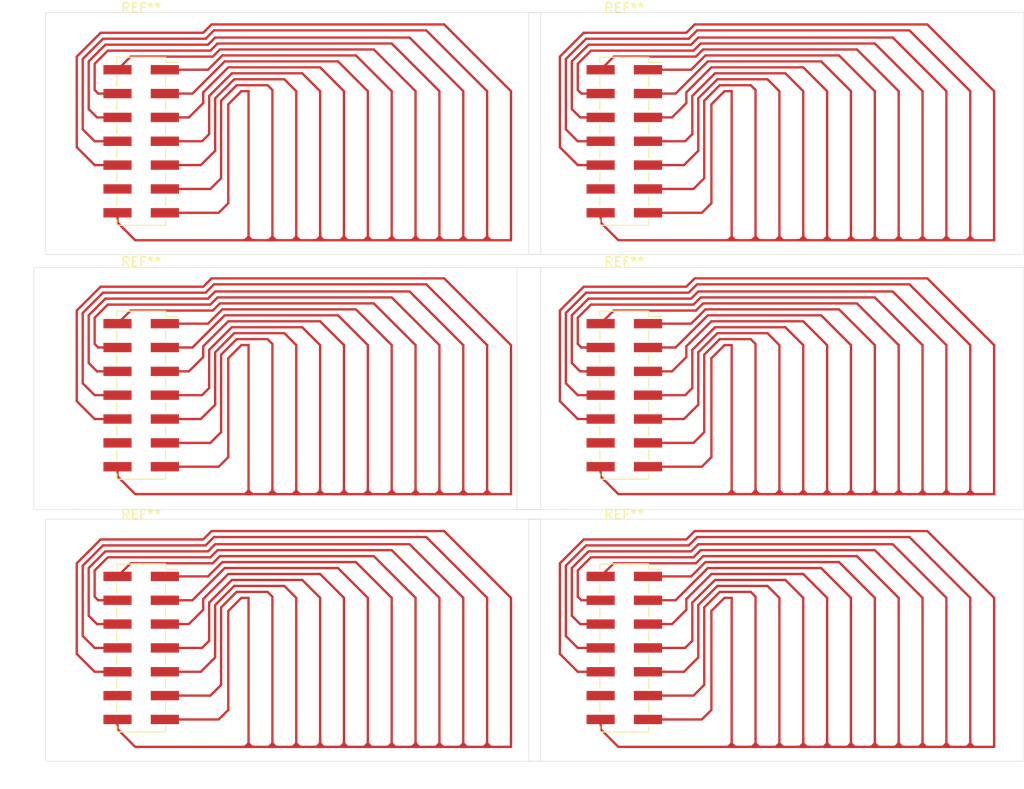
<source format=kicad_pcb>
(kicad_pcb (version 20171130) (host pcbnew "(5.1.6)-1")

  (general
    (thickness 1.6)
    (drawings 32)
    (tracks 954)
    (zones 0)
    (modules 6)
    (nets 1)
  )

  (page A4)
  (layers
    (0 F.Cu signal)
    (31 B.Cu signal)
    (32 B.Adhes user)
    (33 F.Adhes user)
    (34 B.Paste user)
    (35 F.Paste user)
    (36 B.SilkS user)
    (37 F.SilkS user)
    (38 B.Mask user)
    (39 F.Mask user)
    (40 Dwgs.User user)
    (41 Cmts.User user)
    (42 Eco1.User user)
    (43 Eco2.User user)
    (44 Edge.Cuts user)
    (45 Margin user)
    (46 B.CrtYd user)
    (47 F.CrtYd user)
    (48 B.Fab user)
    (49 F.Fab user)
  )

  (setup
    (last_trace_width 0.25)
    (trace_clearance 0.2)
    (zone_clearance 0.508)
    (zone_45_only no)
    (trace_min 0.2)
    (via_size 0.8)
    (via_drill 0.4)
    (via_min_size 0.4)
    (via_min_drill 0.3)
    (uvia_size 0.3)
    (uvia_drill 0.1)
    (uvias_allowed no)
    (uvia_min_size 0.2)
    (uvia_min_drill 0.1)
    (edge_width 0.05)
    (segment_width 0.2)
    (pcb_text_width 0.3)
    (pcb_text_size 1.5 1.5)
    (mod_edge_width 0.12)
    (mod_text_size 1 1)
    (mod_text_width 0.15)
    (pad_size 1.524 1.524)
    (pad_drill 0.762)
    (pad_to_mask_clearance 0.05)
    (aux_axis_origin 0 0)
    (visible_elements 7FFFFFFF)
    (pcbplotparams
      (layerselection 0x010fc_ffffffff)
      (usegerberextensions false)
      (usegerberattributes true)
      (usegerberadvancedattributes true)
      (creategerberjobfile true)
      (excludeedgelayer true)
      (linewidth 0.100000)
      (plotframeref false)
      (viasonmask false)
      (mode 1)
      (useauxorigin false)
      (hpglpennumber 1)
      (hpglpenspeed 20)
      (hpglpendiameter 15.000000)
      (psnegative false)
      (psa4output false)
      (plotreference true)
      (plotvalue true)
      (plotinvisibletext false)
      (padsonsilk false)
      (subtractmaskfromsilk false)
      (outputformat 1)
      (mirror false)
      (drillshape 0)
      (scaleselection 1)
      (outputdirectory "gerber/"))
  )

  (net 0 "")

  (net_class Default "This is the default net class."
    (clearance 0.2)
    (trace_width 0.25)
    (via_dia 0.8)
    (via_drill 0.4)
    (uvia_dia 0.3)
    (uvia_drill 0.1)
  )

  (module Connector_PinSocket_2.54mm:PinSocket_2x07_P2.54mm_Vertical_SMD (layer F.Cu) (tedit 5A19A41F) (tstamp 62911CBD)
    (at 151.892 83.947)
    (descr "surface-mounted straight socket strip, 2x07, 2.54mm pitch, double cols (from Kicad 4.0.7), script generated")
    (tags "Surface mounted socket strip SMD 2x07 2.54mm double row")
    (attr smd)
    (fp_text reference REF** (at 0 -14.2) (layer F.SilkS)
      (effects (font (size 1 1) (thickness 0.15)))
    )
    (fp_text value PinSocket_2x07_P2.54mm_Vertical_SMD (at 0 14.2) (layer F.Fab)
      (effects (font (size 1 1) (thickness 0.15)))
    )
    (fp_line (start -2.6 -8.95) (end 2.6 -8.95) (layer F.SilkS) (width 0.12))
    (fp_line (start 2.6 -8.95) (end 2.6 -8.38) (layer F.SilkS) (width 0.12))
    (fp_line (start 2.6 -6.86) (end 2.6 -5.84) (layer F.SilkS) (width 0.12))
    (fp_line (start 2.6 -4.32) (end 2.6 -3.3) (layer F.SilkS) (width 0.12))
    (fp_line (start 2.6 -1.78) (end 2.6 -0.76) (layer F.SilkS) (width 0.12))
    (fp_line (start 2.6 0.76) (end 2.6 1.78) (layer F.SilkS) (width 0.12))
    (fp_line (start 2.6 3.3) (end 2.6 4.32) (layer F.SilkS) (width 0.12))
    (fp_line (start 2.6 5.84) (end 2.6 6.86) (layer F.SilkS) (width 0.12))
    (fp_line (start 2.6 8.38) (end 2.6 8.95) (layer F.SilkS) (width 0.12))
    (fp_line (start -2.6 8.95) (end 2.6 8.95) (layer F.SilkS) (width 0.12))
    (fp_line (start -2.6 -8.95) (end -2.6 -8.38) (layer F.SilkS) (width 0.12))
    (fp_line (start -2.6 -6.86) (end -2.6 -5.84) (layer F.SilkS) (width 0.12))
    (fp_line (start -2.6 -4.32) (end -2.6 -3.3) (layer F.SilkS) (width 0.12))
    (fp_line (start -2.6 -1.78) (end -2.6 -0.76) (layer F.SilkS) (width 0.12))
    (fp_line (start -2.6 0.76) (end -2.6 1.78) (layer F.SilkS) (width 0.12))
    (fp_line (start -2.6 3.3) (end -2.6 4.32) (layer F.SilkS) (width 0.12))
    (fp_line (start -2.6 5.84) (end -2.6 6.86) (layer F.SilkS) (width 0.12))
    (fp_line (start -2.6 8.38) (end -2.6 8.95) (layer F.SilkS) (width 0.12))
    (fp_line (start 2.6 -8.38) (end 3.96 -8.38) (layer F.SilkS) (width 0.12))
    (fp_line (start -2.54 -8.89) (end 1.54 -8.89) (layer F.Fab) (width 0.1))
    (fp_line (start 1.54 -8.89) (end 2.54 -7.89) (layer F.Fab) (width 0.1))
    (fp_line (start 2.54 -7.89) (end 2.54 8.89) (layer F.Fab) (width 0.1))
    (fp_line (start 2.54 8.89) (end -2.54 8.89) (layer F.Fab) (width 0.1))
    (fp_line (start -2.54 8.89) (end -2.54 -8.89) (layer F.Fab) (width 0.1))
    (fp_line (start -3.92 -7.94) (end -2.54 -7.94) (layer F.Fab) (width 0.1))
    (fp_line (start -2.54 -7.3) (end -3.92 -7.3) (layer F.Fab) (width 0.1))
    (fp_line (start -3.92 -7.3) (end -3.92 -7.94) (layer F.Fab) (width 0.1))
    (fp_line (start 2.54 -7.94) (end 3.92 -7.94) (layer F.Fab) (width 0.1))
    (fp_line (start 3.92 -7.94) (end 3.92 -7.3) (layer F.Fab) (width 0.1))
    (fp_line (start 3.92 -7.3) (end 2.54 -7.3) (layer F.Fab) (width 0.1))
    (fp_line (start -3.92 -5.4) (end -2.54 -5.4) (layer F.Fab) (width 0.1))
    (fp_line (start -2.54 -4.76) (end -3.92 -4.76) (layer F.Fab) (width 0.1))
    (fp_line (start -3.92 -4.76) (end -3.92 -5.4) (layer F.Fab) (width 0.1))
    (fp_line (start 2.54 -5.4) (end 3.92 -5.4) (layer F.Fab) (width 0.1))
    (fp_line (start 3.92 -5.4) (end 3.92 -4.76) (layer F.Fab) (width 0.1))
    (fp_line (start 3.92 -4.76) (end 2.54 -4.76) (layer F.Fab) (width 0.1))
    (fp_line (start -3.92 -2.86) (end -2.54 -2.86) (layer F.Fab) (width 0.1))
    (fp_line (start -2.54 -2.22) (end -3.92 -2.22) (layer F.Fab) (width 0.1))
    (fp_line (start -3.92 -2.22) (end -3.92 -2.86) (layer F.Fab) (width 0.1))
    (fp_line (start 2.54 -2.86) (end 3.92 -2.86) (layer F.Fab) (width 0.1))
    (fp_line (start 3.92 -2.86) (end 3.92 -2.22) (layer F.Fab) (width 0.1))
    (fp_line (start 3.92 -2.22) (end 2.54 -2.22) (layer F.Fab) (width 0.1))
    (fp_line (start -3.92 -0.32) (end -2.54 -0.32) (layer F.Fab) (width 0.1))
    (fp_line (start -2.54 0.32) (end -3.92 0.32) (layer F.Fab) (width 0.1))
    (fp_line (start -3.92 0.32) (end -3.92 -0.32) (layer F.Fab) (width 0.1))
    (fp_line (start 2.54 -0.32) (end 3.92 -0.32) (layer F.Fab) (width 0.1))
    (fp_line (start 3.92 -0.32) (end 3.92 0.32) (layer F.Fab) (width 0.1))
    (fp_line (start 3.92 0.32) (end 2.54 0.32) (layer F.Fab) (width 0.1))
    (fp_line (start -3.92 2.22) (end -2.54 2.22) (layer F.Fab) (width 0.1))
    (fp_line (start -2.54 2.86) (end -3.92 2.86) (layer F.Fab) (width 0.1))
    (fp_line (start -3.92 2.86) (end -3.92 2.22) (layer F.Fab) (width 0.1))
    (fp_line (start 2.54 2.22) (end 3.92 2.22) (layer F.Fab) (width 0.1))
    (fp_line (start 3.92 2.22) (end 3.92 2.86) (layer F.Fab) (width 0.1))
    (fp_line (start 3.92 2.86) (end 2.54 2.86) (layer F.Fab) (width 0.1))
    (fp_line (start -3.92 4.76) (end -2.54 4.76) (layer F.Fab) (width 0.1))
    (fp_line (start -2.54 5.4) (end -3.92 5.4) (layer F.Fab) (width 0.1))
    (fp_line (start -3.92 5.4) (end -3.92 4.76) (layer F.Fab) (width 0.1))
    (fp_line (start 2.54 4.76) (end 3.92 4.76) (layer F.Fab) (width 0.1))
    (fp_line (start 3.92 4.76) (end 3.92 5.4) (layer F.Fab) (width 0.1))
    (fp_line (start 3.92 5.4) (end 2.54 5.4) (layer F.Fab) (width 0.1))
    (fp_line (start -3.92 7.3) (end -2.54 7.3) (layer F.Fab) (width 0.1))
    (fp_line (start -2.54 7.94) (end -3.92 7.94) (layer F.Fab) (width 0.1))
    (fp_line (start -3.92 7.94) (end -3.92 7.3) (layer F.Fab) (width 0.1))
    (fp_line (start 2.54 7.3) (end 3.92 7.3) (layer F.Fab) (width 0.1))
    (fp_line (start 3.92 7.3) (end 3.92 7.94) (layer F.Fab) (width 0.1))
    (fp_line (start 3.92 7.94) (end 2.54 7.94) (layer F.Fab) (width 0.1))
    (fp_line (start -4.55 -9.4) (end 4.5 -9.4) (layer F.CrtYd) (width 0.05))
    (fp_line (start 4.5 -9.4) (end 4.5 9.4) (layer F.CrtYd) (width 0.05))
    (fp_line (start 4.5 9.4) (end -4.55 9.4) (layer F.CrtYd) (width 0.05))
    (fp_line (start -4.55 9.4) (end -4.55 -9.4) (layer F.CrtYd) (width 0.05))
    (fp_text user %R (at 0 0 90) (layer F.Fab)
      (effects (font (size 1 1) (thickness 0.15)))
    )
    (pad 14 smd rect (at -2.52 7.62) (size 3 1) (layers F.Cu F.Paste F.Mask))
    (pad 13 smd rect (at 2.52 7.62) (size 3 1) (layers F.Cu F.Paste F.Mask))
    (pad 12 smd rect (at -2.52 5.08) (size 3 1) (layers F.Cu F.Paste F.Mask))
    (pad 11 smd rect (at 2.52 5.08) (size 3 1) (layers F.Cu F.Paste F.Mask))
    (pad 10 smd rect (at -2.52 2.54) (size 3 1) (layers F.Cu F.Paste F.Mask))
    (pad 9 smd rect (at 2.52 2.54) (size 3 1) (layers F.Cu F.Paste F.Mask))
    (pad 8 smd rect (at -2.52 0) (size 3 1) (layers F.Cu F.Paste F.Mask))
    (pad 7 smd rect (at 2.52 0) (size 3 1) (layers F.Cu F.Paste F.Mask))
    (pad 6 smd rect (at -2.52 -2.54) (size 3 1) (layers F.Cu F.Paste F.Mask))
    (pad 5 smd rect (at 2.52 -2.54) (size 3 1) (layers F.Cu F.Paste F.Mask))
    (pad 4 smd rect (at -2.52 -5.08) (size 3 1) (layers F.Cu F.Paste F.Mask))
    (pad 3 smd rect (at 2.52 -5.08) (size 3 1) (layers F.Cu F.Paste F.Mask))
    (pad 2 smd rect (at -2.52 -7.62) (size 3 1) (layers F.Cu F.Paste F.Mask))
    (pad 1 smd rect (at 2.52 -7.62) (size 3 1) (layers F.Cu F.Paste F.Mask))
    (model ${KISYS3DMOD}/Connector_PinSocket_2.54mm.3dshapes/PinSocket_2x07_P2.54mm_Vertical_SMD.wrl
      (at (xyz 0 0 0))
      (scale (xyz 1 1 1))
      (rotate (xyz 0 0 0))
    )
  )

  (module Connector_PinSocket_2.54mm:PinSocket_2x07_P2.54mm_Vertical_SMD (layer F.Cu) (tedit 5A19A41F) (tstamp 62911C65)
    (at 151.892 110.871)
    (descr "surface-mounted straight socket strip, 2x07, 2.54mm pitch, double cols (from Kicad 4.0.7), script generated")
    (tags "Surface mounted socket strip SMD 2x07 2.54mm double row")
    (attr smd)
    (fp_text reference REF** (at 0 -14.2) (layer F.SilkS)
      (effects (font (size 1 1) (thickness 0.15)))
    )
    (fp_text value PinSocket_2x07_P2.54mm_Vertical_SMD (at 0 14.2) (layer F.Fab)
      (effects (font (size 1 1) (thickness 0.15)))
    )
    (fp_line (start -2.6 -8.95) (end 2.6 -8.95) (layer F.SilkS) (width 0.12))
    (fp_line (start 2.6 -8.95) (end 2.6 -8.38) (layer F.SilkS) (width 0.12))
    (fp_line (start 2.6 -6.86) (end 2.6 -5.84) (layer F.SilkS) (width 0.12))
    (fp_line (start 2.6 -4.32) (end 2.6 -3.3) (layer F.SilkS) (width 0.12))
    (fp_line (start 2.6 -1.78) (end 2.6 -0.76) (layer F.SilkS) (width 0.12))
    (fp_line (start 2.6 0.76) (end 2.6 1.78) (layer F.SilkS) (width 0.12))
    (fp_line (start 2.6 3.3) (end 2.6 4.32) (layer F.SilkS) (width 0.12))
    (fp_line (start 2.6 5.84) (end 2.6 6.86) (layer F.SilkS) (width 0.12))
    (fp_line (start 2.6 8.38) (end 2.6 8.95) (layer F.SilkS) (width 0.12))
    (fp_line (start -2.6 8.95) (end 2.6 8.95) (layer F.SilkS) (width 0.12))
    (fp_line (start -2.6 -8.95) (end -2.6 -8.38) (layer F.SilkS) (width 0.12))
    (fp_line (start -2.6 -6.86) (end -2.6 -5.84) (layer F.SilkS) (width 0.12))
    (fp_line (start -2.6 -4.32) (end -2.6 -3.3) (layer F.SilkS) (width 0.12))
    (fp_line (start -2.6 -1.78) (end -2.6 -0.76) (layer F.SilkS) (width 0.12))
    (fp_line (start -2.6 0.76) (end -2.6 1.78) (layer F.SilkS) (width 0.12))
    (fp_line (start -2.6 3.3) (end -2.6 4.32) (layer F.SilkS) (width 0.12))
    (fp_line (start -2.6 5.84) (end -2.6 6.86) (layer F.SilkS) (width 0.12))
    (fp_line (start -2.6 8.38) (end -2.6 8.95) (layer F.SilkS) (width 0.12))
    (fp_line (start 2.6 -8.38) (end 3.96 -8.38) (layer F.SilkS) (width 0.12))
    (fp_line (start -2.54 -8.89) (end 1.54 -8.89) (layer F.Fab) (width 0.1))
    (fp_line (start 1.54 -8.89) (end 2.54 -7.89) (layer F.Fab) (width 0.1))
    (fp_line (start 2.54 -7.89) (end 2.54 8.89) (layer F.Fab) (width 0.1))
    (fp_line (start 2.54 8.89) (end -2.54 8.89) (layer F.Fab) (width 0.1))
    (fp_line (start -2.54 8.89) (end -2.54 -8.89) (layer F.Fab) (width 0.1))
    (fp_line (start -3.92 -7.94) (end -2.54 -7.94) (layer F.Fab) (width 0.1))
    (fp_line (start -2.54 -7.3) (end -3.92 -7.3) (layer F.Fab) (width 0.1))
    (fp_line (start -3.92 -7.3) (end -3.92 -7.94) (layer F.Fab) (width 0.1))
    (fp_line (start 2.54 -7.94) (end 3.92 -7.94) (layer F.Fab) (width 0.1))
    (fp_line (start 3.92 -7.94) (end 3.92 -7.3) (layer F.Fab) (width 0.1))
    (fp_line (start 3.92 -7.3) (end 2.54 -7.3) (layer F.Fab) (width 0.1))
    (fp_line (start -3.92 -5.4) (end -2.54 -5.4) (layer F.Fab) (width 0.1))
    (fp_line (start -2.54 -4.76) (end -3.92 -4.76) (layer F.Fab) (width 0.1))
    (fp_line (start -3.92 -4.76) (end -3.92 -5.4) (layer F.Fab) (width 0.1))
    (fp_line (start 2.54 -5.4) (end 3.92 -5.4) (layer F.Fab) (width 0.1))
    (fp_line (start 3.92 -5.4) (end 3.92 -4.76) (layer F.Fab) (width 0.1))
    (fp_line (start 3.92 -4.76) (end 2.54 -4.76) (layer F.Fab) (width 0.1))
    (fp_line (start -3.92 -2.86) (end -2.54 -2.86) (layer F.Fab) (width 0.1))
    (fp_line (start -2.54 -2.22) (end -3.92 -2.22) (layer F.Fab) (width 0.1))
    (fp_line (start -3.92 -2.22) (end -3.92 -2.86) (layer F.Fab) (width 0.1))
    (fp_line (start 2.54 -2.86) (end 3.92 -2.86) (layer F.Fab) (width 0.1))
    (fp_line (start 3.92 -2.86) (end 3.92 -2.22) (layer F.Fab) (width 0.1))
    (fp_line (start 3.92 -2.22) (end 2.54 -2.22) (layer F.Fab) (width 0.1))
    (fp_line (start -3.92 -0.32) (end -2.54 -0.32) (layer F.Fab) (width 0.1))
    (fp_line (start -2.54 0.32) (end -3.92 0.32) (layer F.Fab) (width 0.1))
    (fp_line (start -3.92 0.32) (end -3.92 -0.32) (layer F.Fab) (width 0.1))
    (fp_line (start 2.54 -0.32) (end 3.92 -0.32) (layer F.Fab) (width 0.1))
    (fp_line (start 3.92 -0.32) (end 3.92 0.32) (layer F.Fab) (width 0.1))
    (fp_line (start 3.92 0.32) (end 2.54 0.32) (layer F.Fab) (width 0.1))
    (fp_line (start -3.92 2.22) (end -2.54 2.22) (layer F.Fab) (width 0.1))
    (fp_line (start -2.54 2.86) (end -3.92 2.86) (layer F.Fab) (width 0.1))
    (fp_line (start -3.92 2.86) (end -3.92 2.22) (layer F.Fab) (width 0.1))
    (fp_line (start 2.54 2.22) (end 3.92 2.22) (layer F.Fab) (width 0.1))
    (fp_line (start 3.92 2.22) (end 3.92 2.86) (layer F.Fab) (width 0.1))
    (fp_line (start 3.92 2.86) (end 2.54 2.86) (layer F.Fab) (width 0.1))
    (fp_line (start -3.92 4.76) (end -2.54 4.76) (layer F.Fab) (width 0.1))
    (fp_line (start -2.54 5.4) (end -3.92 5.4) (layer F.Fab) (width 0.1))
    (fp_line (start -3.92 5.4) (end -3.92 4.76) (layer F.Fab) (width 0.1))
    (fp_line (start 2.54 4.76) (end 3.92 4.76) (layer F.Fab) (width 0.1))
    (fp_line (start 3.92 4.76) (end 3.92 5.4) (layer F.Fab) (width 0.1))
    (fp_line (start 3.92 5.4) (end 2.54 5.4) (layer F.Fab) (width 0.1))
    (fp_line (start -3.92 7.3) (end -2.54 7.3) (layer F.Fab) (width 0.1))
    (fp_line (start -2.54 7.94) (end -3.92 7.94) (layer F.Fab) (width 0.1))
    (fp_line (start -3.92 7.94) (end -3.92 7.3) (layer F.Fab) (width 0.1))
    (fp_line (start 2.54 7.3) (end 3.92 7.3) (layer F.Fab) (width 0.1))
    (fp_line (start 3.92 7.3) (end 3.92 7.94) (layer F.Fab) (width 0.1))
    (fp_line (start 3.92 7.94) (end 2.54 7.94) (layer F.Fab) (width 0.1))
    (fp_line (start -4.55 -9.4) (end 4.5 -9.4) (layer F.CrtYd) (width 0.05))
    (fp_line (start 4.5 -9.4) (end 4.5 9.4) (layer F.CrtYd) (width 0.05))
    (fp_line (start 4.5 9.4) (end -4.55 9.4) (layer F.CrtYd) (width 0.05))
    (fp_line (start -4.55 9.4) (end -4.55 -9.4) (layer F.CrtYd) (width 0.05))
    (fp_text user %R (at 0 0 90) (layer F.Fab)
      (effects (font (size 1 1) (thickness 0.15)))
    )
    (pad 14 smd rect (at -2.52 7.62) (size 3 1) (layers F.Cu F.Paste F.Mask))
    (pad 13 smd rect (at 2.52 7.62) (size 3 1) (layers F.Cu F.Paste F.Mask))
    (pad 12 smd rect (at -2.52 5.08) (size 3 1) (layers F.Cu F.Paste F.Mask))
    (pad 11 smd rect (at 2.52 5.08) (size 3 1) (layers F.Cu F.Paste F.Mask))
    (pad 10 smd rect (at -2.52 2.54) (size 3 1) (layers F.Cu F.Paste F.Mask))
    (pad 9 smd rect (at 2.52 2.54) (size 3 1) (layers F.Cu F.Paste F.Mask))
    (pad 8 smd rect (at -2.52 0) (size 3 1) (layers F.Cu F.Paste F.Mask))
    (pad 7 smd rect (at 2.52 0) (size 3 1) (layers F.Cu F.Paste F.Mask))
    (pad 6 smd rect (at -2.52 -2.54) (size 3 1) (layers F.Cu F.Paste F.Mask))
    (pad 5 smd rect (at 2.52 -2.54) (size 3 1) (layers F.Cu F.Paste F.Mask))
    (pad 4 smd rect (at -2.52 -5.08) (size 3 1) (layers F.Cu F.Paste F.Mask))
    (pad 3 smd rect (at 2.52 -5.08) (size 3 1) (layers F.Cu F.Paste F.Mask))
    (pad 2 smd rect (at -2.52 -7.62) (size 3 1) (layers F.Cu F.Paste F.Mask))
    (pad 1 smd rect (at 2.52 -7.62) (size 3 1) (layers F.Cu F.Paste F.Mask))
    (model ${KISYS3DMOD}/Connector_PinSocket_2.54mm.3dshapes/PinSocket_2x07_P2.54mm_Vertical_SMD.wrl
      (at (xyz 0 0 0))
      (scale (xyz 1 1 1))
      (rotate (xyz 0 0 0))
    )
  )

  (module Connector_PinSocket_2.54mm:PinSocket_2x07_P2.54mm_Vertical_SMD (layer F.Cu) (tedit 5A19A41F) (tstamp 62911C0D)
    (at 151.892 56.896)
    (descr "surface-mounted straight socket strip, 2x07, 2.54mm pitch, double cols (from Kicad 4.0.7), script generated")
    (tags "Surface mounted socket strip SMD 2x07 2.54mm double row")
    (attr smd)
    (fp_text reference REF** (at 0 -14.2) (layer F.SilkS)
      (effects (font (size 1 1) (thickness 0.15)))
    )
    (fp_text value PinSocket_2x07_P2.54mm_Vertical_SMD (at 0 14.2) (layer F.Fab)
      (effects (font (size 1 1) (thickness 0.15)))
    )
    (fp_line (start -2.6 -8.95) (end 2.6 -8.95) (layer F.SilkS) (width 0.12))
    (fp_line (start 2.6 -8.95) (end 2.6 -8.38) (layer F.SilkS) (width 0.12))
    (fp_line (start 2.6 -6.86) (end 2.6 -5.84) (layer F.SilkS) (width 0.12))
    (fp_line (start 2.6 -4.32) (end 2.6 -3.3) (layer F.SilkS) (width 0.12))
    (fp_line (start 2.6 -1.78) (end 2.6 -0.76) (layer F.SilkS) (width 0.12))
    (fp_line (start 2.6 0.76) (end 2.6 1.78) (layer F.SilkS) (width 0.12))
    (fp_line (start 2.6 3.3) (end 2.6 4.32) (layer F.SilkS) (width 0.12))
    (fp_line (start 2.6 5.84) (end 2.6 6.86) (layer F.SilkS) (width 0.12))
    (fp_line (start 2.6 8.38) (end 2.6 8.95) (layer F.SilkS) (width 0.12))
    (fp_line (start -2.6 8.95) (end 2.6 8.95) (layer F.SilkS) (width 0.12))
    (fp_line (start -2.6 -8.95) (end -2.6 -8.38) (layer F.SilkS) (width 0.12))
    (fp_line (start -2.6 -6.86) (end -2.6 -5.84) (layer F.SilkS) (width 0.12))
    (fp_line (start -2.6 -4.32) (end -2.6 -3.3) (layer F.SilkS) (width 0.12))
    (fp_line (start -2.6 -1.78) (end -2.6 -0.76) (layer F.SilkS) (width 0.12))
    (fp_line (start -2.6 0.76) (end -2.6 1.78) (layer F.SilkS) (width 0.12))
    (fp_line (start -2.6 3.3) (end -2.6 4.32) (layer F.SilkS) (width 0.12))
    (fp_line (start -2.6 5.84) (end -2.6 6.86) (layer F.SilkS) (width 0.12))
    (fp_line (start -2.6 8.38) (end -2.6 8.95) (layer F.SilkS) (width 0.12))
    (fp_line (start 2.6 -8.38) (end 3.96 -8.38) (layer F.SilkS) (width 0.12))
    (fp_line (start -2.54 -8.89) (end 1.54 -8.89) (layer F.Fab) (width 0.1))
    (fp_line (start 1.54 -8.89) (end 2.54 -7.89) (layer F.Fab) (width 0.1))
    (fp_line (start 2.54 -7.89) (end 2.54 8.89) (layer F.Fab) (width 0.1))
    (fp_line (start 2.54 8.89) (end -2.54 8.89) (layer F.Fab) (width 0.1))
    (fp_line (start -2.54 8.89) (end -2.54 -8.89) (layer F.Fab) (width 0.1))
    (fp_line (start -3.92 -7.94) (end -2.54 -7.94) (layer F.Fab) (width 0.1))
    (fp_line (start -2.54 -7.3) (end -3.92 -7.3) (layer F.Fab) (width 0.1))
    (fp_line (start -3.92 -7.3) (end -3.92 -7.94) (layer F.Fab) (width 0.1))
    (fp_line (start 2.54 -7.94) (end 3.92 -7.94) (layer F.Fab) (width 0.1))
    (fp_line (start 3.92 -7.94) (end 3.92 -7.3) (layer F.Fab) (width 0.1))
    (fp_line (start 3.92 -7.3) (end 2.54 -7.3) (layer F.Fab) (width 0.1))
    (fp_line (start -3.92 -5.4) (end -2.54 -5.4) (layer F.Fab) (width 0.1))
    (fp_line (start -2.54 -4.76) (end -3.92 -4.76) (layer F.Fab) (width 0.1))
    (fp_line (start -3.92 -4.76) (end -3.92 -5.4) (layer F.Fab) (width 0.1))
    (fp_line (start 2.54 -5.4) (end 3.92 -5.4) (layer F.Fab) (width 0.1))
    (fp_line (start 3.92 -5.4) (end 3.92 -4.76) (layer F.Fab) (width 0.1))
    (fp_line (start 3.92 -4.76) (end 2.54 -4.76) (layer F.Fab) (width 0.1))
    (fp_line (start -3.92 -2.86) (end -2.54 -2.86) (layer F.Fab) (width 0.1))
    (fp_line (start -2.54 -2.22) (end -3.92 -2.22) (layer F.Fab) (width 0.1))
    (fp_line (start -3.92 -2.22) (end -3.92 -2.86) (layer F.Fab) (width 0.1))
    (fp_line (start 2.54 -2.86) (end 3.92 -2.86) (layer F.Fab) (width 0.1))
    (fp_line (start 3.92 -2.86) (end 3.92 -2.22) (layer F.Fab) (width 0.1))
    (fp_line (start 3.92 -2.22) (end 2.54 -2.22) (layer F.Fab) (width 0.1))
    (fp_line (start -3.92 -0.32) (end -2.54 -0.32) (layer F.Fab) (width 0.1))
    (fp_line (start -2.54 0.32) (end -3.92 0.32) (layer F.Fab) (width 0.1))
    (fp_line (start -3.92 0.32) (end -3.92 -0.32) (layer F.Fab) (width 0.1))
    (fp_line (start 2.54 -0.32) (end 3.92 -0.32) (layer F.Fab) (width 0.1))
    (fp_line (start 3.92 -0.32) (end 3.92 0.32) (layer F.Fab) (width 0.1))
    (fp_line (start 3.92 0.32) (end 2.54 0.32) (layer F.Fab) (width 0.1))
    (fp_line (start -3.92 2.22) (end -2.54 2.22) (layer F.Fab) (width 0.1))
    (fp_line (start -2.54 2.86) (end -3.92 2.86) (layer F.Fab) (width 0.1))
    (fp_line (start -3.92 2.86) (end -3.92 2.22) (layer F.Fab) (width 0.1))
    (fp_line (start 2.54 2.22) (end 3.92 2.22) (layer F.Fab) (width 0.1))
    (fp_line (start 3.92 2.22) (end 3.92 2.86) (layer F.Fab) (width 0.1))
    (fp_line (start 3.92 2.86) (end 2.54 2.86) (layer F.Fab) (width 0.1))
    (fp_line (start -3.92 4.76) (end -2.54 4.76) (layer F.Fab) (width 0.1))
    (fp_line (start -2.54 5.4) (end -3.92 5.4) (layer F.Fab) (width 0.1))
    (fp_line (start -3.92 5.4) (end -3.92 4.76) (layer F.Fab) (width 0.1))
    (fp_line (start 2.54 4.76) (end 3.92 4.76) (layer F.Fab) (width 0.1))
    (fp_line (start 3.92 4.76) (end 3.92 5.4) (layer F.Fab) (width 0.1))
    (fp_line (start 3.92 5.4) (end 2.54 5.4) (layer F.Fab) (width 0.1))
    (fp_line (start -3.92 7.3) (end -2.54 7.3) (layer F.Fab) (width 0.1))
    (fp_line (start -2.54 7.94) (end -3.92 7.94) (layer F.Fab) (width 0.1))
    (fp_line (start -3.92 7.94) (end -3.92 7.3) (layer F.Fab) (width 0.1))
    (fp_line (start 2.54 7.3) (end 3.92 7.3) (layer F.Fab) (width 0.1))
    (fp_line (start 3.92 7.3) (end 3.92 7.94) (layer F.Fab) (width 0.1))
    (fp_line (start 3.92 7.94) (end 2.54 7.94) (layer F.Fab) (width 0.1))
    (fp_line (start -4.55 -9.4) (end 4.5 -9.4) (layer F.CrtYd) (width 0.05))
    (fp_line (start 4.5 -9.4) (end 4.5 9.4) (layer F.CrtYd) (width 0.05))
    (fp_line (start 4.5 9.4) (end -4.55 9.4) (layer F.CrtYd) (width 0.05))
    (fp_line (start -4.55 9.4) (end -4.55 -9.4) (layer F.CrtYd) (width 0.05))
    (fp_text user %R (at 0 0 90) (layer F.Fab)
      (effects (font (size 1 1) (thickness 0.15)))
    )
    (pad 1 smd rect (at 2.52 -7.62) (size 3 1) (layers F.Cu F.Paste F.Mask))
    (pad 2 smd rect (at -2.52 -7.62) (size 3 1) (layers F.Cu F.Paste F.Mask))
    (pad 3 smd rect (at 2.52 -5.08) (size 3 1) (layers F.Cu F.Paste F.Mask))
    (pad 4 smd rect (at -2.52 -5.08) (size 3 1) (layers F.Cu F.Paste F.Mask))
    (pad 5 smd rect (at 2.52 -2.54) (size 3 1) (layers F.Cu F.Paste F.Mask))
    (pad 6 smd rect (at -2.52 -2.54) (size 3 1) (layers F.Cu F.Paste F.Mask))
    (pad 7 smd rect (at 2.52 0) (size 3 1) (layers F.Cu F.Paste F.Mask))
    (pad 8 smd rect (at -2.52 0) (size 3 1) (layers F.Cu F.Paste F.Mask))
    (pad 9 smd rect (at 2.52 2.54) (size 3 1) (layers F.Cu F.Paste F.Mask))
    (pad 10 smd rect (at -2.52 2.54) (size 3 1) (layers F.Cu F.Paste F.Mask))
    (pad 11 smd rect (at 2.52 5.08) (size 3 1) (layers F.Cu F.Paste F.Mask))
    (pad 12 smd rect (at -2.52 5.08) (size 3 1) (layers F.Cu F.Paste F.Mask))
    (pad 13 smd rect (at 2.52 7.62) (size 3 1) (layers F.Cu F.Paste F.Mask))
    (pad 14 smd rect (at -2.52 7.62) (size 3 1) (layers F.Cu F.Paste F.Mask))
    (model ${KISYS3DMOD}/Connector_PinSocket_2.54mm.3dshapes/PinSocket_2x07_P2.54mm_Vertical_SMD.wrl
      (at (xyz 0 0 0))
      (scale (xyz 1 1 1))
      (rotate (xyz 0 0 0))
    )
  )

  (module Connector_PinSocket_2.54mm:PinSocket_2x07_P2.54mm_Vertical_SMD (layer F.Cu) (tedit 5A19A41F) (tstamp 62901B5F)
    (at 100.457 110.871)
    (descr "surface-mounted straight socket strip, 2x07, 2.54mm pitch, double cols (from Kicad 4.0.7), script generated")
    (tags "Surface mounted socket strip SMD 2x07 2.54mm double row")
    (attr smd)
    (fp_text reference REF** (at 0 -14.2) (layer F.SilkS)
      (effects (font (size 1 1) (thickness 0.15)))
    )
    (fp_text value PinSocket_2x07_P2.54mm_Vertical_SMD (at 0 14.2) (layer F.Fab)
      (effects (font (size 1 1) (thickness 0.15)))
    )
    (fp_line (start -2.6 -8.95) (end 2.6 -8.95) (layer F.SilkS) (width 0.12))
    (fp_line (start 2.6 -8.95) (end 2.6 -8.38) (layer F.SilkS) (width 0.12))
    (fp_line (start 2.6 -6.86) (end 2.6 -5.84) (layer F.SilkS) (width 0.12))
    (fp_line (start 2.6 -4.32) (end 2.6 -3.3) (layer F.SilkS) (width 0.12))
    (fp_line (start 2.6 -1.78) (end 2.6 -0.76) (layer F.SilkS) (width 0.12))
    (fp_line (start 2.6 0.76) (end 2.6 1.78) (layer F.SilkS) (width 0.12))
    (fp_line (start 2.6 3.3) (end 2.6 4.32) (layer F.SilkS) (width 0.12))
    (fp_line (start 2.6 5.84) (end 2.6 6.86) (layer F.SilkS) (width 0.12))
    (fp_line (start 2.6 8.38) (end 2.6 8.95) (layer F.SilkS) (width 0.12))
    (fp_line (start -2.6 8.95) (end 2.6 8.95) (layer F.SilkS) (width 0.12))
    (fp_line (start -2.6 -8.95) (end -2.6 -8.38) (layer F.SilkS) (width 0.12))
    (fp_line (start -2.6 -6.86) (end -2.6 -5.84) (layer F.SilkS) (width 0.12))
    (fp_line (start -2.6 -4.32) (end -2.6 -3.3) (layer F.SilkS) (width 0.12))
    (fp_line (start -2.6 -1.78) (end -2.6 -0.76) (layer F.SilkS) (width 0.12))
    (fp_line (start -2.6 0.76) (end -2.6 1.78) (layer F.SilkS) (width 0.12))
    (fp_line (start -2.6 3.3) (end -2.6 4.32) (layer F.SilkS) (width 0.12))
    (fp_line (start -2.6 5.84) (end -2.6 6.86) (layer F.SilkS) (width 0.12))
    (fp_line (start -2.6 8.38) (end -2.6 8.95) (layer F.SilkS) (width 0.12))
    (fp_line (start 2.6 -8.38) (end 3.96 -8.38) (layer F.SilkS) (width 0.12))
    (fp_line (start -2.54 -8.89) (end 1.54 -8.89) (layer F.Fab) (width 0.1))
    (fp_line (start 1.54 -8.89) (end 2.54 -7.89) (layer F.Fab) (width 0.1))
    (fp_line (start 2.54 -7.89) (end 2.54 8.89) (layer F.Fab) (width 0.1))
    (fp_line (start 2.54 8.89) (end -2.54 8.89) (layer F.Fab) (width 0.1))
    (fp_line (start -2.54 8.89) (end -2.54 -8.89) (layer F.Fab) (width 0.1))
    (fp_line (start -3.92 -7.94) (end -2.54 -7.94) (layer F.Fab) (width 0.1))
    (fp_line (start -2.54 -7.3) (end -3.92 -7.3) (layer F.Fab) (width 0.1))
    (fp_line (start -3.92 -7.3) (end -3.92 -7.94) (layer F.Fab) (width 0.1))
    (fp_line (start 2.54 -7.94) (end 3.92 -7.94) (layer F.Fab) (width 0.1))
    (fp_line (start 3.92 -7.94) (end 3.92 -7.3) (layer F.Fab) (width 0.1))
    (fp_line (start 3.92 -7.3) (end 2.54 -7.3) (layer F.Fab) (width 0.1))
    (fp_line (start -3.92 -5.4) (end -2.54 -5.4) (layer F.Fab) (width 0.1))
    (fp_line (start -2.54 -4.76) (end -3.92 -4.76) (layer F.Fab) (width 0.1))
    (fp_line (start -3.92 -4.76) (end -3.92 -5.4) (layer F.Fab) (width 0.1))
    (fp_line (start 2.54 -5.4) (end 3.92 -5.4) (layer F.Fab) (width 0.1))
    (fp_line (start 3.92 -5.4) (end 3.92 -4.76) (layer F.Fab) (width 0.1))
    (fp_line (start 3.92 -4.76) (end 2.54 -4.76) (layer F.Fab) (width 0.1))
    (fp_line (start -3.92 -2.86) (end -2.54 -2.86) (layer F.Fab) (width 0.1))
    (fp_line (start -2.54 -2.22) (end -3.92 -2.22) (layer F.Fab) (width 0.1))
    (fp_line (start -3.92 -2.22) (end -3.92 -2.86) (layer F.Fab) (width 0.1))
    (fp_line (start 2.54 -2.86) (end 3.92 -2.86) (layer F.Fab) (width 0.1))
    (fp_line (start 3.92 -2.86) (end 3.92 -2.22) (layer F.Fab) (width 0.1))
    (fp_line (start 3.92 -2.22) (end 2.54 -2.22) (layer F.Fab) (width 0.1))
    (fp_line (start -3.92 -0.32) (end -2.54 -0.32) (layer F.Fab) (width 0.1))
    (fp_line (start -2.54 0.32) (end -3.92 0.32) (layer F.Fab) (width 0.1))
    (fp_line (start -3.92 0.32) (end -3.92 -0.32) (layer F.Fab) (width 0.1))
    (fp_line (start 2.54 -0.32) (end 3.92 -0.32) (layer F.Fab) (width 0.1))
    (fp_line (start 3.92 -0.32) (end 3.92 0.32) (layer F.Fab) (width 0.1))
    (fp_line (start 3.92 0.32) (end 2.54 0.32) (layer F.Fab) (width 0.1))
    (fp_line (start -3.92 2.22) (end -2.54 2.22) (layer F.Fab) (width 0.1))
    (fp_line (start -2.54 2.86) (end -3.92 2.86) (layer F.Fab) (width 0.1))
    (fp_line (start -3.92 2.86) (end -3.92 2.22) (layer F.Fab) (width 0.1))
    (fp_line (start 2.54 2.22) (end 3.92 2.22) (layer F.Fab) (width 0.1))
    (fp_line (start 3.92 2.22) (end 3.92 2.86) (layer F.Fab) (width 0.1))
    (fp_line (start 3.92 2.86) (end 2.54 2.86) (layer F.Fab) (width 0.1))
    (fp_line (start -3.92 4.76) (end -2.54 4.76) (layer F.Fab) (width 0.1))
    (fp_line (start -2.54 5.4) (end -3.92 5.4) (layer F.Fab) (width 0.1))
    (fp_line (start -3.92 5.4) (end -3.92 4.76) (layer F.Fab) (width 0.1))
    (fp_line (start 2.54 4.76) (end 3.92 4.76) (layer F.Fab) (width 0.1))
    (fp_line (start 3.92 4.76) (end 3.92 5.4) (layer F.Fab) (width 0.1))
    (fp_line (start 3.92 5.4) (end 2.54 5.4) (layer F.Fab) (width 0.1))
    (fp_line (start -3.92 7.3) (end -2.54 7.3) (layer F.Fab) (width 0.1))
    (fp_line (start -2.54 7.94) (end -3.92 7.94) (layer F.Fab) (width 0.1))
    (fp_line (start -3.92 7.94) (end -3.92 7.3) (layer F.Fab) (width 0.1))
    (fp_line (start 2.54 7.3) (end 3.92 7.3) (layer F.Fab) (width 0.1))
    (fp_line (start 3.92 7.3) (end 3.92 7.94) (layer F.Fab) (width 0.1))
    (fp_line (start 3.92 7.94) (end 2.54 7.94) (layer F.Fab) (width 0.1))
    (fp_line (start -4.55 -9.4) (end 4.5 -9.4) (layer F.CrtYd) (width 0.05))
    (fp_line (start 4.5 -9.4) (end 4.5 9.4) (layer F.CrtYd) (width 0.05))
    (fp_line (start 4.5 9.4) (end -4.55 9.4) (layer F.CrtYd) (width 0.05))
    (fp_line (start -4.55 9.4) (end -4.55 -9.4) (layer F.CrtYd) (width 0.05))
    (fp_text user %R (at 0 0 90) (layer F.Fab)
      (effects (font (size 1 1) (thickness 0.15)))
    )
    (pad 1 smd rect (at 2.52 -7.62) (size 3 1) (layers F.Cu F.Paste F.Mask))
    (pad 2 smd rect (at -2.52 -7.62) (size 3 1) (layers F.Cu F.Paste F.Mask))
    (pad 3 smd rect (at 2.52 -5.08) (size 3 1) (layers F.Cu F.Paste F.Mask))
    (pad 4 smd rect (at -2.52 -5.08) (size 3 1) (layers F.Cu F.Paste F.Mask))
    (pad 5 smd rect (at 2.52 -2.54) (size 3 1) (layers F.Cu F.Paste F.Mask))
    (pad 6 smd rect (at -2.52 -2.54) (size 3 1) (layers F.Cu F.Paste F.Mask))
    (pad 7 smd rect (at 2.52 0) (size 3 1) (layers F.Cu F.Paste F.Mask))
    (pad 8 smd rect (at -2.52 0) (size 3 1) (layers F.Cu F.Paste F.Mask))
    (pad 9 smd rect (at 2.52 2.54) (size 3 1) (layers F.Cu F.Paste F.Mask))
    (pad 10 smd rect (at -2.52 2.54) (size 3 1) (layers F.Cu F.Paste F.Mask))
    (pad 11 smd rect (at 2.52 5.08) (size 3 1) (layers F.Cu F.Paste F.Mask))
    (pad 12 smd rect (at -2.52 5.08) (size 3 1) (layers F.Cu F.Paste F.Mask))
    (pad 13 smd rect (at 2.52 7.62) (size 3 1) (layers F.Cu F.Paste F.Mask))
    (pad 14 smd rect (at -2.52 7.62) (size 3 1) (layers F.Cu F.Paste F.Mask))
    (model ${KISYS3DMOD}/Connector_PinSocket_2.54mm.3dshapes/PinSocket_2x07_P2.54mm_Vertical_SMD.wrl
      (at (xyz 0 0 0))
      (scale (xyz 1 1 1))
      (rotate (xyz 0 0 0))
    )
  )

  (module Connector_PinSocket_2.54mm:PinSocket_2x07_P2.54mm_Vertical_SMD (layer F.Cu) (tedit 5A19A41F) (tstamp 6286B92F)
    (at 100.457 83.947)
    (descr "surface-mounted straight socket strip, 2x07, 2.54mm pitch, double cols (from Kicad 4.0.7), script generated")
    (tags "Surface mounted socket strip SMD 2x07 2.54mm double row")
    (attr smd)
    (fp_text reference REF** (at 0 -14.2) (layer F.SilkS)
      (effects (font (size 1 1) (thickness 0.15)))
    )
    (fp_text value PinSocket_2x07_P2.54mm_Vertical_SMD (at 0 14.2) (layer F.Fab)
      (effects (font (size 1 1) (thickness 0.15)))
    )
    (fp_line (start -2.6 -8.95) (end 2.6 -8.95) (layer F.SilkS) (width 0.12))
    (fp_line (start 2.6 -8.95) (end 2.6 -8.38) (layer F.SilkS) (width 0.12))
    (fp_line (start 2.6 -6.86) (end 2.6 -5.84) (layer F.SilkS) (width 0.12))
    (fp_line (start 2.6 -4.32) (end 2.6 -3.3) (layer F.SilkS) (width 0.12))
    (fp_line (start 2.6 -1.78) (end 2.6 -0.76) (layer F.SilkS) (width 0.12))
    (fp_line (start 2.6 0.76) (end 2.6 1.78) (layer F.SilkS) (width 0.12))
    (fp_line (start 2.6 3.3) (end 2.6 4.32) (layer F.SilkS) (width 0.12))
    (fp_line (start 2.6 5.84) (end 2.6 6.86) (layer F.SilkS) (width 0.12))
    (fp_line (start 2.6 8.38) (end 2.6 8.95) (layer F.SilkS) (width 0.12))
    (fp_line (start -2.6 8.95) (end 2.6 8.95) (layer F.SilkS) (width 0.12))
    (fp_line (start -2.6 -8.95) (end -2.6 -8.38) (layer F.SilkS) (width 0.12))
    (fp_line (start -2.6 -6.86) (end -2.6 -5.84) (layer F.SilkS) (width 0.12))
    (fp_line (start -2.6 -4.32) (end -2.6 -3.3) (layer F.SilkS) (width 0.12))
    (fp_line (start -2.6 -1.78) (end -2.6 -0.76) (layer F.SilkS) (width 0.12))
    (fp_line (start -2.6 0.76) (end -2.6 1.78) (layer F.SilkS) (width 0.12))
    (fp_line (start -2.6 3.3) (end -2.6 4.32) (layer F.SilkS) (width 0.12))
    (fp_line (start -2.6 5.84) (end -2.6 6.86) (layer F.SilkS) (width 0.12))
    (fp_line (start -2.6 8.38) (end -2.6 8.95) (layer F.SilkS) (width 0.12))
    (fp_line (start 2.6 -8.38) (end 3.96 -8.38) (layer F.SilkS) (width 0.12))
    (fp_line (start -2.54 -8.89) (end 1.54 -8.89) (layer F.Fab) (width 0.1))
    (fp_line (start 1.54 -8.89) (end 2.54 -7.89) (layer F.Fab) (width 0.1))
    (fp_line (start 2.54 -7.89) (end 2.54 8.89) (layer F.Fab) (width 0.1))
    (fp_line (start 2.54 8.89) (end -2.54 8.89) (layer F.Fab) (width 0.1))
    (fp_line (start -2.54 8.89) (end -2.54 -8.89) (layer F.Fab) (width 0.1))
    (fp_line (start -3.92 -7.94) (end -2.54 -7.94) (layer F.Fab) (width 0.1))
    (fp_line (start -2.54 -7.3) (end -3.92 -7.3) (layer F.Fab) (width 0.1))
    (fp_line (start -3.92 -7.3) (end -3.92 -7.94) (layer F.Fab) (width 0.1))
    (fp_line (start 2.54 -7.94) (end 3.92 -7.94) (layer F.Fab) (width 0.1))
    (fp_line (start 3.92 -7.94) (end 3.92 -7.3) (layer F.Fab) (width 0.1))
    (fp_line (start 3.92 -7.3) (end 2.54 -7.3) (layer F.Fab) (width 0.1))
    (fp_line (start -3.92 -5.4) (end -2.54 -5.4) (layer F.Fab) (width 0.1))
    (fp_line (start -2.54 -4.76) (end -3.92 -4.76) (layer F.Fab) (width 0.1))
    (fp_line (start -3.92 -4.76) (end -3.92 -5.4) (layer F.Fab) (width 0.1))
    (fp_line (start 2.54 -5.4) (end 3.92 -5.4) (layer F.Fab) (width 0.1))
    (fp_line (start 3.92 -5.4) (end 3.92 -4.76) (layer F.Fab) (width 0.1))
    (fp_line (start 3.92 -4.76) (end 2.54 -4.76) (layer F.Fab) (width 0.1))
    (fp_line (start -3.92 -2.86) (end -2.54 -2.86) (layer F.Fab) (width 0.1))
    (fp_line (start -2.54 -2.22) (end -3.92 -2.22) (layer F.Fab) (width 0.1))
    (fp_line (start -3.92 -2.22) (end -3.92 -2.86) (layer F.Fab) (width 0.1))
    (fp_line (start 2.54 -2.86) (end 3.92 -2.86) (layer F.Fab) (width 0.1))
    (fp_line (start 3.92 -2.86) (end 3.92 -2.22) (layer F.Fab) (width 0.1))
    (fp_line (start 3.92 -2.22) (end 2.54 -2.22) (layer F.Fab) (width 0.1))
    (fp_line (start -3.92 -0.32) (end -2.54 -0.32) (layer F.Fab) (width 0.1))
    (fp_line (start -2.54 0.32) (end -3.92 0.32) (layer F.Fab) (width 0.1))
    (fp_line (start -3.92 0.32) (end -3.92 -0.32) (layer F.Fab) (width 0.1))
    (fp_line (start 2.54 -0.32) (end 3.92 -0.32) (layer F.Fab) (width 0.1))
    (fp_line (start 3.92 -0.32) (end 3.92 0.32) (layer F.Fab) (width 0.1))
    (fp_line (start 3.92 0.32) (end 2.54 0.32) (layer F.Fab) (width 0.1))
    (fp_line (start -3.92 2.22) (end -2.54 2.22) (layer F.Fab) (width 0.1))
    (fp_line (start -2.54 2.86) (end -3.92 2.86) (layer F.Fab) (width 0.1))
    (fp_line (start -3.92 2.86) (end -3.92 2.22) (layer F.Fab) (width 0.1))
    (fp_line (start 2.54 2.22) (end 3.92 2.22) (layer F.Fab) (width 0.1))
    (fp_line (start 3.92 2.22) (end 3.92 2.86) (layer F.Fab) (width 0.1))
    (fp_line (start 3.92 2.86) (end 2.54 2.86) (layer F.Fab) (width 0.1))
    (fp_line (start -3.92 4.76) (end -2.54 4.76) (layer F.Fab) (width 0.1))
    (fp_line (start -2.54 5.4) (end -3.92 5.4) (layer F.Fab) (width 0.1))
    (fp_line (start -3.92 5.4) (end -3.92 4.76) (layer F.Fab) (width 0.1))
    (fp_line (start 2.54 4.76) (end 3.92 4.76) (layer F.Fab) (width 0.1))
    (fp_line (start 3.92 4.76) (end 3.92 5.4) (layer F.Fab) (width 0.1))
    (fp_line (start 3.92 5.4) (end 2.54 5.4) (layer F.Fab) (width 0.1))
    (fp_line (start -3.92 7.3) (end -2.54 7.3) (layer F.Fab) (width 0.1))
    (fp_line (start -2.54 7.94) (end -3.92 7.94) (layer F.Fab) (width 0.1))
    (fp_line (start -3.92 7.94) (end -3.92 7.3) (layer F.Fab) (width 0.1))
    (fp_line (start 2.54 7.3) (end 3.92 7.3) (layer F.Fab) (width 0.1))
    (fp_line (start 3.92 7.3) (end 3.92 7.94) (layer F.Fab) (width 0.1))
    (fp_line (start 3.92 7.94) (end 2.54 7.94) (layer F.Fab) (width 0.1))
    (fp_line (start -4.55 -9.4) (end 4.5 -9.4) (layer F.CrtYd) (width 0.05))
    (fp_line (start 4.5 -9.4) (end 4.5 9.4) (layer F.CrtYd) (width 0.05))
    (fp_line (start 4.5 9.4) (end -4.55 9.4) (layer F.CrtYd) (width 0.05))
    (fp_line (start -4.55 9.4) (end -4.55 -9.4) (layer F.CrtYd) (width 0.05))
    (fp_text user %R (at 0 0 90) (layer F.Fab)
      (effects (font (size 1 1) (thickness 0.15)))
    )
    (pad 1 smd rect (at 2.52 -7.62) (size 3 1) (layers F.Cu F.Paste F.Mask))
    (pad 2 smd rect (at -2.52 -7.62) (size 3 1) (layers F.Cu F.Paste F.Mask))
    (pad 3 smd rect (at 2.52 -5.08) (size 3 1) (layers F.Cu F.Paste F.Mask))
    (pad 4 smd rect (at -2.52 -5.08) (size 3 1) (layers F.Cu F.Paste F.Mask))
    (pad 5 smd rect (at 2.52 -2.54) (size 3 1) (layers F.Cu F.Paste F.Mask))
    (pad 6 smd rect (at -2.52 -2.54) (size 3 1) (layers F.Cu F.Paste F.Mask))
    (pad 7 smd rect (at 2.52 0) (size 3 1) (layers F.Cu F.Paste F.Mask))
    (pad 8 smd rect (at -2.52 0) (size 3 1) (layers F.Cu F.Paste F.Mask))
    (pad 9 smd rect (at 2.52 2.54) (size 3 1) (layers F.Cu F.Paste F.Mask))
    (pad 10 smd rect (at -2.52 2.54) (size 3 1) (layers F.Cu F.Paste F.Mask))
    (pad 11 smd rect (at 2.52 5.08) (size 3 1) (layers F.Cu F.Paste F.Mask))
    (pad 12 smd rect (at -2.52 5.08) (size 3 1) (layers F.Cu F.Paste F.Mask))
    (pad 13 smd rect (at 2.52 7.62) (size 3 1) (layers F.Cu F.Paste F.Mask))
    (pad 14 smd rect (at -2.52 7.62) (size 3 1) (layers F.Cu F.Paste F.Mask))
    (model ${KISYS3DMOD}/Connector_PinSocket_2.54mm.3dshapes/PinSocket_2x07_P2.54mm_Vertical_SMD.wrl
      (at (xyz 0 0 0))
      (scale (xyz 1 1 1))
      (rotate (xyz 0 0 0))
    )
  )

  (module Connector_PinSocket_2.54mm:PinSocket_2x07_P2.54mm_Vertical_SMD (layer F.Cu) (tedit 5A19A41F) (tstamp 62866C2F)
    (at 100.457 56.896)
    (descr "surface-mounted straight socket strip, 2x07, 2.54mm pitch, double cols (from Kicad 4.0.7), script generated")
    (tags "Surface mounted socket strip SMD 2x07 2.54mm double row")
    (attr smd)
    (fp_text reference REF** (at 0 -14.2) (layer F.SilkS)
      (effects (font (size 1 1) (thickness 0.15)))
    )
    (fp_text value PinSocket_2x07_P2.54mm_Vertical_SMD (at 0 14.2) (layer F.Fab)
      (effects (font (size 1 1) (thickness 0.15)))
    )
    (fp_line (start -2.6 -8.95) (end 2.6 -8.95) (layer F.SilkS) (width 0.12))
    (fp_line (start 2.6 -8.95) (end 2.6 -8.38) (layer F.SilkS) (width 0.12))
    (fp_line (start 2.6 -6.86) (end 2.6 -5.84) (layer F.SilkS) (width 0.12))
    (fp_line (start 2.6 -4.32) (end 2.6 -3.3) (layer F.SilkS) (width 0.12))
    (fp_line (start 2.6 -1.78) (end 2.6 -0.76) (layer F.SilkS) (width 0.12))
    (fp_line (start 2.6 0.76) (end 2.6 1.78) (layer F.SilkS) (width 0.12))
    (fp_line (start 2.6 3.3) (end 2.6 4.32) (layer F.SilkS) (width 0.12))
    (fp_line (start 2.6 5.84) (end 2.6 6.86) (layer F.SilkS) (width 0.12))
    (fp_line (start 2.6 8.38) (end 2.6 8.95) (layer F.SilkS) (width 0.12))
    (fp_line (start -2.6 8.95) (end 2.6 8.95) (layer F.SilkS) (width 0.12))
    (fp_line (start -2.6 -8.95) (end -2.6 -8.38) (layer F.SilkS) (width 0.12))
    (fp_line (start -2.6 -6.86) (end -2.6 -5.84) (layer F.SilkS) (width 0.12))
    (fp_line (start -2.6 -4.32) (end -2.6 -3.3) (layer F.SilkS) (width 0.12))
    (fp_line (start -2.6 -1.78) (end -2.6 -0.76) (layer F.SilkS) (width 0.12))
    (fp_line (start -2.6 0.76) (end -2.6 1.78) (layer F.SilkS) (width 0.12))
    (fp_line (start -2.6 3.3) (end -2.6 4.32) (layer F.SilkS) (width 0.12))
    (fp_line (start -2.6 5.84) (end -2.6 6.86) (layer F.SilkS) (width 0.12))
    (fp_line (start -2.6 8.38) (end -2.6 8.95) (layer F.SilkS) (width 0.12))
    (fp_line (start 2.6 -8.38) (end 3.96 -8.38) (layer F.SilkS) (width 0.12))
    (fp_line (start -2.54 -8.89) (end 1.54 -8.89) (layer F.Fab) (width 0.1))
    (fp_line (start 1.54 -8.89) (end 2.54 -7.89) (layer F.Fab) (width 0.1))
    (fp_line (start 2.54 -7.89) (end 2.54 8.89) (layer F.Fab) (width 0.1))
    (fp_line (start 2.54 8.89) (end -2.54 8.89) (layer F.Fab) (width 0.1))
    (fp_line (start -2.54 8.89) (end -2.54 -8.89) (layer F.Fab) (width 0.1))
    (fp_line (start -3.92 -7.94) (end -2.54 -7.94) (layer F.Fab) (width 0.1))
    (fp_line (start -2.54 -7.3) (end -3.92 -7.3) (layer F.Fab) (width 0.1))
    (fp_line (start -3.92 -7.3) (end -3.92 -7.94) (layer F.Fab) (width 0.1))
    (fp_line (start 2.54 -7.94) (end 3.92 -7.94) (layer F.Fab) (width 0.1))
    (fp_line (start 3.92 -7.94) (end 3.92 -7.3) (layer F.Fab) (width 0.1))
    (fp_line (start 3.92 -7.3) (end 2.54 -7.3) (layer F.Fab) (width 0.1))
    (fp_line (start -3.92 -5.4) (end -2.54 -5.4) (layer F.Fab) (width 0.1))
    (fp_line (start -2.54 -4.76) (end -3.92 -4.76) (layer F.Fab) (width 0.1))
    (fp_line (start -3.92 -4.76) (end -3.92 -5.4) (layer F.Fab) (width 0.1))
    (fp_line (start 2.54 -5.4) (end 3.92 -5.4) (layer F.Fab) (width 0.1))
    (fp_line (start 3.92 -5.4) (end 3.92 -4.76) (layer F.Fab) (width 0.1))
    (fp_line (start 3.92 -4.76) (end 2.54 -4.76) (layer F.Fab) (width 0.1))
    (fp_line (start -3.92 -2.86) (end -2.54 -2.86) (layer F.Fab) (width 0.1))
    (fp_line (start -2.54 -2.22) (end -3.92 -2.22) (layer F.Fab) (width 0.1))
    (fp_line (start -3.92 -2.22) (end -3.92 -2.86) (layer F.Fab) (width 0.1))
    (fp_line (start 2.54 -2.86) (end 3.92 -2.86) (layer F.Fab) (width 0.1))
    (fp_line (start 3.92 -2.86) (end 3.92 -2.22) (layer F.Fab) (width 0.1))
    (fp_line (start 3.92 -2.22) (end 2.54 -2.22) (layer F.Fab) (width 0.1))
    (fp_line (start -3.92 -0.32) (end -2.54 -0.32) (layer F.Fab) (width 0.1))
    (fp_line (start -2.54 0.32) (end -3.92 0.32) (layer F.Fab) (width 0.1))
    (fp_line (start -3.92 0.32) (end -3.92 -0.32) (layer F.Fab) (width 0.1))
    (fp_line (start 2.54 -0.32) (end 3.92 -0.32) (layer F.Fab) (width 0.1))
    (fp_line (start 3.92 -0.32) (end 3.92 0.32) (layer F.Fab) (width 0.1))
    (fp_line (start 3.92 0.32) (end 2.54 0.32) (layer F.Fab) (width 0.1))
    (fp_line (start -3.92 2.22) (end -2.54 2.22) (layer F.Fab) (width 0.1))
    (fp_line (start -2.54 2.86) (end -3.92 2.86) (layer F.Fab) (width 0.1))
    (fp_line (start -3.92 2.86) (end -3.92 2.22) (layer F.Fab) (width 0.1))
    (fp_line (start 2.54 2.22) (end 3.92 2.22) (layer F.Fab) (width 0.1))
    (fp_line (start 3.92 2.22) (end 3.92 2.86) (layer F.Fab) (width 0.1))
    (fp_line (start 3.92 2.86) (end 2.54 2.86) (layer F.Fab) (width 0.1))
    (fp_line (start -3.92 4.76) (end -2.54 4.76) (layer F.Fab) (width 0.1))
    (fp_line (start -2.54 5.4) (end -3.92 5.4) (layer F.Fab) (width 0.1))
    (fp_line (start -3.92 5.4) (end -3.92 4.76) (layer F.Fab) (width 0.1))
    (fp_line (start 2.54 4.76) (end 3.92 4.76) (layer F.Fab) (width 0.1))
    (fp_line (start 3.92 4.76) (end 3.92 5.4) (layer F.Fab) (width 0.1))
    (fp_line (start 3.92 5.4) (end 2.54 5.4) (layer F.Fab) (width 0.1))
    (fp_line (start -3.92 7.3) (end -2.54 7.3) (layer F.Fab) (width 0.1))
    (fp_line (start -2.54 7.94) (end -3.92 7.94) (layer F.Fab) (width 0.1))
    (fp_line (start -3.92 7.94) (end -3.92 7.3) (layer F.Fab) (width 0.1))
    (fp_line (start 2.54 7.3) (end 3.92 7.3) (layer F.Fab) (width 0.1))
    (fp_line (start 3.92 7.3) (end 3.92 7.94) (layer F.Fab) (width 0.1))
    (fp_line (start 3.92 7.94) (end 2.54 7.94) (layer F.Fab) (width 0.1))
    (fp_line (start -4.55 -9.4) (end 4.5 -9.4) (layer F.CrtYd) (width 0.05))
    (fp_line (start 4.5 -9.4) (end 4.5 9.4) (layer F.CrtYd) (width 0.05))
    (fp_line (start 4.5 9.4) (end -4.55 9.4) (layer F.CrtYd) (width 0.05))
    (fp_line (start -4.55 9.4) (end -4.55 -9.4) (layer F.CrtYd) (width 0.05))
    (fp_text user %R (at 0 0 90) (layer F.Fab)
      (effects (font (size 1 1) (thickness 0.15)))
    )
    (pad 14 smd rect (at -2.52 7.62) (size 3 1) (layers F.Cu F.Paste F.Mask))
    (pad 13 smd rect (at 2.52 7.62) (size 3 1) (layers F.Cu F.Paste F.Mask))
    (pad 12 smd rect (at -2.52 5.08) (size 3 1) (layers F.Cu F.Paste F.Mask))
    (pad 11 smd rect (at 2.52 5.08) (size 3 1) (layers F.Cu F.Paste F.Mask))
    (pad 10 smd rect (at -2.52 2.54) (size 3 1) (layers F.Cu F.Paste F.Mask))
    (pad 9 smd rect (at 2.52 2.54) (size 3 1) (layers F.Cu F.Paste F.Mask))
    (pad 8 smd rect (at -2.52 0) (size 3 1) (layers F.Cu F.Paste F.Mask))
    (pad 7 smd rect (at 2.52 0) (size 3 1) (layers F.Cu F.Paste F.Mask))
    (pad 6 smd rect (at -2.52 -2.54) (size 3 1) (layers F.Cu F.Paste F.Mask))
    (pad 5 smd rect (at 2.52 -2.54) (size 3 1) (layers F.Cu F.Paste F.Mask))
    (pad 4 smd rect (at -2.52 -5.08) (size 3 1) (layers F.Cu F.Paste F.Mask))
    (pad 3 smd rect (at 2.52 -5.08) (size 3 1) (layers F.Cu F.Paste F.Mask))
    (pad 2 smd rect (at -2.52 -7.62) (size 3 1) (layers F.Cu F.Paste F.Mask))
    (pad 1 smd rect (at 2.52 -7.62) (size 3 1) (layers F.Cu F.Paste F.Mask))
    (model ${KISYS3DMOD}/Connector_PinSocket_2.54mm.3dshapes/PinSocket_2x07_P2.54mm_Vertical_SMD.wrl
      (at (xyz 0 0 0))
      (scale (xyz 1 1 1))
      (rotate (xyz 0 0 0))
    )
  )

  (gr_line (start 140.462 70.358) (end 140.462 96.139) (layer Edge.Cuts) (width 0.05) (tstamp 62911C0C))
  (gr_line (start 145.161 68.961) (end 141.732 68.961) (layer Edge.Cuts) (width 0.05) (tstamp 62911C0B))
  (gr_line (start 145.161 68.961) (end 194.437 68.961) (layer Edge.Cuts) (width 0.05) (tstamp 62911C0A))
  (gr_line (start 194.437 96.139) (end 194.437 70.358) (layer Edge.Cuts) (width 0.05) (tstamp 62911C09))
  (gr_line (start 145.161 96.139) (end 194.437 96.139) (layer Edge.Cuts) (width 0.05) (tstamp 62911C08))
  (gr_line (start 194.437 70.358) (end 145.161 70.358) (layer Edge.Cuts) (width 0.05) (tstamp 62911C07))
  (gr_line (start 141.732 43.18) (end 141.732 68.961) (layer Edge.Cuts) (width 0.05) (tstamp 62911C06))
  (gr_line (start 194.437 68.961) (end 194.437 43.18) (layer Edge.Cuts) (width 0.05) (tstamp 62911C05))
  (gr_line (start 141.732 43.18) (end 194.437 43.18) (layer Edge.Cuts) (width 0.05) (tstamp 62911C04))
  (gr_line (start 145.161 96.139) (end 140.462 96.139) (layer Edge.Cuts) (width 0.05) (tstamp 62911C03))
  (gr_line (start 141.732 97.155) (end 194.437 97.155) (layer Edge.Cuts) (width 0.05) (tstamp 62911C02))
  (gr_line (start 145.161 70.358) (end 140.462 70.358) (layer Edge.Cuts) (width 0.05) (tstamp 62911C01))
  (gr_line (start 194.437 122.936) (end 194.437 97.155) (layer Edge.Cuts) (width 0.05) (tstamp 62911C00))
  (gr_line (start 145.161 122.936) (end 194.437 122.936) (layer Edge.Cuts) (width 0.05) (tstamp 62911BFF))
  (gr_line (start 145.161 122.936) (end 141.732 122.936) (layer Edge.Cuts) (width 0.05) (tstamp 62911BFE))
  (gr_line (start 141.732 97.155) (end 141.732 122.936) (layer Edge.Cuts) (width 0.05) (tstamp 62911BFD))
  (gr_line (start 93.726 122.936) (end 143.002 122.936) (layer Edge.Cuts) (width 0.05) (tstamp 62901B5D))
  (gr_line (start 90.297 97.155) (end 143.002 97.155) (layer Edge.Cuts) (width 0.05) (tstamp 62901B5C))
  (gr_line (start 90.297 97.155) (end 90.297 122.936) (layer Edge.Cuts) (width 0.05) (tstamp 62901B5E))
  (gr_line (start 93.726 122.936) (end 90.297 122.936) (layer Edge.Cuts) (width 0.05) (tstamp 62901B5B))
  (gr_line (start 143.002 122.936) (end 143.002 97.155) (layer Edge.Cuts) (width 0.05) (tstamp 62901B5A))
  (gr_line (start 93.726 96.139) (end 89.027 96.139) (layer Edge.Cuts) (width 0.05) (tstamp 6286BA9B))
  (gr_line (start 93.726 70.358) (end 89.027 70.358) (layer Edge.Cuts) (width 0.05) (tstamp 6286BA9A))
  (gr_line (start 90.297 43.18) (end 143.002 43.18) (layer Edge.Cuts) (width 0.05) (tstamp 6286BA97))
  (gr_line (start 93.726 68.961) (end 90.297 68.961) (layer Edge.Cuts) (width 0.05) (tstamp 6286BA96))
  (gr_line (start 143.002 68.961) (end 143.002 43.18) (layer Edge.Cuts) (width 0.05) (tstamp 62866C93))
  (gr_line (start 93.726 68.961) (end 143.002 68.961) (layer Edge.Cuts) (width 0.05) (tstamp 62866C2E))
  (gr_line (start 90.297 43.18) (end 90.297 68.961) (layer Edge.Cuts) (width 0.05) (tstamp 62866C2D))
  (gr_line (start 143.002 70.358) (end 93.726 70.358) (layer Edge.Cuts) (width 0.05) (tstamp 62811ECE))
  (gr_line (start 143.002 96.139) (end 143.002 70.358) (layer Edge.Cuts) (width 0.05))
  (gr_line (start 93.726 96.139) (end 143.002 96.139) (layer Edge.Cuts) (width 0.05))
  (gr_line (start 89.027 70.358) (end 89.027 96.139) (layer Edge.Cuts) (width 0.05))

  (segment (start 97.937 65.552) (end 97.937 64.516) (width 0.25) (layer F.Cu) (net 0))
  (segment (start 99.822 67.437) (end 97.937 65.552) (width 0.25) (layer F.Cu) (net 0))
  (segment (start 108.712 64.516) (end 102.977 64.516) (width 0.25) (layer F.Cu) (net 0))
  (segment (start 111.887 51.562) (end 111.125 51.562) (width 0.25) (layer F.Cu) (net 0))
  (segment (start 111.125 51.562) (end 109.728 52.959) (width 0.25) (layer F.Cu) (net 0))
  (segment (start 109.728 52.959) (end 109.728 63.5) (width 0.25) (layer F.Cu) (net 0))
  (segment (start 109.728 63.5) (end 108.712 64.516) (width 0.25) (layer F.Cu) (net 0))
  (segment (start 108.966 60.833) (end 107.823 61.976) (width 0.25) (layer F.Cu) (net 0))
  (segment (start 107.823 61.976) (end 102.977 61.976) (width 0.25) (layer F.Cu) (net 0))
  (segment (start 114.427 51.435) (end 113.919 50.927) (width 0.25) (layer F.Cu) (net 0))
  (segment (start 110.617 50.927) (end 108.966 52.578) (width 0.25) (layer F.Cu) (net 0))
  (segment (start 108.966 52.578) (end 108.966 60.833) (width 0.25) (layer F.Cu) (net 0))
  (segment (start 113.919 50.927) (end 110.617 50.927) (width 0.25) (layer F.Cu) (net 0))
  (segment (start 106.807 59.436) (end 102.977 59.436) (width 0.25) (layer F.Cu) (net 0))
  (segment (start 108.331 57.912) (end 106.807 59.436) (width 0.25) (layer F.Cu) (net 0))
  (segment (start 116.967 51.562) (end 115.697 50.292) (width 0.25) (layer F.Cu) (net 0))
  (segment (start 108.331 52.324) (end 108.331 57.912) (width 0.25) (layer F.Cu) (net 0))
  (segment (start 115.697 50.292) (end 110.363 50.292) (width 0.25) (layer F.Cu) (net 0))
  (segment (start 110.363 50.292) (end 108.331 52.324) (width 0.25) (layer F.Cu) (net 0))
  (segment (start 106.934 56.896) (end 102.977 56.896) (width 0.25) (layer F.Cu) (net 0))
  (segment (start 119.507 51.562) (end 117.602 49.657) (width 0.25) (layer F.Cu) (net 0))
  (segment (start 117.602 49.657) (end 110.109 49.657) (width 0.25) (layer F.Cu) (net 0))
  (segment (start 107.696 52.07) (end 107.696 56.134) (width 0.25) (layer F.Cu) (net 0))
  (segment (start 107.696 56.134) (end 106.934 56.896) (width 0.25) (layer F.Cu) (net 0))
  (segment (start 110.109 49.657) (end 107.696 52.07) (width 0.25) (layer F.Cu) (net 0))
  (segment (start 107.061 52.832) (end 105.537 54.356) (width 0.25) (layer F.Cu) (net 0))
  (segment (start 105.537 54.356) (end 102.977 54.356) (width 0.25) (layer F.Cu) (net 0))
  (segment (start 122.047 51.562) (end 119.507 49.022) (width 0.25) (layer F.Cu) (net 0))
  (segment (start 109.728 49.022) (end 107.061 51.689) (width 0.25) (layer F.Cu) (net 0))
  (segment (start 119.507 49.022) (end 109.728 49.022) (width 0.25) (layer F.Cu) (net 0))
  (segment (start 107.061 51.689) (end 107.061 52.832) (width 0.25) (layer F.Cu) (net 0))
  (segment (start 105.918 51.816) (end 102.977 51.816) (width 0.25) (layer F.Cu) (net 0))
  (segment (start 121.412 48.387) (end 109.347 48.387) (width 0.25) (layer F.Cu) (net 0))
  (segment (start 109.347 48.387) (end 105.918 51.816) (width 0.25) (layer F.Cu) (net 0))
  (segment (start 124.587 51.562) (end 121.412 48.387) (width 0.25) (layer F.Cu) (net 0))
  (segment (start 107.569 49.276) (end 102.977 49.276) (width 0.25) (layer F.Cu) (net 0))
  (segment (start 123.317 47.752) (end 109.093 47.752) (width 0.25) (layer F.Cu) (net 0))
  (segment (start 109.093 47.752) (end 107.569 49.276) (width 0.25) (layer F.Cu) (net 0))
  (segment (start 127.127 51.562) (end 123.317 47.752) (width 0.25) (layer F.Cu) (net 0))
  (segment (start 99.334 47.879) (end 97.937 49.276) (width 0.25) (layer F.Cu) (net 0))
  (segment (start 129.667 51.562) (end 125.222 47.117) (width 0.25) (layer F.Cu) (net 0))
  (segment (start 125.222 47.117) (end 108.839 47.117) (width 0.25) (layer F.Cu) (net 0))
  (segment (start 108.077 47.879) (end 99.334 47.879) (width 0.25) (layer F.Cu) (net 0))
  (segment (start 108.839 47.117) (end 108.077 47.879) (width 0.25) (layer F.Cu) (net 0))
  (segment (start 95.885 51.816) (end 97.937 51.816) (width 0.25) (layer F.Cu) (net 0))
  (segment (start 95.504 51.435) (end 95.885 51.816) (width 0.25) (layer F.Cu) (net 0))
  (segment (start 132.207 51.562) (end 127.127 46.482) (width 0.25) (layer F.Cu) (net 0))
  (segment (start 95.504 48.641) (end 95.504 51.435) (width 0.25) (layer F.Cu) (net 0))
  (segment (start 96.901 47.244) (end 95.504 48.641) (width 0.25) (layer F.Cu) (net 0))
  (segment (start 108.585 46.482) (end 107.823 47.244) (width 0.25) (layer F.Cu) (net 0))
  (segment (start 127.127 46.482) (end 108.585 46.482) (width 0.25) (layer F.Cu) (net 0))
  (segment (start 107.823 47.244) (end 96.901 47.244) (width 0.25) (layer F.Cu) (net 0))
  (segment (start 95.758 54.356) (end 97.937 54.356) (width 0.25) (layer F.Cu) (net 0))
  (segment (start 94.869 53.467) (end 95.758 54.356) (width 0.25) (layer F.Cu) (net 0))
  (segment (start 96.647 46.609) (end 94.869 48.387) (width 0.25) (layer F.Cu) (net 0))
  (segment (start 134.747 51.562) (end 129.032 45.847) (width 0.25) (layer F.Cu) (net 0))
  (segment (start 108.331 45.847) (end 107.569 46.609) (width 0.25) (layer F.Cu) (net 0))
  (segment (start 129.032 45.847) (end 108.331 45.847) (width 0.25) (layer F.Cu) (net 0))
  (segment (start 94.869 48.387) (end 94.869 53.467) (width 0.25) (layer F.Cu) (net 0))
  (segment (start 107.569 46.609) (end 96.647 46.609) (width 0.25) (layer F.Cu) (net 0))
  (segment (start 95.504 56.896) (end 97.937 56.896) (width 0.25) (layer F.Cu) (net 0))
  (segment (start 94.234 48.133) (end 94.234 55.626) (width 0.25) (layer F.Cu) (net 0))
  (segment (start 137.287 51.562) (end 130.81 45.085) (width 0.25) (layer F.Cu) (net 0))
  (segment (start 130.81 45.085) (end 108.204 45.085) (width 0.25) (layer F.Cu) (net 0))
  (segment (start 96.393 45.974) (end 94.234 48.133) (width 0.25) (layer F.Cu) (net 0))
  (segment (start 108.204 45.085) (end 107.315 45.974) (width 0.25) (layer F.Cu) (net 0))
  (segment (start 94.234 55.626) (end 95.504 56.896) (width 0.25) (layer F.Cu) (net 0))
  (segment (start 107.315 45.974) (end 96.393 45.974) (width 0.25) (layer F.Cu) (net 0))
  (segment (start 108.077 74.93) (end 99.334 74.93) (width 0.25) (layer F.Cu) (net 0) (tstamp 6286B987))
  (segment (start 108.839 74.168) (end 108.077 74.93) (width 0.25) (layer F.Cu) (net 0) (tstamp 6286B988))
  (segment (start 129.667 78.613) (end 125.222 74.168) (width 0.25) (layer F.Cu) (net 0) (tstamp 6286B989))
  (segment (start 125.222 74.168) (end 108.839 74.168) (width 0.25) (layer F.Cu) (net 0) (tstamp 6286B98A))
  (segment (start 132.207 78.613) (end 127.127 73.533) (width 0.25) (layer F.Cu) (net 0) (tstamp 6286B98C))
  (segment (start 96.901 74.295) (end 95.504 75.692) (width 0.25) (layer F.Cu) (net 0) (tstamp 6286B98D))
  (segment (start 95.504 75.692) (end 95.504 78.486) (width 0.25) (layer F.Cu) (net 0) (tstamp 6286B98F))
  (segment (start 95.885 78.867) (end 97.937 78.867) (width 0.25) (layer F.Cu) (net 0) (tstamp 6286B990))
  (segment (start 95.504 78.486) (end 95.885 78.867) (width 0.25) (layer F.Cu) (net 0) (tstamp 6286B991))
  (segment (start 108.585 73.533) (end 107.823 74.295) (width 0.25) (layer F.Cu) (net 0) (tstamp 6286B992))
  (segment (start 107.823 74.295) (end 96.901 74.295) (width 0.25) (layer F.Cu) (net 0) (tstamp 6286B993))
  (segment (start 127.127 73.533) (end 108.585 73.533) (width 0.25) (layer F.Cu) (net 0) (tstamp 6286B994))
  (segment (start 107.315 73.025) (end 96.393 73.025) (width 0.25) (layer F.Cu) (net 0) (tstamp 6286B995))
  (segment (start 95.504 83.947) (end 97.937 83.947) (width 0.25) (layer F.Cu) (net 0) (tstamp 6286B996))
  (segment (start 94.234 75.184) (end 94.234 82.677) (width 0.25) (layer F.Cu) (net 0) (tstamp 6286B997))
  (segment (start 137.287 78.613) (end 130.81 72.136) (width 0.25) (layer F.Cu) (net 0) (tstamp 6286B998))
  (segment (start 108.204 72.136) (end 107.315 73.025) (width 0.25) (layer F.Cu) (net 0) (tstamp 6286B999))
  (segment (start 130.81 72.136) (end 108.204 72.136) (width 0.25) (layer F.Cu) (net 0) (tstamp 6286B99A))
  (segment (start 96.393 73.025) (end 94.234 75.184) (width 0.25) (layer F.Cu) (net 0) (tstamp 6286B99C))
  (segment (start 94.234 82.677) (end 95.504 83.947) (width 0.25) (layer F.Cu) (net 0) (tstamp 6286B99D))
  (segment (start 109.728 80.01) (end 109.728 90.551) (width 0.25) (layer F.Cu) (net 0) (tstamp 6286B99E))
  (segment (start 109.728 90.551) (end 108.712 91.567) (width 0.25) (layer F.Cu) (net 0) (tstamp 6286B99F))
  (segment (start 108.712 91.567) (end 102.977 91.567) (width 0.25) (layer F.Cu) (net 0) (tstamp 6286B9A0))
  (segment (start 111.125 78.613) (end 109.728 80.01) (width 0.25) (layer F.Cu) (net 0) (tstamp 6286B9A2))
  (segment (start 111.887 78.613) (end 111.125 78.613) (width 0.25) (layer F.Cu) (net 0) (tstamp 6286B9A3))
  (segment (start 105.537 81.407) (end 102.977 81.407) (width 0.25) (layer F.Cu) (net 0) (tstamp 6286B9A4))
  (segment (start 122.047 78.613) (end 119.507 76.073) (width 0.25) (layer F.Cu) (net 0) (tstamp 6286B9A5))
  (segment (start 109.728 76.073) (end 107.061 78.74) (width 0.25) (layer F.Cu) (net 0) (tstamp 6286B9A6))
  (segment (start 95.504 86.487) (end 97.937 86.487) (width 0.25) (layer F.Cu) (net 0) (tstamp 6286B9A7))
  (segment (start 132.715 71.501) (end 107.95 71.501) (width 0.25) (layer F.Cu) (net 0) (tstamp 6286B9AA))
  (segment (start 119.507 76.073) (end 109.728 76.073) (width 0.25) (layer F.Cu) (net 0) (tstamp 6286B9AB))
  (segment (start 107.061 78.74) (end 107.061 79.883) (width 0.25) (layer F.Cu) (net 0) (tstamp 6286B9AC))
  (segment (start 107.061 72.39) (end 96.139 72.39) (width 0.25) (layer F.Cu) (net 0) (tstamp 6286B9AD))
  (segment (start 139.827 94.488) (end 139.827 78.613) (width 0.25) (layer F.Cu) (net 0) (tstamp 6286B9AE))
  (segment (start 107.569 76.327) (end 102.977 76.327) (width 0.25) (layer F.Cu) (net 0) (tstamp 6286B9AF))
  (segment (start 108.331 79.375) (end 108.331 84.963) (width 0.25) (layer F.Cu) (net 0) (tstamp 6286B9B0))
  (segment (start 139.827 78.613) (end 132.715 71.501) (width 0.25) (layer F.Cu) (net 0) (tstamp 6286B9B1))
  (segment (start 123.317 74.803) (end 109.093 74.803) (width 0.25) (layer F.Cu) (net 0) (tstamp 6286B9B2))
  (segment (start 93.599 84.582) (end 95.504 86.487) (width 0.25) (layer F.Cu) (net 0) (tstamp 6286B9B3))
  (segment (start 93.599 74.93) (end 93.599 84.582) (width 0.25) (layer F.Cu) (net 0) (tstamp 6286B9B4))
  (segment (start 109.093 74.803) (end 107.569 76.327) (width 0.25) (layer F.Cu) (net 0) (tstamp 6286B9B5))
  (segment (start 106.807 86.487) (end 102.977 86.487) (width 0.25) (layer F.Cu) (net 0) (tstamp 6286B9B6))
  (segment (start 115.697 77.343) (end 110.363 77.343) (width 0.25) (layer F.Cu) (net 0) (tstamp 6286B9B7))
  (segment (start 107.95 71.501) (end 107.061 72.39) (width 0.25) (layer F.Cu) (net 0) (tstamp 6286B9B8))
  (segment (start 108.331 84.963) (end 106.807 86.487) (width 0.25) (layer F.Cu) (net 0) (tstamp 6286B9B9))
  (segment (start 110.363 77.343) (end 108.331 79.375) (width 0.25) (layer F.Cu) (net 0) (tstamp 6286B9BA))
  (segment (start 96.139 72.39) (end 93.599 74.93) (width 0.25) (layer F.Cu) (net 0) (tstamp 6286B9BB))
  (segment (start 116.967 78.613) (end 115.697 77.343) (width 0.25) (layer F.Cu) (net 0) (tstamp 6286B9BC))
  (segment (start 107.061 79.883) (end 105.537 81.407) (width 0.25) (layer F.Cu) (net 0) (tstamp 6286B9BE))
  (segment (start 110.617 77.978) (end 108.966 79.629) (width 0.25) (layer F.Cu) (net 0) (tstamp 6286B9BF))
  (segment (start 121.412 75.438) (end 109.347 75.438) (width 0.25) (layer F.Cu) (net 0) (tstamp 6286B9C0))
  (segment (start 99.822 94.488) (end 97.937 92.603) (width 0.25) (layer F.Cu) (net 0) (tstamp 6286B9C1))
  (segment (start 99.334 74.93) (end 97.937 76.327) (width 0.25) (layer F.Cu) (net 0) (tstamp 6286B9C2))
  (segment (start 96.647 73.66) (end 94.869 75.438) (width 0.25) (layer F.Cu) (net 0) (tstamp 6286B9C3))
  (segment (start 109.347 75.438) (end 105.918 78.867) (width 0.25) (layer F.Cu) (net 0) (tstamp 6286B9C5))
  (segment (start 95.758 81.407) (end 97.937 81.407) (width 0.25) (layer F.Cu) (net 0) (tstamp 6286B9C6))
  (segment (start 108.966 79.629) (end 108.966 87.884) (width 0.25) (layer F.Cu) (net 0) (tstamp 6286B9C8))
  (segment (start 94.869 80.518) (end 95.758 81.407) (width 0.25) (layer F.Cu) (net 0) (tstamp 6286B9C9))
  (segment (start 105.918 78.867) (end 102.977 78.867) (width 0.25) (layer F.Cu) (net 0) (tstamp 6286B9CA))
  (segment (start 124.587 78.613) (end 121.412 75.438) (width 0.25) (layer F.Cu) (net 0) (tstamp 6286B9CB))
  (segment (start 108.966 87.884) (end 107.823 89.027) (width 0.25) (layer F.Cu) (net 0) (tstamp 6286B9CC))
  (segment (start 107.823 89.027) (end 102.977 89.027) (width 0.25) (layer F.Cu) (net 0) (tstamp 6286B9CD))
  (segment (start 114.427 78.486) (end 113.919 77.978) (width 0.25) (layer F.Cu) (net 0) (tstamp 6286B9CE))
  (segment (start 134.747 78.613) (end 129.032 72.898) (width 0.25) (layer F.Cu) (net 0) (tstamp 6286B9D0))
  (segment (start 113.919 77.978) (end 110.617 77.978) (width 0.25) (layer F.Cu) (net 0) (tstamp 6286B9D1))
  (segment (start 97.937 92.603) (end 97.937 91.567) (width 0.25) (layer F.Cu) (net 0) (tstamp 6286B9D2))
  (segment (start 127.127 78.613) (end 123.317 74.803) (width 0.25) (layer F.Cu) (net 0) (tstamp 6286B9D4))
  (segment (start 129.032 72.898) (end 108.331 72.898) (width 0.25) (layer F.Cu) (net 0) (tstamp 6286B9D5))
  (segment (start 110.109 76.708) (end 107.696 79.121) (width 0.25) (layer F.Cu) (net 0) (tstamp 6286B9D6))
  (segment (start 119.507 78.613) (end 117.602 76.708) (width 0.25) (layer F.Cu) (net 0) (tstamp 6286B9D7))
  (segment (start 107.569 73.66) (end 96.647 73.66) (width 0.25) (layer F.Cu) (net 0) (tstamp 6286B9D8))
  (segment (start 117.602 76.708) (end 110.109 76.708) (width 0.25) (layer F.Cu) (net 0) (tstamp 6286B9D9))
  (segment (start 107.696 79.121) (end 107.696 83.185) (width 0.25) (layer F.Cu) (net 0) (tstamp 6286B9DB))
  (segment (start 94.869 75.438) (end 94.869 80.518) (width 0.25) (layer F.Cu) (net 0) (tstamp 6286B9DC))
  (segment (start 108.331 72.898) (end 107.569 73.66) (width 0.25) (layer F.Cu) (net 0) (tstamp 6286B9DD))
  (segment (start 106.934 83.947) (end 102.977 83.947) (width 0.25) (layer F.Cu) (net 0) (tstamp 6286B9DE))
  (segment (start 107.696 83.185) (end 106.934 83.947) (width 0.25) (layer F.Cu) (net 0) (tstamp 6286B9E0))
  (segment (start 111.887 67.437) (end 112.522 67.437) (width 0.25) (layer F.Cu) (net 0))
  (segment (start 111.379 67.437) (end 99.822 67.437) (width 0.25) (layer F.Cu) (net 0))
  (segment (start 111.887 66.675) (end 111.887 51.562) (width 0.25) (layer F.Cu) (net 0))
  (segment (start 113.919 67.437) (end 114.935 67.437) (width 0.25) (layer F.Cu) (net 0))
  (segment (start 112.522 67.437) (end 113.919 67.437) (width 0.25) (layer F.Cu) (net 0))
  (segment (start 114.427 66.548) (end 114.427 51.435) (width 0.25) (layer F.Cu) (net 0))
  (segment (start 119.507 67.31) (end 119.634 67.437) (width 0.25) (layer F.Cu) (net 0))
  (segment (start 119.507 66.548) (end 119.507 67.31) (width 0.25) (layer F.Cu) (net 0))
  (segment (start 119.507 66.548) (end 119.507 51.562) (width 0.25) (layer F.Cu) (net 0))
  (segment (start 116.586 67.437) (end 116.967 67.056) (width 0.25) (layer F.Cu) (net 0))
  (segment (start 116.967 67.056) (end 116.967 51.562) (width 0.25) (layer F.Cu) (net 0))
  (segment (start 116.967 67.437) (end 116.967 67.056) (width 0.25) (layer F.Cu) (net 0))
  (segment (start 116.967 67.056) (end 117.348 67.437) (width 0.25) (layer F.Cu) (net 0))
  (segment (start 116.586 67.437) (end 117.348 67.437) (width 0.25) (layer F.Cu) (net 0))
  (segment (start 117.348 67.437) (end 118.872 67.437) (width 0.25) (layer F.Cu) (net 0))
  (segment (start 114.427 67.056) (end 114.046 67.437) (width 0.25) (layer F.Cu) (net 0))
  (segment (start 113.919 67.437) (end 114.046 67.437) (width 0.25) (layer F.Cu) (net 0))
  (segment (start 114.427 67.056) (end 114.427 66.548) (width 0.25) (layer F.Cu) (net 0))
  (segment (start 114.427 67.437) (end 114.427 67.056) (width 0.25) (layer F.Cu) (net 0))
  (segment (start 114.046 67.437) (end 114.808 67.437) (width 0.25) (layer F.Cu) (net 0))
  (segment (start 114.427 67.056) (end 114.808 67.437) (width 0.25) (layer F.Cu) (net 0))
  (segment (start 114.808 67.437) (end 116.586 67.437) (width 0.25) (layer F.Cu) (net 0))
  (segment (start 111.887 67.437) (end 111.506 67.437) (width 0.25) (layer F.Cu) (net 0))
  (segment (start 111.887 67.056) (end 111.506 67.437) (width 0.25) (layer F.Cu) (net 0))
  (segment (start 111.506 67.437) (end 111.379 67.437) (width 0.25) (layer F.Cu) (net 0))
  (segment (start 111.887 67.056) (end 111.887 67.437) (width 0.25) (layer F.Cu) (net 0))
  (segment (start 111.887 66.675) (end 111.887 67.056) (width 0.25) (layer F.Cu) (net 0))
  (segment (start 111.887 67.056) (end 112.268 67.437) (width 0.25) (layer F.Cu) (net 0))
  (segment (start 111.379 67.437) (end 112.268 67.437) (width 0.25) (layer F.Cu) (net 0))
  (segment (start 112.268 67.437) (end 112.522 67.437) (width 0.25) (layer F.Cu) (net 0))
  (segment (start 119.126 67.437) (end 119.634 67.437) (width 0.25) (layer F.Cu) (net 0))
  (segment (start 118.872 67.437) (end 119.126 67.437) (width 0.25) (layer F.Cu) (net 0))
  (segment (start 119.507 67.056) (end 119.507 66.548) (width 0.25) (layer F.Cu) (net 0))
  (segment (start 119.507 67.056) (end 119.126 67.437) (width 0.25) (layer F.Cu) (net 0))
  (segment (start 119.507 67.437) (end 119.507 67.056) (width 0.25) (layer F.Cu) (net 0))
  (segment (start 119.507 67.056) (end 119.888 67.437) (width 0.25) (layer F.Cu) (net 0))
  (segment (start 119.634 67.437) (end 119.888 67.437) (width 0.25) (layer F.Cu) (net 0))
  (segment (start 119.888 67.437) (end 120.142 67.437) (width 0.25) (layer F.Cu) (net 0))
  (segment (start 122.047 66.929) (end 122.047 67.056) (width 0.25) (layer F.Cu) (net 0))
  (segment (start 122.047 67.056) (end 121.666 67.437) (width 0.25) (layer F.Cu) (net 0))
  (segment (start 122.047 67.437) (end 122.047 66.929) (width 0.25) (layer F.Cu) (net 0))
  (segment (start 122.047 66.929) (end 122.047 51.562) (width 0.25) (layer F.Cu) (net 0))
  (segment (start 118.872 67.437) (end 121.666 67.437) (width 0.25) (layer F.Cu) (net 0))
  (segment (start 121.666 67.437) (end 122.428 67.437) (width 0.25) (layer F.Cu) (net 0))
  (segment (start 122.047 67.056) (end 122.428 67.437) (width 0.25) (layer F.Cu) (net 0))
  (segment (start 124.587 67.056) (end 124.206 67.437) (width 0.25) (layer F.Cu) (net 0))
  (segment (start 122.428 67.437) (end 124.206 67.437) (width 0.25) (layer F.Cu) (net 0))
  (segment (start 124.587 67.056) (end 124.587 51.562) (width 0.25) (layer F.Cu) (net 0))
  (segment (start 124.587 67.437) (end 124.587 67.056) (width 0.25) (layer F.Cu) (net 0))
  (segment (start 124.587 67.056) (end 124.968 67.437) (width 0.25) (layer F.Cu) (net 0))
  (segment (start 124.206 67.437) (end 124.968 67.437) (width 0.25) (layer F.Cu) (net 0))
  (segment (start 124.968 67.437) (end 126.746 67.437) (width 0.25) (layer F.Cu) (net 0))
  (segment (start 127.127 67.056) (end 127.127 51.562) (width 0.25) (layer F.Cu) (net 0))
  (segment (start 127.127 67.056) (end 126.746 67.437) (width 0.25) (layer F.Cu) (net 0))
  (segment (start 127.127 67.437) (end 127.127 67.056) (width 0.25) (layer F.Cu) (net 0))
  (segment (start 127.127 67.056) (end 127.508 67.437) (width 0.25) (layer F.Cu) (net 0))
  (segment (start 126.746 67.437) (end 127.508 67.437) (width 0.25) (layer F.Cu) (net 0))
  (segment (start 129.667 67.056) (end 129.286 67.437) (width 0.25) (layer F.Cu) (net 0))
  (segment (start 129.667 67.437) (end 129.667 66.929) (width 0.25) (layer F.Cu) (net 0))
  (segment (start 129.667 66.929) (end 129.667 51.562) (width 0.25) (layer F.Cu) (net 0))
  (segment (start 127.508 67.437) (end 129.286 67.437) (width 0.25) (layer F.Cu) (net 0))
  (segment (start 129.667 67.056) (end 130.048 67.437) (width 0.25) (layer F.Cu) (net 0))
  (segment (start 129.667 66.929) (end 129.667 67.056) (width 0.25) (layer F.Cu) (net 0))
  (segment (start 129.286 67.437) (end 130.048 67.437) (width 0.25) (layer F.Cu) (net 0))
  (segment (start 132.207 67.056) (end 131.826 67.437) (width 0.25) (layer F.Cu) (net 0))
  (segment (start 130.048 67.437) (end 131.826 67.437) (width 0.25) (layer F.Cu) (net 0))
  (segment (start 132.207 67.056) (end 132.207 51.562) (width 0.25) (layer F.Cu) (net 0))
  (segment (start 132.207 67.437) (end 132.207 67.056) (width 0.25) (layer F.Cu) (net 0))
  (segment (start 132.207 67.056) (end 132.588 67.437) (width 0.25) (layer F.Cu) (net 0))
  (segment (start 131.826 67.437) (end 132.588 67.437) (width 0.25) (layer F.Cu) (net 0))
  (segment (start 132.588 67.437) (end 134.366 67.437) (width 0.25) (layer F.Cu) (net 0))
  (segment (start 134.747 67.056) (end 134.747 51.562) (width 0.25) (layer F.Cu) (net 0))
  (segment (start 134.747 67.056) (end 134.366 67.437) (width 0.25) (layer F.Cu) (net 0))
  (segment (start 134.747 67.437) (end 134.747 67.056) (width 0.25) (layer F.Cu) (net 0))
  (segment (start 134.747 67.056) (end 135.128 67.437) (width 0.25) (layer F.Cu) (net 0))
  (segment (start 134.366 67.437) (end 135.128 67.437) (width 0.25) (layer F.Cu) (net 0))
  (segment (start 137.287 67.056) (end 136.906 67.437) (width 0.25) (layer F.Cu) (net 0))
  (segment (start 135.128 67.437) (end 136.906 67.437) (width 0.25) (layer F.Cu) (net 0))
  (segment (start 137.287 67.437) (end 137.287 67.056) (width 0.25) (layer F.Cu) (net 0))
  (segment (start 137.287 67.056) (end 137.668 67.437) (width 0.25) (layer F.Cu) (net 0))
  (segment (start 137.287 66.929) (end 137.287 67.056) (width 0.25) (layer F.Cu) (net 0))
  (segment (start 137.287 66.929) (end 137.287 51.562) (width 0.25) (layer F.Cu) (net 0))
  (segment (start 136.906 67.437) (end 137.668 67.437) (width 0.25) (layer F.Cu) (net 0))
  (segment (start 96.139 45.339) (end 93.599 47.879) (width 0.25) (layer F.Cu) (net 0))
  (segment (start 93.599 47.879) (end 93.599 57.531) (width 0.25) (layer F.Cu) (net 0))
  (segment (start 139.827 67.437) (end 139.827 51.562) (width 0.25) (layer F.Cu) (net 0))
  (segment (start 93.599 57.531) (end 95.504 59.436) (width 0.25) (layer F.Cu) (net 0))
  (segment (start 95.504 59.436) (end 97.937 59.436) (width 0.25) (layer F.Cu) (net 0))
  (segment (start 107.95 44.45) (end 107.061 45.339) (width 0.25) (layer F.Cu) (net 0))
  (segment (start 107.061 45.339) (end 96.139 45.339) (width 0.25) (layer F.Cu) (net 0))
  (segment (start 132.715 44.45) (end 107.95 44.45) (width 0.25) (layer F.Cu) (net 0))
  (segment (start 139.827 51.562) (end 132.715 44.45) (width 0.25) (layer F.Cu) (net 0))
  (segment (start 137.668 67.437) (end 139.827 67.437) (width 0.25) (layer F.Cu) (net 0))
  (segment (start 111.887 94.107) (end 111.506 94.488) (width 0.25) (layer F.Cu) (net 0))
  (segment (start 111.506 94.488) (end 99.822 94.488) (width 0.25) (layer F.Cu) (net 0))
  (segment (start 111.887 94.107) (end 111.887 78.613) (width 0.25) (layer F.Cu) (net 0))
  (segment (start 111.887 94.488) (end 111.506 94.488) (width 0.25) (layer F.Cu) (net 0))
  (segment (start 111.887 94.488) (end 111.887 94.107) (width 0.25) (layer F.Cu) (net 0))
  (segment (start 111.887 94.488) (end 112.268 94.488) (width 0.25) (layer F.Cu) (net 0))
  (segment (start 111.887 94.107) (end 112.268 94.488) (width 0.25) (layer F.Cu) (net 0))
  (segment (start 114.427 94.107) (end 114.046 94.488) (width 0.25) (layer F.Cu) (net 0))
  (segment (start 114.427 94.488) (end 114.427 93.98) (width 0.25) (layer F.Cu) (net 0))
  (segment (start 114.427 93.98) (end 114.427 78.486) (width 0.25) (layer F.Cu) (net 0))
  (segment (start 112.268 94.488) (end 114.046 94.488) (width 0.25) (layer F.Cu) (net 0))
  (segment (start 114.427 93.98) (end 114.427 94.107) (width 0.25) (layer F.Cu) (net 0))
  (segment (start 114.427 94.107) (end 114.808 94.488) (width 0.25) (layer F.Cu) (net 0))
  (segment (start 114.046 94.488) (end 114.808 94.488) (width 0.25) (layer F.Cu) (net 0))
  (segment (start 116.967 94.107) (end 116.586 94.488) (width 0.25) (layer F.Cu) (net 0))
  (segment (start 116.967 93.98) (end 116.967 78.613) (width 0.25) (layer F.Cu) (net 0))
  (segment (start 114.808 94.488) (end 116.586 94.488) (width 0.25) (layer F.Cu) (net 0))
  (segment (start 116.967 94.488) (end 116.967 93.98) (width 0.25) (layer F.Cu) (net 0))
  (segment (start 116.967 94.107) (end 117.348 94.488) (width 0.25) (layer F.Cu) (net 0))
  (segment (start 116.967 93.98) (end 116.967 94.107) (width 0.25) (layer F.Cu) (net 0))
  (segment (start 116.586 94.488) (end 117.348 94.488) (width 0.25) (layer F.Cu) (net 0))
  (segment (start 119.507 94.488) (end 119.507 93.98) (width 0.25) (layer F.Cu) (net 0))
  (segment (start 119.507 93.98) (end 119.507 78.613) (width 0.25) (layer F.Cu) (net 0))
  (segment (start 117.348 94.488) (end 119.126 94.488) (width 0.25) (layer F.Cu) (net 0))
  (segment (start 119.507 94.107) (end 119.126 94.488) (width 0.25) (layer F.Cu) (net 0))
  (segment (start 119.507 93.98) (end 119.507 94.107) (width 0.25) (layer F.Cu) (net 0))
  (segment (start 119.126 94.488) (end 119.888 94.488) (width 0.25) (layer F.Cu) (net 0))
  (segment (start 119.507 94.107) (end 119.888 94.488) (width 0.25) (layer F.Cu) (net 0))
  (segment (start 122.047 94.107) (end 121.666 94.488) (width 0.25) (layer F.Cu) (net 0))
  (segment (start 122.047 94.488) (end 122.047 93.98) (width 0.25) (layer F.Cu) (net 0))
  (segment (start 122.047 93.98) (end 122.047 78.613) (width 0.25) (layer F.Cu) (net 0))
  (segment (start 119.888 94.488) (end 121.666 94.488) (width 0.25) (layer F.Cu) (net 0))
  (segment (start 122.047 93.98) (end 122.047 94.107) (width 0.25) (layer F.Cu) (net 0))
  (segment (start 121.666 94.488) (end 122.428 94.488) (width 0.25) (layer F.Cu) (net 0))
  (segment (start 122.047 94.107) (end 122.428 94.488) (width 0.25) (layer F.Cu) (net 0))
  (segment (start 124.587 94.107) (end 124.206 94.488) (width 0.25) (layer F.Cu) (net 0))
  (segment (start 124.587 94.488) (end 124.587 93.98) (width 0.25) (layer F.Cu) (net 0))
  (segment (start 124.587 93.98) (end 124.587 78.613) (width 0.25) (layer F.Cu) (net 0))
  (segment (start 122.428 94.488) (end 124.206 94.488) (width 0.25) (layer F.Cu) (net 0))
  (segment (start 124.587 93.98) (end 124.587 94.107) (width 0.25) (layer F.Cu) (net 0))
  (segment (start 124.587 94.107) (end 124.968 94.488) (width 0.25) (layer F.Cu) (net 0))
  (segment (start 124.206 94.488) (end 124.968 94.488) (width 0.25) (layer F.Cu) (net 0))
  (segment (start 127.127 94.107) (end 126.746 94.488) (width 0.25) (layer F.Cu) (net 0))
  (segment (start 127.127 94.488) (end 127.127 93.98) (width 0.25) (layer F.Cu) (net 0))
  (segment (start 127.127 93.98) (end 127.127 78.613) (width 0.25) (layer F.Cu) (net 0))
  (segment (start 124.968 94.488) (end 126.746 94.488) (width 0.25) (layer F.Cu) (net 0))
  (segment (start 127.127 94.107) (end 127.508 94.488) (width 0.25) (layer F.Cu) (net 0))
  (segment (start 127.127 93.98) (end 127.127 94.107) (width 0.25) (layer F.Cu) (net 0))
  (segment (start 126.746 94.488) (end 127.508 94.488) (width 0.25) (layer F.Cu) (net 0))
  (segment (start 129.667 94.107) (end 129.286 94.488) (width 0.25) (layer F.Cu) (net 0))
  (segment (start 129.667 94.488) (end 129.667 93.98) (width 0.25) (layer F.Cu) (net 0))
  (segment (start 129.667 93.98) (end 129.667 78.613) (width 0.25) (layer F.Cu) (net 0))
  (segment (start 127.508 94.488) (end 129.286 94.488) (width 0.25) (layer F.Cu) (net 0))
  (segment (start 129.667 93.98) (end 129.667 94.107) (width 0.25) (layer F.Cu) (net 0))
  (segment (start 129.286 94.488) (end 130.048 94.488) (width 0.25) (layer F.Cu) (net 0))
  (segment (start 129.667 94.107) (end 130.048 94.488) (width 0.25) (layer F.Cu) (net 0))
  (segment (start 132.207 94.107) (end 131.826 94.488) (width 0.25) (layer F.Cu) (net 0))
  (segment (start 132.207 94.488) (end 132.207 93.98) (width 0.25) (layer F.Cu) (net 0))
  (segment (start 132.207 93.98) (end 132.207 78.613) (width 0.25) (layer F.Cu) (net 0))
  (segment (start 130.048 94.488) (end 131.826 94.488) (width 0.25) (layer F.Cu) (net 0))
  (segment (start 132.207 94.107) (end 132.588 94.488) (width 0.25) (layer F.Cu) (net 0))
  (segment (start 132.207 93.98) (end 132.207 94.107) (width 0.25) (layer F.Cu) (net 0))
  (segment (start 131.826 94.488) (end 132.588 94.488) (width 0.25) (layer F.Cu) (net 0))
  (segment (start 134.747 94.107) (end 134.366 94.488) (width 0.25) (layer F.Cu) (net 0))
  (segment (start 134.747 94.488) (end 134.747 93.98) (width 0.25) (layer F.Cu) (net 0))
  (segment (start 134.747 93.98) (end 134.747 78.613) (width 0.25) (layer F.Cu) (net 0))
  (segment (start 132.588 94.488) (end 134.366 94.488) (width 0.25) (layer F.Cu) (net 0))
  (segment (start 134.747 94.107) (end 135.128 94.488) (width 0.25) (layer F.Cu) (net 0))
  (segment (start 134.747 93.98) (end 134.747 94.107) (width 0.25) (layer F.Cu) (net 0))
  (segment (start 134.366 94.488) (end 135.128 94.488) (width 0.25) (layer F.Cu) (net 0))
  (segment (start 137.287 94.107) (end 136.906 94.488) (width 0.25) (layer F.Cu) (net 0))
  (segment (start 137.287 93.98) (end 137.287 78.613) (width 0.25) (layer F.Cu) (net 0))
  (segment (start 137.287 94.488) (end 137.287 93.98) (width 0.25) (layer F.Cu) (net 0))
  (segment (start 135.128 94.488) (end 136.906 94.488) (width 0.25) (layer F.Cu) (net 0))
  (segment (start 137.287 94.107) (end 137.668 94.488) (width 0.25) (layer F.Cu) (net 0))
  (segment (start 137.287 93.98) (end 137.287 94.107) (width 0.25) (layer F.Cu) (net 0))
  (segment (start 136.906 94.488) (end 137.668 94.488) (width 0.25) (layer F.Cu) (net 0))
  (segment (start 137.668 94.488) (end 139.827 94.488) (width 0.25) (layer F.Cu) (net 0))
  (segment (start 118.872 121.412) (end 119.126 121.412) (width 0.25) (layer F.Cu) (net 0) (tstamp 62901B50))
  (segment (start 137.668 121.412) (end 139.827 121.412) (width 0.25) (layer F.Cu) (net 0) (tstamp 62901B56))
  (segment (start 122.428 121.412) (end 124.206 121.412) (width 0.25) (layer F.Cu) (net 0) (tstamp 62901B55))
  (segment (start 122.047 120.904) (end 122.047 121.031) (width 0.25) (layer F.Cu) (net 0) (tstamp 62901B53))
  (segment (start 118.872 121.412) (end 121.666 121.412) (width 0.25) (layer F.Cu) (net 0) (tstamp 62901B51))
  (segment (start 127.127 121.031) (end 127.508 121.412) (width 0.25) (layer F.Cu) (net 0) (tstamp 62901B4D))
  (segment (start 111.379 121.412) (end 112.268 121.412) (width 0.25) (layer F.Cu) (net 0) (tstamp 62901B4F))
  (segment (start 129.667 121.412) (end 129.667 120.904) (width 0.25) (layer F.Cu) (net 0) (tstamp 62901B4E))
  (segment (start 107.061 99.314) (end 96.139 99.314) (width 0.25) (layer F.Cu) (net 0) (tstamp 62901B58))
  (segment (start 121.666 121.412) (end 122.428 121.412) (width 0.25) (layer F.Cu) (net 0) (tstamp 62901B54))
  (segment (start 119.126 121.412) (end 119.634 121.412) (width 0.25) (layer F.Cu) (net 0) (tstamp 62901B52))
  (segment (start 132.715 98.425) (end 107.95 98.425) (width 0.25) (layer F.Cu) (net 0) (tstamp 62901B59))
  (segment (start 139.827 105.537) (end 132.715 98.425) (width 0.25) (layer F.Cu) (net 0) (tstamp 62901B57))
  (segment (start 136.906 121.412) (end 137.668 121.412) (width 0.25) (layer F.Cu) (net 0) (tstamp 62901B3F))
  (segment (start 129.286 121.412) (end 130.048 121.412) (width 0.25) (layer F.Cu) (net 0) (tstamp 62901B2A))
  (segment (start 114.427 121.031) (end 114.046 121.412) (width 0.25) (layer F.Cu) (net 0) (tstamp 62901B11))
  (segment (start 132.207 121.031) (end 131.826 121.412) (width 0.25) (layer F.Cu) (net 0) (tstamp 62901B2D))
  (segment (start 122.047 120.904) (end 122.047 105.537) (width 0.25) (layer F.Cu) (net 0) (tstamp 62901B1D))
  (segment (start 134.747 121.031) (end 134.747 105.537) (width 0.25) (layer F.Cu) (net 0) (tstamp 62901B28))
  (segment (start 124.968 121.412) (end 126.746 121.412) (width 0.25) (layer F.Cu) (net 0) (tstamp 62901B1B))
  (segment (start 129.667 121.031) (end 129.286 121.412) (width 0.25) (layer F.Cu) (net 0) (tstamp 62901B4C))
  (segment (start 107.95 98.425) (end 107.061 99.314) (width 0.25) (layer F.Cu) (net 0) (tstamp 62901B4B))
  (segment (start 111.887 121.412) (end 111.506 121.412) (width 0.25) (layer F.Cu) (net 0) (tstamp 62901B14))
  (segment (start 114.427 121.031) (end 114.808 121.412) (width 0.25) (layer F.Cu) (net 0) (tstamp 62901B12))
  (segment (start 137.287 120.904) (end 137.287 105.537) (width 0.25) (layer F.Cu) (net 0) (tstamp 62901B4A))
  (segment (start 124.587 121.031) (end 124.587 105.537) (width 0.25) (layer F.Cu) (net 0) (tstamp 62901B49))
  (segment (start 93.599 111.506) (end 95.504 113.411) (width 0.25) (layer F.Cu) (net 0) (tstamp 62901B44))
  (segment (start 93.599 101.854) (end 93.599 111.506) (width 0.25) (layer F.Cu) (net 0) (tstamp 62901B42))
  (segment (start 122.047 121.412) (end 122.047 120.904) (width 0.25) (layer F.Cu) (net 0) (tstamp 62901B1F))
  (segment (start 112.522 121.412) (end 113.919 121.412) (width 0.25) (layer F.Cu) (net 0) (tstamp 62901B0E))
  (segment (start 119.634 121.412) (end 119.888 121.412) (width 0.25) (layer F.Cu) (net 0) (tstamp 62901B2B))
  (segment (start 134.747 121.031) (end 134.366 121.412) (width 0.25) (layer F.Cu) (net 0) (tstamp 62901B39))
  (segment (start 96.139 99.314) (end 93.599 101.854) (width 0.25) (layer F.Cu) (net 0) (tstamp 62901B40))
  (segment (start 137.287 121.031) (end 137.668 121.412) (width 0.25) (layer F.Cu) (net 0) (tstamp 62901B3D))
  (segment (start 129.667 121.031) (end 130.048 121.412) (width 0.25) (layer F.Cu) (net 0) (tstamp 62901B17))
  (segment (start 132.207 121.031) (end 132.207 105.537) (width 0.25) (layer F.Cu) (net 0) (tstamp 62901B1C))
  (segment (start 127.127 121.031) (end 126.746 121.412) (width 0.25) (layer F.Cu) (net 0) (tstamp 62901B36))
  (segment (start 114.046 121.412) (end 114.808 121.412) (width 0.25) (layer F.Cu) (net 0) (tstamp 62901B10))
  (segment (start 119.507 120.523) (end 119.507 121.285) (width 0.25) (layer F.Cu) (net 0) (tstamp 62901B0F))
  (segment (start 127.508 121.412) (end 129.286 121.412) (width 0.25) (layer F.Cu) (net 0) (tstamp 62901B33))
  (segment (start 131.826 121.412) (end 132.588 121.412) (width 0.25) (layer F.Cu) (net 0) (tstamp 62901B32))
  (segment (start 129.667 120.904) (end 129.667 105.537) (width 0.25) (layer F.Cu) (net 0) (tstamp 62901B24))
  (segment (start 132.207 121.412) (end 132.207 121.031) (width 0.25) (layer F.Cu) (net 0) (tstamp 62901B25))
  (segment (start 111.887 121.031) (end 112.268 121.412) (width 0.25) (layer F.Cu) (net 0) (tstamp 62901B30))
  (segment (start 129.667 120.904) (end 129.667 121.031) (width 0.25) (layer F.Cu) (net 0) (tstamp 62901B18))
  (segment (start 119.507 121.031) (end 119.888 121.412) (width 0.25) (layer F.Cu) (net 0) (tstamp 62901B48))
  (segment (start 119.888 121.412) (end 120.142 121.412) (width 0.25) (layer F.Cu) (net 0) (tstamp 62901B1E))
  (segment (start 95.504 113.411) (end 97.937 113.411) (width 0.25) (layer F.Cu) (net 0) (tstamp 62901B47))
  (segment (start 137.287 121.412) (end 137.287 121.031) (width 0.25) (layer F.Cu) (net 0) (tstamp 62901B3B))
  (segment (start 124.206 121.412) (end 124.968 121.412) (width 0.25) (layer F.Cu) (net 0) (tstamp 62901B2E))
  (segment (start 111.887 121.031) (end 111.887 121.412) (width 0.25) (layer F.Cu) (net 0) (tstamp 62901B41))
  (segment (start 124.587 121.031) (end 124.206 121.412) (width 0.25) (layer F.Cu) (net 0) (tstamp 62901B27))
  (segment (start 134.747 121.031) (end 135.128 121.412) (width 0.25) (layer F.Cu) (net 0) (tstamp 62901B45))
  (segment (start 139.827 121.412) (end 139.827 105.537) (width 0.25) (layer F.Cu) (net 0) (tstamp 62901B43))
  (segment (start 137.287 120.904) (end 137.287 121.031) (width 0.25) (layer F.Cu) (net 0) (tstamp 62901B3E))
  (segment (start 130.048 121.412) (end 131.826 121.412) (width 0.25) (layer F.Cu) (net 0) (tstamp 62901B3C))
  (segment (start 112.268 121.412) (end 112.522 121.412) (width 0.25) (layer F.Cu) (net 0) (tstamp 62901B19))
  (segment (start 135.128 121.412) (end 136.906 121.412) (width 0.25) (layer F.Cu) (net 0) (tstamp 62901B3A))
  (segment (start 127.127 121.031) (end 127.127 105.537) (width 0.25) (layer F.Cu) (net 0) (tstamp 62901B23))
  (segment (start 119.507 121.031) (end 119.507 120.523) (width 0.25) (layer F.Cu) (net 0) (tstamp 62901B37))
  (segment (start 126.746 121.412) (end 127.508 121.412) (width 0.25) (layer F.Cu) (net 0) (tstamp 62901B38))
  (segment (start 122.047 121.031) (end 122.428 121.412) (width 0.25) (layer F.Cu) (net 0) (tstamp 62901B35))
  (segment (start 114.427 120.523) (end 114.427 105.41) (width 0.25) (layer F.Cu) (net 0) (tstamp 62901B15))
  (segment (start 137.287 121.031) (end 136.906 121.412) (width 0.25) (layer F.Cu) (net 0) (tstamp 62901B34))
  (segment (start 124.587 121.031) (end 124.968 121.412) (width 0.25) (layer F.Cu) (net 0) (tstamp 62901B22))
  (segment (start 119.507 121.412) (end 119.507 121.031) (width 0.25) (layer F.Cu) (net 0) (tstamp 62901B21))
  (segment (start 111.887 121.412) (end 112.522 121.412) (width 0.25) (layer F.Cu) (net 0) (tstamp 62901B0D))
  (segment (start 122.047 121.031) (end 121.666 121.412) (width 0.25) (layer F.Cu) (net 0) (tstamp 62901B2C))
  (segment (start 132.207 121.031) (end 132.588 121.412) (width 0.25) (layer F.Cu) (net 0) (tstamp 62901B31))
  (segment (start 134.747 121.412) (end 134.747 121.031) (width 0.25) (layer F.Cu) (net 0) (tstamp 62901B29))
  (segment (start 111.887 120.65) (end 111.887 121.031) (width 0.25) (layer F.Cu) (net 0) (tstamp 62901B20))
  (segment (start 114.808 121.412) (end 116.586 121.412) (width 0.25) (layer F.Cu) (net 0) (tstamp 62901B13))
  (segment (start 127.127 121.412) (end 127.127 121.031) (width 0.25) (layer F.Cu) (net 0) (tstamp 62901B46))
  (segment (start 134.366 121.412) (end 135.128 121.412) (width 0.25) (layer F.Cu) (net 0) (tstamp 62901B2F))
  (segment (start 119.507 121.031) (end 119.126 121.412) (width 0.25) (layer F.Cu) (net 0) (tstamp 62901B1A))
  (segment (start 124.587 121.412) (end 124.587 121.031) (width 0.25) (layer F.Cu) (net 0) (tstamp 62901B16))
  (segment (start 132.588 121.412) (end 134.366 121.412) (width 0.25) (layer F.Cu) (net 0) (tstamp 62901B26))
  (segment (start 95.504 110.871) (end 97.937 110.871) (width 0.25) (layer F.Cu) (net 0) (tstamp 62901AE8))
  (segment (start 117.348 121.412) (end 118.872 121.412) (width 0.25) (layer F.Cu) (net 0) (tstamp 62901B0C))
  (segment (start 94.234 102.108) (end 94.234 109.601) (width 0.25) (layer F.Cu) (net 0) (tstamp 62901AFC))
  (segment (start 96.901 101.219) (end 95.504 102.616) (width 0.25) (layer F.Cu) (net 0) (tstamp 62901AE7))
  (segment (start 105.918 105.791) (end 102.977 105.791) (width 0.25) (layer F.Cu) (net 0) (tstamp 62901AD3))
  (segment (start 107.569 103.251) (end 102.977 103.251) (width 0.25) (layer F.Cu) (net 0) (tstamp 62901ADA))
  (segment (start 107.823 101.219) (end 96.901 101.219) (width 0.25) (layer F.Cu) (net 0) (tstamp 62901AE6))
  (segment (start 132.207 105.537) (end 127.127 100.457) (width 0.25) (layer F.Cu) (net 0) (tstamp 62901AEC))
  (segment (start 116.967 121.031) (end 117.348 121.412) (width 0.25) (layer F.Cu) (net 0) (tstamp 62901B0B))
  (segment (start 111.506 121.412) (end 111.379 121.412) (width 0.25) (layer F.Cu) (net 0) (tstamp 62901B0A))
  (segment (start 113.919 121.412) (end 114.935 121.412) (width 0.25) (layer F.Cu) (net 0) (tstamp 62901B09))
  (segment (start 124.587 105.537) (end 121.412 102.362) (width 0.25) (layer F.Cu) (net 0) (tstamp 62901AD9))
  (segment (start 111.887 121.031) (end 111.506 121.412) (width 0.25) (layer F.Cu) (net 0) (tstamp 62901B08))
  (segment (start 114.427 121.412) (end 114.427 121.031) (width 0.25) (layer F.Cu) (net 0) (tstamp 62901B07))
  (segment (start 114.427 121.031) (end 114.427 120.523) (width 0.25) (layer F.Cu) (net 0) (tstamp 62901B05))
  (segment (start 116.586 121.412) (end 116.967 121.031) (width 0.25) (layer F.Cu) (net 0) (tstamp 62901AFE))
  (segment (start 134.747 105.537) (end 129.032 99.822) (width 0.25) (layer F.Cu) (net 0) (tstamp 62901AE3))
  (segment (start 127.127 100.457) (end 108.585 100.457) (width 0.25) (layer F.Cu) (net 0) (tstamp 62901AF1))
  (segment (start 107.823 115.951) (end 102.977 115.951) (width 0.25) (layer F.Cu) (net 0) (tstamp 62901ACD))
  (segment (start 94.234 109.601) (end 95.504 110.871) (width 0.25) (layer F.Cu) (net 0) (tstamp 62901AE9))
  (segment (start 95.504 102.616) (end 95.504 105.41) (width 0.25) (layer F.Cu) (net 0) (tstamp 62901AF8))
  (segment (start 109.093 101.727) (end 107.569 103.251) (width 0.25) (layer F.Cu) (net 0) (tstamp 62901ADB))
  (segment (start 117.602 103.632) (end 110.109 103.632) (width 0.25) (layer F.Cu) (net 0) (tstamp 62901ADF))
  (segment (start 96.647 100.584) (end 94.869 102.362) (width 0.25) (layer F.Cu) (net 0) (tstamp 62901AEA))
  (segment (start 108.839 101.092) (end 108.077 101.854) (width 0.25) (layer F.Cu) (net 0) (tstamp 62901AE4))
  (segment (start 123.317 101.727) (end 109.093 101.727) (width 0.25) (layer F.Cu) (net 0) (tstamp 62901AE0))
  (segment (start 109.347 102.362) (end 105.918 105.791) (width 0.25) (layer F.Cu) (net 0) (tstamp 62901AD5))
  (segment (start 115.697 104.267) (end 110.363 104.267) (width 0.25) (layer F.Cu) (net 0) (tstamp 62901AD6))
  (segment (start 121.412 102.362) (end 109.347 102.362) (width 0.25) (layer F.Cu) (net 0) (tstamp 62901AD4))
  (segment (start 108.204 99.06) (end 107.315 99.949) (width 0.25) (layer F.Cu) (net 0) (tstamp 62901AF6))
  (segment (start 129.032 99.822) (end 108.331 99.822) (width 0.25) (layer F.Cu) (net 0) (tstamp 62901AEF))
  (segment (start 109.728 102.997) (end 107.061 105.664) (width 0.25) (layer F.Cu) (net 0) (tstamp 62901ADC))
  (segment (start 106.807 113.411) (end 102.977 113.411) (width 0.25) (layer F.Cu) (net 0) (tstamp 62901AD7))
  (segment (start 116.967 121.031) (end 116.967 105.537) (width 0.25) (layer F.Cu) (net 0) (tstamp 62901B04))
  (segment (start 119.507 120.523) (end 119.507 105.537) (width 0.25) (layer F.Cu) (net 0) (tstamp 62901B03))
  (segment (start 111.379 121.412) (end 99.822 121.412) (width 0.25) (layer F.Cu) (net 0) (tstamp 62901B02))
  (segment (start 111.887 120.65) (end 111.887 105.537) (width 0.25) (layer F.Cu) (net 0) (tstamp 62901AFD))
  (segment (start 95.504 105.41) (end 95.885 105.791) (width 0.25) (layer F.Cu) (net 0) (tstamp 62901AFB))
  (segment (start 107.569 100.584) (end 96.647 100.584) (width 0.25) (layer F.Cu) (net 0) (tstamp 62901AF9))
  (segment (start 107.315 99.949) (end 96.393 99.949) (width 0.25) (layer F.Cu) (net 0) (tstamp 62901AEB))
  (segment (start 108.585 100.457) (end 107.823 101.219) (width 0.25) (layer F.Cu) (net 0) (tstamp 62901AF7))
  (segment (start 113.919 104.902) (end 110.617 104.902) (width 0.25) (layer F.Cu) (net 0) (tstamp 62901ADE))
  (segment (start 96.393 99.949) (end 94.234 102.108) (width 0.25) (layer F.Cu) (net 0) (tstamp 62901AF5))
  (segment (start 95.885 105.791) (end 97.937 105.791) (width 0.25) (layer F.Cu) (net 0) (tstamp 62901AF0))
  (segment (start 108.331 99.822) (end 107.569 100.584) (width 0.25) (layer F.Cu) (net 0) (tstamp 62901AF2))
  (segment (start 130.81 99.06) (end 108.204 99.06) (width 0.25) (layer F.Cu) (net 0) (tstamp 62901AEE))
  (segment (start 110.109 103.632) (end 107.696 106.045) (width 0.25) (layer F.Cu) (net 0) (tstamp 62901AD1))
  (segment (start 94.869 102.362) (end 94.869 107.442) (width 0.25) (layer F.Cu) (net 0) (tstamp 62901AED))
  (segment (start 95.758 108.331) (end 97.937 108.331) (width 0.25) (layer F.Cu) (net 0) (tstamp 62901AE5))
  (segment (start 99.334 101.854) (end 97.937 103.251) (width 0.25) (layer F.Cu) (net 0) (tstamp 62901AE2))
  (segment (start 127.127 105.537) (end 123.317 101.727) (width 0.25) (layer F.Cu) (net 0) (tstamp 62901AE1))
  (segment (start 122.047 105.537) (end 119.507 102.997) (width 0.25) (layer F.Cu) (net 0) (tstamp 62901AD8))
  (segment (start 107.061 106.807) (end 105.537 108.331) (width 0.25) (layer F.Cu) (net 0) (tstamp 62901AD2))
  (segment (start 119.507 105.537) (end 117.602 103.632) (width 0.25) (layer F.Cu) (net 0) (tstamp 62901ACF))
  (segment (start 108.331 111.887) (end 106.807 113.411) (width 0.25) (layer F.Cu) (net 0) (tstamp 62901ACE))
  (segment (start 119.507 121.285) (end 119.634 121.412) (width 0.25) (layer F.Cu) (net 0) (tstamp 62901B06))
  (segment (start 113.919 121.412) (end 114.046 121.412) (width 0.25) (layer F.Cu) (net 0) (tstamp 62901B01))
  (segment (start 116.586 121.412) (end 117.348 121.412) (width 0.25) (layer F.Cu) (net 0) (tstamp 62901B00))
  (segment (start 116.967 121.412) (end 116.967 121.031) (width 0.25) (layer F.Cu) (net 0) (tstamp 62901AFF))
  (segment (start 108.077 101.854) (end 99.334 101.854) (width 0.25) (layer F.Cu) (net 0) (tstamp 62901AF4))
  (segment (start 110.363 104.267) (end 108.331 106.299) (width 0.25) (layer F.Cu) (net 0) (tstamp 62901ADD))
  (segment (start 107.696 106.045) (end 107.696 110.109) (width 0.25) (layer F.Cu) (net 0) (tstamp 62901AD0))
  (segment (start 137.287 105.537) (end 130.81 99.06) (width 0.25) (layer F.Cu) (net 0) (tstamp 62901AF3))
  (segment (start 94.869 107.442) (end 95.758 108.331) (width 0.25) (layer F.Cu) (net 0) (tstamp 62901AFA))
  (segment (start 108.331 106.299) (end 108.331 111.887) (width 0.25) (layer F.Cu) (net 0) (tstamp 62901AC8))
  (segment (start 114.427 105.41) (end 113.919 104.902) (width 0.25) (layer F.Cu) (net 0) (tstamp 62901AC4))
  (segment (start 125.222 101.092) (end 108.839 101.092) (width 0.25) (layer F.Cu) (net 0) (tstamp 62901AC3))
  (segment (start 109.728 106.934) (end 109.728 117.475) (width 0.25) (layer F.Cu) (net 0) (tstamp 62901ABE))
  (segment (start 105.537 108.331) (end 102.977 108.331) (width 0.25) (layer F.Cu) (net 0) (tstamp 62901ACB))
  (segment (start 107.696 110.109) (end 106.934 110.871) (width 0.25) (layer F.Cu) (net 0) (tstamp 62901ACA))
  (segment (start 116.967 105.537) (end 115.697 104.267) (width 0.25) (layer F.Cu) (net 0) (tstamp 62901AC7))
  (segment (start 108.966 106.553) (end 108.966 114.808) (width 0.25) (layer F.Cu) (net 0) (tstamp 62901AC6))
  (segment (start 119.507 102.997) (end 109.728 102.997) (width 0.25) (layer F.Cu) (net 0) (tstamp 62901AC1))
  (segment (start 108.966 114.808) (end 107.823 115.951) (width 0.25) (layer F.Cu) (net 0) (tstamp 62901AC0))
  (segment (start 109.728 117.475) (end 108.712 118.491) (width 0.25) (layer F.Cu) (net 0) (tstamp 62901ABF))
  (segment (start 111.887 105.537) (end 111.125 105.537) (width 0.25) (layer F.Cu) (net 0) (tstamp 62901ABC))
  (segment (start 108.712 118.491) (end 102.977 118.491) (width 0.25) (layer F.Cu) (net 0) (tstamp 62901ABB))
  (segment (start 99.822 121.412) (end 97.937 119.527) (width 0.25) (layer F.Cu) (net 0) (tstamp 62901ABA))
  (segment (start 129.667 105.537) (end 125.222 101.092) (width 0.25) (layer F.Cu) (net 0) (tstamp 62901AC2))
  (segment (start 111.125 105.537) (end 109.728 106.934) (width 0.25) (layer F.Cu) (net 0) (tstamp 62901ABD))
  (segment (start 97.937 119.527) (end 97.937 118.491) (width 0.25) (layer F.Cu) (net 0) (tstamp 62901AB9))
  (segment (start 107.061 105.664) (end 107.061 106.807) (width 0.25) (layer F.Cu) (net 0) (tstamp 62901ACC))
  (segment (start 106.934 110.871) (end 102.977 110.871) (width 0.25) (layer F.Cu) (net 0) (tstamp 62901AC9))
  (segment (start 110.617 104.902) (end 108.966 106.553) (width 0.25) (layer F.Cu) (net 0) (tstamp 62901AC5))
  (segment (start 145.669 55.626) (end 146.939 56.896) (width 0.25) (layer F.Cu) (net 0) (tstamp 62911D15))
  (segment (start 160.274 74.168) (end 159.512 74.93) (width 0.25) (layer F.Cu) (net 0) (tstamp 62911D16))
  (segment (start 178.562 73.533) (end 160.02 73.533) (width 0.25) (layer F.Cu) (net 0) (tstamp 62911D17))
  (segment (start 146.304 48.387) (end 146.304 53.467) (width 0.25) (layer F.Cu) (net 0) (tstamp 62911D18))
  (segment (start 176.657 74.168) (end 160.274 74.168) (width 0.25) (layer F.Cu) (net 0) (tstamp 62911D19))
  (segment (start 159.004 49.276) (end 154.412 49.276) (width 0.25) (layer F.Cu) (net 0) (tstamp 62911D1A))
  (segment (start 159.512 47.879) (end 150.769 47.879) (width 0.25) (layer F.Cu) (net 0) (tstamp 62911D1B))
  (segment (start 158.75 73.025) (end 147.828 73.025) (width 0.25) (layer F.Cu) (net 0) (tstamp 62911D1C))
  (segment (start 158.75 45.974) (end 147.828 45.974) (width 0.25) (layer F.Cu) (net 0) (tstamp 62911D1D))
  (segment (start 148.336 74.295) (end 146.939 75.692) (width 0.25) (layer F.Cu) (net 0) (tstamp 62911D1E))
  (segment (start 160.274 47.117) (end 159.512 47.879) (width 0.25) (layer F.Cu) (net 0) (tstamp 62911D1F))
  (segment (start 146.939 83.947) (end 149.372 83.947) (width 0.25) (layer F.Cu) (net 0) (tstamp 62911D20))
  (segment (start 145.669 75.184) (end 145.669 82.677) (width 0.25) (layer F.Cu) (net 0) (tstamp 62911D21))
  (segment (start 178.562 51.562) (end 174.752 47.752) (width 0.25) (layer F.Cu) (net 0) (tstamp 62911D22))
  (segment (start 188.722 78.613) (end 182.245 72.136) (width 0.25) (layer F.Cu) (net 0) (tstamp 62911D23))
  (segment (start 159.639 72.136) (end 158.75 73.025) (width 0.25) (layer F.Cu) (net 0) (tstamp 62911D24))
  (segment (start 174.752 47.752) (end 160.528 47.752) (width 0.25) (layer F.Cu) (net 0) (tstamp 62911D25))
  (segment (start 160.02 46.482) (end 159.258 47.244) (width 0.25) (layer F.Cu) (net 0) (tstamp 62911D26))
  (segment (start 158.496 51.689) (end 158.496 52.832) (width 0.25) (layer F.Cu) (net 0) (tstamp 62911D27))
  (segment (start 169.037 49.657) (end 161.544 49.657) (width 0.25) (layer F.Cu) (net 0) (tstamp 62911D28))
  (segment (start 160.782 48.387) (end 157.353 51.816) (width 0.25) (layer F.Cu) (net 0) (tstamp 62911D29))
  (segment (start 186.182 51.562) (end 180.467 45.847) (width 0.25) (layer F.Cu) (net 0) (tstamp 62911D2A))
  (segment (start 159.004 46.609) (end 148.082 46.609) (width 0.25) (layer F.Cu) (net 0) (tstamp 62911D2B))
  (segment (start 145.669 48.133) (end 145.669 55.626) (width 0.25) (layer F.Cu) (net 0) (tstamp 62911D2C))
  (segment (start 172.847 48.387) (end 160.782 48.387) (width 0.25) (layer F.Cu) (net 0) (tstamp 62911D2D))
  (segment (start 178.562 46.482) (end 160.02 46.482) (width 0.25) (layer F.Cu) (net 0) (tstamp 62911D2E))
  (segment (start 147.32 51.816) (end 149.372 51.816) (width 0.25) (layer F.Cu) (net 0) (tstamp 62911D2F))
  (segment (start 188.722 51.562) (end 182.245 45.085) (width 0.25) (layer F.Cu) (net 0) (tstamp 62911D30))
  (segment (start 160.528 47.752) (end 159.004 49.276) (width 0.25) (layer F.Cu) (net 0) (tstamp 62911D31))
  (segment (start 161.544 49.657) (end 159.131 52.07) (width 0.25) (layer F.Cu) (net 0) (tstamp 62911D32))
  (segment (start 181.102 51.562) (end 176.657 47.117) (width 0.25) (layer F.Cu) (net 0) (tstamp 62911D33))
  (segment (start 150.769 47.879) (end 149.372 49.276) (width 0.25) (layer F.Cu) (net 0) (tstamp 62911D34))
  (segment (start 146.939 48.641) (end 146.939 51.435) (width 0.25) (layer F.Cu) (net 0) (tstamp 62911D35))
  (segment (start 182.245 45.085) (end 159.639 45.085) (width 0.25) (layer F.Cu) (net 0) (tstamp 62911D36))
  (segment (start 159.639 45.085) (end 158.75 45.974) (width 0.25) (layer F.Cu) (net 0) (tstamp 62911D37))
  (segment (start 147.193 54.356) (end 149.372 54.356) (width 0.25) (layer F.Cu) (net 0) (tstamp 62911D38))
  (segment (start 183.642 78.613) (end 178.562 73.533) (width 0.25) (layer F.Cu) (net 0) (tstamp 62911D39))
  (segment (start 159.512 74.93) (end 150.769 74.93) (width 0.25) (layer F.Cu) (net 0) (tstamp 62911D3A))
  (segment (start 146.939 51.435) (end 147.32 51.816) (width 0.25) (layer F.Cu) (net 0) (tstamp 62911D3B))
  (segment (start 159.766 45.847) (end 159.004 46.609) (width 0.25) (layer F.Cu) (net 0) (tstamp 62911D3C))
  (segment (start 181.102 78.613) (end 176.657 74.168) (width 0.25) (layer F.Cu) (net 0) (tstamp 62911D3D))
  (segment (start 146.939 75.692) (end 146.939 78.486) (width 0.25) (layer F.Cu) (net 0) (tstamp 62911D3E))
  (segment (start 148.082 46.609) (end 146.304 48.387) (width 0.25) (layer F.Cu) (net 0) (tstamp 62911D3F))
  (segment (start 159.131 52.07) (end 159.131 56.134) (width 0.25) (layer F.Cu) (net 0) (tstamp 62911D40))
  (segment (start 176.657 47.117) (end 160.274 47.117) (width 0.25) (layer F.Cu) (net 0) (tstamp 62911D41))
  (segment (start 158.496 52.832) (end 156.972 54.356) (width 0.25) (layer F.Cu) (net 0) (tstamp 62911D42))
  (segment (start 173.482 51.562) (end 170.942 49.022) (width 0.25) (layer F.Cu) (net 0) (tstamp 62911D43))
  (segment (start 176.022 51.562) (end 172.847 48.387) (width 0.25) (layer F.Cu) (net 0) (tstamp 62911D44))
  (segment (start 148.336 47.244) (end 146.939 48.641) (width 0.25) (layer F.Cu) (net 0) (tstamp 62911D45))
  (segment (start 146.939 56.896) (end 149.372 56.896) (width 0.25) (layer F.Cu) (net 0) (tstamp 62911D46))
  (segment (start 147.32 78.867) (end 149.372 78.867) (width 0.25) (layer F.Cu) (net 0) (tstamp 62911D47))
  (segment (start 146.939 78.486) (end 147.32 78.867) (width 0.25) (layer F.Cu) (net 0) (tstamp 62911D48))
  (segment (start 157.353 51.816) (end 154.412 51.816) (width 0.25) (layer F.Cu) (net 0) (tstamp 62911D49))
  (segment (start 146.304 53.467) (end 147.193 54.356) (width 0.25) (layer F.Cu) (net 0) (tstamp 62911D4A))
  (segment (start 183.642 51.562) (end 178.562 46.482) (width 0.25) (layer F.Cu) (net 0) (tstamp 62911D4B))
  (segment (start 180.467 45.847) (end 159.766 45.847) (width 0.25) (layer F.Cu) (net 0) (tstamp 62911D4C))
  (segment (start 147.828 45.974) (end 145.669 48.133) (width 0.25) (layer F.Cu) (net 0) (tstamp 62911D4D))
  (segment (start 160.02 73.533) (end 159.258 74.295) (width 0.25) (layer F.Cu) (net 0) (tstamp 62911D4E))
  (segment (start 159.258 74.295) (end 148.336 74.295) (width 0.25) (layer F.Cu) (net 0) (tstamp 62911D4F))
  (segment (start 159.131 56.134) (end 158.369 56.896) (width 0.25) (layer F.Cu) (net 0) (tstamp 62911D50))
  (segment (start 170.942 49.022) (end 161.163 49.022) (width 0.25) (layer F.Cu) (net 0) (tstamp 62911D51))
  (segment (start 161.163 49.022) (end 158.496 51.689) (width 0.25) (layer F.Cu) (net 0) (tstamp 62911D52))
  (segment (start 156.972 54.356) (end 154.412 54.356) (width 0.25) (layer F.Cu) (net 0) (tstamp 62911D53))
  (segment (start 159.258 47.244) (end 148.336 47.244) (width 0.25) (layer F.Cu) (net 0) (tstamp 62911D54))
  (segment (start 145.034 84.582) (end 146.939 86.487) (width 0.25) (layer F.Cu) (net 0) (tstamp 62911D55))
  (segment (start 174.752 74.803) (end 160.528 74.803) (width 0.25) (layer F.Cu) (net 0) (tstamp 62911D56))
  (segment (start 173.482 78.613) (end 170.942 76.073) (width 0.25) (layer F.Cu) (net 0) (tstamp 62911D57))
  (segment (start 145.034 74.93) (end 145.034 84.582) (width 0.25) (layer F.Cu) (net 0) (tstamp 62911D58))
  (segment (start 162.052 77.978) (end 160.401 79.629) (width 0.25) (layer F.Cu) (net 0) (tstamp 62911D59))
  (segment (start 167.132 77.343) (end 161.798 77.343) (width 0.25) (layer F.Cu) (net 0) (tstamp 62911D5A))
  (segment (start 160.528 74.803) (end 159.004 76.327) (width 0.25) (layer F.Cu) (net 0) (tstamp 62911D5B))
  (segment (start 172.847 75.438) (end 160.782 75.438) (width 0.25) (layer F.Cu) (net 0) (tstamp 62911D5C))
  (segment (start 151.257 94.488) (end 149.372 92.603) (width 0.25) (layer F.Cu) (net 0) (tstamp 62911D5D))
  (segment (start 161.163 76.073) (end 158.496 78.74) (width 0.25) (layer F.Cu) (net 0) (tstamp 62911D5E))
  (segment (start 191.262 94.488) (end 191.262 78.613) (width 0.25) (layer F.Cu) (net 0) (tstamp 62911D5F))
  (segment (start 159.766 79.375) (end 159.766 84.963) (width 0.25) (layer F.Cu) (net 0) (tstamp 62911D60))
  (segment (start 147.574 72.39) (end 145.034 74.93) (width 0.25) (layer F.Cu) (net 0) (tstamp 62911D61))
  (segment (start 145.669 82.677) (end 146.939 83.947) (width 0.25) (layer F.Cu) (net 0) (tstamp 62911D62))
  (segment (start 162.56 78.613) (end 161.163 80.01) (width 0.25) (layer F.Cu) (net 0) (tstamp 62911D63))
  (segment (start 150.769 74.93) (end 149.372 76.327) (width 0.25) (layer F.Cu) (net 0) (tstamp 62911D64))
  (segment (start 158.242 86.487) (end 154.412 86.487) (width 0.25) (layer F.Cu) (net 0) (tstamp 62911D65))
  (segment (start 168.402 78.613) (end 167.132 77.343) (width 0.25) (layer F.Cu) (net 0) (tstamp 62911D66))
  (segment (start 161.163 90.551) (end 160.147 91.567) (width 0.25) (layer F.Cu) (net 0) (tstamp 62911D67))
  (segment (start 161.798 77.343) (end 159.766 79.375) (width 0.25) (layer F.Cu) (net 0) (tstamp 62911D68))
  (segment (start 148.082 73.66) (end 146.304 75.438) (width 0.25) (layer F.Cu) (net 0) (tstamp 62911D69))
  (segment (start 160.782 75.438) (end 157.353 78.867) (width 0.25) (layer F.Cu) (net 0) (tstamp 62911D6A))
  (segment (start 163.322 78.613) (end 162.56 78.613) (width 0.25) (layer F.Cu) (net 0) (tstamp 62911D6B))
  (segment (start 147.828 73.025) (end 145.669 75.184) (width 0.25) (layer F.Cu) (net 0) (tstamp 62911D6C))
  (segment (start 184.15 71.501) (end 159.385 71.501) (width 0.25) (layer F.Cu) (net 0) (tstamp 62911D6D))
  (segment (start 159.004 76.327) (end 154.412 76.327) (width 0.25) (layer F.Cu) (net 0) (tstamp 62911D6E))
  (segment (start 147.193 81.407) (end 149.372 81.407) (width 0.25) (layer F.Cu) (net 0) (tstamp 62911D6F))
  (segment (start 159.385 71.501) (end 158.496 72.39) (width 0.25) (layer F.Cu) (net 0) (tstamp 62911D70))
  (segment (start 160.401 79.629) (end 160.401 87.884) (width 0.25) (layer F.Cu) (net 0) (tstamp 62911D71))
  (segment (start 170.942 76.073) (end 161.163 76.073) (width 0.25) (layer F.Cu) (net 0) (tstamp 62911D72))
  (segment (start 146.939 86.487) (end 149.372 86.487) (width 0.25) (layer F.Cu) (net 0) (tstamp 62911D73))
  (segment (start 158.496 78.74) (end 158.496 79.883) (width 0.25) (layer F.Cu) (net 0) (tstamp 62911D74))
  (segment (start 158.496 72.39) (end 147.574 72.39) (width 0.25) (layer F.Cu) (net 0) (tstamp 62911D75))
  (segment (start 160.147 91.567) (end 154.412 91.567) (width 0.25) (layer F.Cu) (net 0) (tstamp 62911D76))
  (segment (start 191.262 78.613) (end 184.15 71.501) (width 0.25) (layer F.Cu) (net 0) (tstamp 62911D77))
  (segment (start 161.163 80.01) (end 161.163 90.551) (width 0.25) (layer F.Cu) (net 0) (tstamp 62911D78))
  (segment (start 159.766 84.963) (end 158.242 86.487) (width 0.25) (layer F.Cu) (net 0) (tstamp 62911D79))
  (segment (start 156.972 81.407) (end 154.412 81.407) (width 0.25) (layer F.Cu) (net 0) (tstamp 62911D7A))
  (segment (start 158.496 79.883) (end 156.972 81.407) (width 0.25) (layer F.Cu) (net 0) (tstamp 62911D7B))
  (segment (start 182.245 72.136) (end 159.639 72.136) (width 0.25) (layer F.Cu) (net 0) (tstamp 62911D7C))
  (segment (start 163.703 67.437) (end 163.957 67.437) (width 0.25) (layer F.Cu) (net 0) (tstamp 62911D7D))
  (segment (start 165.862 67.056) (end 165.862 66.548) (width 0.25) (layer F.Cu) (net 0) (tstamp 62911D7E))
  (segment (start 180.467 72.898) (end 159.766 72.898) (width 0.25) (layer F.Cu) (net 0) (tstamp 62911D7F))
  (segment (start 159.004 73.66) (end 148.082 73.66) (width 0.25) (layer F.Cu) (net 0) (tstamp 62911D80))
  (segment (start 166.243 67.437) (end 168.021 67.437) (width 0.25) (layer F.Cu) (net 0) (tstamp 62911D81))
  (segment (start 165.354 77.978) (end 162.052 77.978) (width 0.25) (layer F.Cu) (net 0) (tstamp 62911D82))
  (segment (start 170.942 67.056) (end 170.942 66.548) (width 0.25) (layer F.Cu) (net 0) (tstamp 62911D83))
  (segment (start 169.037 76.708) (end 161.544 76.708) (width 0.25) (layer F.Cu) (net 0) (tstamp 62911D84))
  (segment (start 168.021 67.437) (end 168.783 67.437) (width 0.25) (layer F.Cu) (net 0) (tstamp 62911D85))
  (segment (start 149.372 92.603) (end 149.372 91.567) (width 0.25) (layer F.Cu) (net 0) (tstamp 62911D86))
  (segment (start 170.561 67.437) (end 171.069 67.437) (width 0.25) (layer F.Cu) (net 0) (tstamp 62911D87))
  (segment (start 163.322 66.675) (end 163.322 67.056) (width 0.25) (layer F.Cu) (net 0) (tstamp 62911D88))
  (segment (start 176.022 78.613) (end 172.847 75.438) (width 0.25) (layer F.Cu) (net 0) (tstamp 62911D89))
  (segment (start 162.814 67.437) (end 151.257 67.437) (width 0.25) (layer F.Cu) (net 0) (tstamp 62911D8A))
  (segment (start 146.304 75.438) (end 146.304 80.518) (width 0.25) (layer F.Cu) (net 0) (tstamp 62911D8B))
  (segment (start 170.942 66.548) (end 170.942 67.31) (width 0.25) (layer F.Cu) (net 0) (tstamp 62911D8C))
  (segment (start 159.131 83.185) (end 158.369 83.947) (width 0.25) (layer F.Cu) (net 0) (tstamp 62911D8D))
  (segment (start 170.942 67.056) (end 170.561 67.437) (width 0.25) (layer F.Cu) (net 0) (tstamp 62911D8E))
  (segment (start 170.942 67.056) (end 171.323 67.437) (width 0.25) (layer F.Cu) (net 0) (tstamp 62911D8F))
  (segment (start 171.069 67.437) (end 171.323 67.437) (width 0.25) (layer F.Cu) (net 0) (tstamp 62911D90))
  (segment (start 162.941 67.437) (end 162.814 67.437) (width 0.25) (layer F.Cu) (net 0) (tstamp 62911D91))
  (segment (start 163.322 67.056) (end 163.322 67.437) (width 0.25) (layer F.Cu) (net 0) (tstamp 62911D92))
  (segment (start 173.482 67.056) (end 173.101 67.437) (width 0.25) (layer F.Cu) (net 0) (tstamp 62911D93))
  (segment (start 186.182 78.613) (end 180.467 72.898) (width 0.25) (layer F.Cu) (net 0) (tstamp 62911D94))
  (segment (start 157.353 78.867) (end 154.412 78.867) (width 0.25) (layer F.Cu) (net 0) (tstamp 62911D95))
  (segment (start 161.544 76.708) (end 159.131 79.121) (width 0.25) (layer F.Cu) (net 0) (tstamp 62911D96))
  (segment (start 165.862 67.056) (end 165.481 67.437) (width 0.25) (layer F.Cu) (net 0) (tstamp 62911D97))
  (segment (start 165.481 67.437) (end 166.243 67.437) (width 0.25) (layer F.Cu) (net 0) (tstamp 62911D98))
  (segment (start 163.322 67.437) (end 162.941 67.437) (width 0.25) (layer F.Cu) (net 0) (tstamp 62911D99))
  (segment (start 170.942 67.437) (end 170.942 67.056) (width 0.25) (layer F.Cu) (net 0) (tstamp 62911D9A))
  (segment (start 170.307 67.437) (end 173.101 67.437) (width 0.25) (layer F.Cu) (net 0) (tstamp 62911D9B))
  (segment (start 171.323 67.437) (end 171.577 67.437) (width 0.25) (layer F.Cu) (net 0) (tstamp 62911D9C))
  (segment (start 165.862 67.056) (end 166.243 67.437) (width 0.25) (layer F.Cu) (net 0) (tstamp 62911D9D))
  (segment (start 173.482 67.437) (end 173.482 66.929) (width 0.25) (layer F.Cu) (net 0) (tstamp 62911D9E))
  (segment (start 162.814 67.437) (end 163.703 67.437) (width 0.25) (layer F.Cu) (net 0) (tstamp 62911D9F))
  (segment (start 173.101 67.437) (end 173.863 67.437) (width 0.25) (layer F.Cu) (net 0) (tstamp 62911DA0))
  (segment (start 170.942 78.613) (end 169.037 76.708) (width 0.25) (layer F.Cu) (net 0) (tstamp 62911DA1))
  (segment (start 170.942 67.31) (end 171.069 67.437) (width 0.25) (layer F.Cu) (net 0) (tstamp 62911DA2))
  (segment (start 165.862 67.437) (end 165.862 67.056) (width 0.25) (layer F.Cu) (net 0) (tstamp 62911DA3))
  (segment (start 170.307 67.437) (end 170.561 67.437) (width 0.25) (layer F.Cu) (net 0) (tstamp 62911DA4))
  (segment (start 170.942 66.548) (end 170.942 51.562) (width 0.25) (layer F.Cu) (net 0) (tstamp 62911DA5))
  (segment (start 173.482 66.929) (end 173.482 67.056) (width 0.25) (layer F.Cu) (net 0) (tstamp 62911DA6))
  (segment (start 158.369 83.947) (end 154.412 83.947) (width 0.25) (layer F.Cu) (net 0) (tstamp 62911DA7))
  (segment (start 165.354 67.437) (end 165.481 67.437) (width 0.25) (layer F.Cu) (net 0) (tstamp 62911DA8))
  (segment (start 173.482 66.929) (end 173.482 51.562) (width 0.25) (layer F.Cu) (net 0) (tstamp 62911DA9))
  (segment (start 159.258 89.027) (end 154.412 89.027) (width 0.25) (layer F.Cu) (net 0) (tstamp 62911DAA))
  (segment (start 178.562 78.613) (end 174.752 74.803) (width 0.25) (layer F.Cu) (net 0) (tstamp 62911DAB))
  (segment (start 163.322 67.437) (end 163.957 67.437) (width 0.25) (layer F.Cu) (net 0) (tstamp 62911DAC))
  (segment (start 168.021 67.437) (end 168.402 67.056) (width 0.25) (layer F.Cu) (net 0) (tstamp 62911DAD))
  (segment (start 165.862 78.486) (end 165.354 77.978) (width 0.25) (layer F.Cu) (net 0) (tstamp 62911DAE))
  (segment (start 163.957 67.437) (end 165.354 67.437) (width 0.25) (layer F.Cu) (net 0) (tstamp 62911DAF))
  (segment (start 159.131 79.121) (end 159.131 83.185) (width 0.25) (layer F.Cu) (net 0) (tstamp 62911DB0))
  (segment (start 159.766 72.898) (end 159.004 73.66) (width 0.25) (layer F.Cu) (net 0) (tstamp 62911DB1))
  (segment (start 168.402 67.056) (end 168.402 51.562) (width 0.25) (layer F.Cu) (net 0) (tstamp 62911DB2))
  (segment (start 146.304 80.518) (end 147.193 81.407) (width 0.25) (layer F.Cu) (net 0) (tstamp 62911DB3))
  (segment (start 168.402 67.437) (end 168.402 67.056) (width 0.25) (layer F.Cu) (net 0) (tstamp 62911DB4))
  (segment (start 163.322 67.056) (end 162.941 67.437) (width 0.25) (layer F.Cu) (net 0) (tstamp 62911DB5))
  (segment (start 163.322 66.675) (end 163.322 51.562) (width 0.25) (layer F.Cu) (net 0) (tstamp 62911DB6))
  (segment (start 165.354 67.437) (end 166.37 67.437) (width 0.25) (layer F.Cu) (net 0) (tstamp 62911DB7))
  (segment (start 163.322 67.056) (end 163.703 67.437) (width 0.25) (layer F.Cu) (net 0) (tstamp 62911DB8))
  (segment (start 165.862 66.548) (end 165.862 51.435) (width 0.25) (layer F.Cu) (net 0) (tstamp 62911DB9))
  (segment (start 168.402 67.056) (end 168.783 67.437) (width 0.25) (layer F.Cu) (net 0) (tstamp 62911DBA))
  (segment (start 168.783 67.437) (end 170.307 67.437) (width 0.25) (layer F.Cu) (net 0) (tstamp 62911DBB))
  (segment (start 160.401 87.884) (end 159.258 89.027) (width 0.25) (layer F.Cu) (net 0) (tstamp 62911DBC))
  (segment (start 145.034 47.879) (end 145.034 57.531) (width 0.25) (layer F.Cu) (net 0) (tstamp 62911DBD))
  (segment (start 178.562 67.056) (end 178.943 67.437) (width 0.25) (layer F.Cu) (net 0) (tstamp 62911DBE))
  (segment (start 159.385 44.45) (end 158.496 45.339) (width 0.25) (layer F.Cu) (net 0) (tstamp 62911DBF))
  (segment (start 183.642 67.056) (end 183.261 67.437) (width 0.25) (layer F.Cu) (net 0) (tstamp 62911DC0))
  (segment (start 173.863 67.437) (end 175.641 67.437) (width 0.25) (layer F.Cu) (net 0) (tstamp 62911DC1))
  (segment (start 186.182 67.437) (end 186.182 67.056) (width 0.25) (layer F.Cu) (net 0) (tstamp 62911DC2))
  (segment (start 163.322 94.488) (end 163.703 94.488) (width 0.25) (layer F.Cu) (net 0) (tstamp 62911DC3))
  (segment (start 158.496 45.339) (end 147.574 45.339) (width 0.25) (layer F.Cu) (net 0) (tstamp 62911DC4))
  (segment (start 163.703 94.488) (end 165.481 94.488) (width 0.25) (layer F.Cu) (net 0) (tstamp 62911DC5))
  (segment (start 165.862 93.98) (end 165.862 94.107) (width 0.25) (layer F.Cu) (net 0) (tstamp 62911DC6))
  (segment (start 163.322 94.107) (end 163.322 78.613) (width 0.25) (layer F.Cu) (net 0) (tstamp 62911DC7))
  (segment (start 176.403 67.437) (end 178.181 67.437) (width 0.25) (layer F.Cu) (net 0) (tstamp 62911DC8))
  (segment (start 175.641 67.437) (end 176.403 67.437) (width 0.25) (layer F.Cu) (net 0) (tstamp 62911DC9))
  (segment (start 188.722 67.437) (end 188.722 67.056) (width 0.25) (layer F.Cu) (net 0) (tstamp 62911DCA))
  (segment (start 191.262 67.437) (end 191.262 51.562) (width 0.25) (layer F.Cu) (net 0) (tstamp 62911DCB))
  (segment (start 183.642 67.056) (end 183.642 51.562) (width 0.25) (layer F.Cu) (net 0) (tstamp 62911DCC))
  (segment (start 176.022 67.437) (end 176.022 67.056) (width 0.25) (layer F.Cu) (net 0) (tstamp 62911DCD))
  (segment (start 162.941 94.488) (end 151.257 94.488) (width 0.25) (layer F.Cu) (net 0) (tstamp 62911DCE))
  (segment (start 165.862 94.107) (end 165.481 94.488) (width 0.25) (layer F.Cu) (net 0) (tstamp 62911DCF))
  (segment (start 186.182 67.056) (end 186.563 67.437) (width 0.25) (layer F.Cu) (net 0) (tstamp 62911DD0))
  (segment (start 183.642 67.056) (end 184.023 67.437) (width 0.25) (layer F.Cu) (net 0) (tstamp 62911DD1))
  (segment (start 188.722 67.056) (end 188.341 67.437) (width 0.25) (layer F.Cu) (net 0) (tstamp 62911DD2))
  (segment (start 181.102 66.929) (end 181.102 51.562) (width 0.25) (layer F.Cu) (net 0) (tstamp 62911DD3))
  (segment (start 186.563 67.437) (end 188.341 67.437) (width 0.25) (layer F.Cu) (net 0) (tstamp 62911DD4))
  (segment (start 145.034 57.531) (end 146.939 59.436) (width 0.25) (layer F.Cu) (net 0) (tstamp 62911DD5))
  (segment (start 163.322 94.107) (end 162.941 94.488) (width 0.25) (layer F.Cu) (net 0) (tstamp 62911DD6))
  (segment (start 176.022 67.056) (end 175.641 67.437) (width 0.25) (layer F.Cu) (net 0) (tstamp 62911DD7))
  (segment (start 165.862 94.107) (end 166.243 94.488) (width 0.25) (layer F.Cu) (net 0) (tstamp 62911DD8))
  (segment (start 183.261 67.437) (end 184.023 67.437) (width 0.25) (layer F.Cu) (net 0) (tstamp 62911DD9))
  (segment (start 163.322 94.107) (end 163.703 94.488) (width 0.25) (layer F.Cu) (net 0) (tstamp 62911DDA))
  (segment (start 165.862 93.98) (end 165.862 78.486) (width 0.25) (layer F.Cu) (net 0) (tstamp 62911DDB))
  (segment (start 165.862 94.488) (end 165.862 93.98) (width 0.25) (layer F.Cu) (net 0) (tstamp 62911DDC))
  (segment (start 165.481 94.488) (end 166.243 94.488) (width 0.25) (layer F.Cu) (net 0) (tstamp 62911DDD))
  (segment (start 184.023 67.437) (end 185.801 67.437) (width 0.25) (layer F.Cu) (net 0) (tstamp 62911DDE))
  (segment (start 188.722 67.056) (end 189.103 67.437) (width 0.25) (layer F.Cu) (net 0) (tstamp 62911DDF))
  (segment (start 188.722 66.929) (end 188.722 67.056) (width 0.25) (layer F.Cu) (net 0) (tstamp 62911DE0))
  (segment (start 168.402 94.107) (end 168.021 94.488) (width 0.25) (layer F.Cu) (net 0) (tstamp 62911DE1))
  (segment (start 181.102 67.056) (end 181.483 67.437) (width 0.25) (layer F.Cu) (net 0) (tstamp 62911DE2))
  (segment (start 186.182 67.056) (end 186.182 51.562) (width 0.25) (layer F.Cu) (net 0) (tstamp 62911DE3))
  (segment (start 147.574 45.339) (end 145.034 47.879) (width 0.25) (layer F.Cu) (net 0) (tstamp 62911DE4))
  (segment (start 178.181 67.437) (end 178.943 67.437) (width 0.25) (layer F.Cu) (net 0) (tstamp 62911DE5))
  (segment (start 180.721 67.437) (end 181.483 67.437) (width 0.25) (layer F.Cu) (net 0) (tstamp 62911DE6))
  (segment (start 176.022 67.056) (end 176.022 51.562) (width 0.25) (layer F.Cu) (net 0) (tstamp 62911DE7))
  (segment (start 178.943 67.437) (end 180.721 67.437) (width 0.25) (layer F.Cu) (net 0) (tstamp 62911DE8))
  (segment (start 188.341 67.437) (end 189.103 67.437) (width 0.25) (layer F.Cu) (net 0) (tstamp 62911DE9))
  (segment (start 184.15 44.45) (end 159.385 44.45) (width 0.25) (layer F.Cu) (net 0) (tstamp 62911DEA))
  (segment (start 189.103 67.437) (end 191.262 67.437) (width 0.25) (layer F.Cu) (net 0) (tstamp 62911DEB))
  (segment (start 176.022 67.056) (end 176.403 67.437) (width 0.25) (layer F.Cu) (net 0) (tstamp 62911DEC))
  (segment (start 181.102 67.437) (end 181.102 66.929) (width 0.25) (layer F.Cu) (net 0) (tstamp 62911DED))
  (segment (start 178.562 67.056) (end 178.181 67.437) (width 0.25) (layer F.Cu) (net 0) (tstamp 62911DEE))
  (segment (start 181.483 67.437) (end 183.261 67.437) (width 0.25) (layer F.Cu) (net 0) (tstamp 62911DEF))
  (segment (start 163.322 94.488) (end 162.941 94.488) (width 0.25) (layer F.Cu) (net 0) (tstamp 62911DF0))
  (segment (start 183.642 67.437) (end 183.642 67.056) (width 0.25) (layer F.Cu) (net 0) (tstamp 62911DF1))
  (segment (start 163.322 94.488) (end 163.322 94.107) (width 0.25) (layer F.Cu) (net 0) (tstamp 62911DF2))
  (segment (start 186.182 67.056) (end 185.801 67.437) (width 0.25) (layer F.Cu) (net 0) (tstamp 62911DF3))
  (segment (start 185.801 67.437) (end 186.563 67.437) (width 0.25) (layer F.Cu) (net 0) (tstamp 62911DF4))
  (segment (start 181.102 67.056) (end 180.721 67.437) (width 0.25) (layer F.Cu) (net 0) (tstamp 62911DF5))
  (segment (start 178.562 67.056) (end 178.562 51.562) (width 0.25) (layer F.Cu) (net 0) (tstamp 62911DF6))
  (segment (start 146.939 59.436) (end 149.372 59.436) (width 0.25) (layer F.Cu) (net 0) (tstamp 62911DF7))
  (segment (start 188.722 66.929) (end 188.722 51.562) (width 0.25) (layer F.Cu) (net 0) (tstamp 62911DF8))
  (segment (start 173.482 67.056) (end 173.863 67.437) (width 0.25) (layer F.Cu) (net 0) (tstamp 62911DF9))
  (segment (start 178.562 67.437) (end 178.562 67.056) (width 0.25) (layer F.Cu) (net 0) (tstamp 62911DFA))
  (segment (start 191.262 51.562) (end 184.15 44.45) (width 0.25) (layer F.Cu) (net 0) (tstamp 62911DFB))
  (segment (start 181.102 66.929) (end 181.102 67.056) (width 0.25) (layer F.Cu) (net 0) (tstamp 62911DFC))
  (segment (start 181.483 94.488) (end 183.261 94.488) (width 0.25) (layer F.Cu) (net 0) (tstamp 62911DFD))
  (segment (start 181.102 94.107) (end 181.483 94.488) (width 0.25) (layer F.Cu) (net 0) (tstamp 62911DFE))
  (segment (start 168.402 93.98) (end 168.402 94.107) (width 0.25) (layer F.Cu) (net 0) (tstamp 62911DFF))
  (segment (start 186.182 94.488) (end 186.182 93.98) (width 0.25) (layer F.Cu) (net 0) (tstamp 62911E00))
  (segment (start 186.182 93.98) (end 186.182 78.613) (width 0.25) (layer F.Cu) (net 0) (tstamp 62911E01))
  (segment (start 186.182 94.107) (end 186.563 94.488) (width 0.25) (layer F.Cu) (net 0) (tstamp 62911E02))
  (segment (start 186.182 93.98) (end 186.182 94.107) (width 0.25) (layer F.Cu) (net 0) (tstamp 62911E03))
  (segment (start 170.561 94.488) (end 171.323 94.488) (width 0.25) (layer F.Cu) (net 0) (tstamp 62911E04))
  (segment (start 185.801 94.488) (end 186.563 94.488) (width 0.25) (layer F.Cu) (net 0) (tstamp 62911E05))
  (segment (start 188.722 94.107) (end 188.341 94.488) (width 0.25) (layer F.Cu) (net 0) (tstamp 62911E06))
  (segment (start 188.722 93.98) (end 188.722 78.613) (width 0.25) (layer F.Cu) (net 0) (tstamp 62911E07))
  (segment (start 188.722 94.488) (end 188.722 93.98) (width 0.25) (layer F.Cu) (net 0) (tstamp 62911E08))
  (segment (start 188.722 94.107) (end 189.103 94.488) (width 0.25) (layer F.Cu) (net 0) (tstamp 62911E09))
  (segment (start 175.641 94.488) (end 176.403 94.488) (width 0.25) (layer F.Cu) (net 0) (tstamp 62911E0A))
  (segment (start 181.102 93.98) (end 181.102 78.613) (width 0.25) (layer F.Cu) (net 0) (tstamp 62911E0B))
  (segment (start 178.943 94.488) (end 180.721 94.488) (width 0.25) (layer F.Cu) (net 0) (tstamp 62911E0C))
  (segment (start 168.402 94.488) (end 168.402 93.98) (width 0.25) (layer F.Cu) (net 0) (tstamp 62911E0D))
  (segment (start 170.942 93.98) (end 170.942 78.613) (width 0.25) (layer F.Cu) (net 0) (tstamp 62911E0E))
  (segment (start 173.482 94.488) (end 173.482 93.98) (width 0.25) (layer F.Cu) (net 0) (tstamp 62911E0F))
  (segment (start 176.022 93.98) (end 176.022 78.613) (width 0.25) (layer F.Cu) (net 0) (tstamp 62911E10))
  (segment (start 170.942 93.98) (end 170.942 94.107) (width 0.25) (layer F.Cu) (net 0) (tstamp 62911E11))
  (segment (start 184.023 94.488) (end 185.801 94.488) (width 0.25) (layer F.Cu) (net 0) (tstamp 62911E12))
  (segment (start 188.722 93.98) (end 188.722 94.107) (width 0.25) (layer F.Cu) (net 0) (tstamp 62911E13))
  (segment (start 178.562 94.107) (end 178.943 94.488) (width 0.25) (layer F.Cu) (net 0) (tstamp 62911E14))
  (segment (start 176.022 94.107) (end 175.641 94.488) (width 0.25) (layer F.Cu) (net 0) (tstamp 62911E15))
  (segment (start 168.402 93.98) (end 168.402 78.613) (width 0.25) (layer F.Cu) (net 0) (tstamp 62911E16))
  (segment (start 168.021 94.488) (end 168.783 94.488) (width 0.25) (layer F.Cu) (net 0) (tstamp 62911E17))
  (segment (start 189.103 94.488) (end 191.262 94.488) (width 0.25) (layer F.Cu) (net 0) (tstamp 62911E18))
  (segment (start 170.307 121.412) (end 170.561 121.412) (width 0.25) (layer F.Cu) (net 0) (tstamp 62911E19))
  (segment (start 170.942 94.107) (end 171.323 94.488) (width 0.25) (layer F.Cu) (net 0) (tstamp 62911E1A))
  (segment (start 173.863 94.488) (end 175.641 94.488) (width 0.25) (layer F.Cu) (net 0) (tstamp 62911E1B))
  (segment (start 181.102 94.107) (end 180.721 94.488) (width 0.25) (layer F.Cu) (net 0) (tstamp 62911E1C))
  (segment (start 173.482 93.98) (end 173.482 94.107) (width 0.25) (layer F.Cu) (net 0) (tstamp 62911E1D))
  (segment (start 181.102 94.488) (end 181.102 93.98) (width 0.25) (layer F.Cu) (net 0) (tstamp 62911E1E))
  (segment (start 183.261 94.488) (end 184.023 94.488) (width 0.25) (layer F.Cu) (net 0) (tstamp 62911E1F))
  (segment (start 178.562 94.488) (end 178.562 93.98) (width 0.25) (layer F.Cu) (net 0) (tstamp 62911E20))
  (segment (start 183.642 94.107) (end 184.023 94.488) (width 0.25) (layer F.Cu) (net 0) (tstamp 62911E21))
  (segment (start 186.182 94.107) (end 185.801 94.488) (width 0.25) (layer F.Cu) (net 0) (tstamp 62911E22))
  (segment (start 170.942 94.107) (end 170.561 94.488) (width 0.25) (layer F.Cu) (net 0) (tstamp 62911E23))
  (segment (start 183.642 93.98) (end 183.642 94.107) (width 0.25) (layer F.Cu) (net 0) (tstamp 62911E24))
  (segment (start 178.181 94.488) (end 178.943 94.488) (width 0.25) (layer F.Cu) (net 0) (tstamp 62911E25))
  (segment (start 178.562 93.98) (end 178.562 94.107) (width 0.25) (layer F.Cu) (net 0) (tstamp 62911E26))
  (segment (start 183.642 94.107) (end 183.261 94.488) (width 0.25) (layer F.Cu) (net 0) (tstamp 62911E27))
  (segment (start 186.563 94.488) (end 188.341 94.488) (width 0.25) (layer F.Cu) (net 0) (tstamp 62911E28))
  (segment (start 188.341 94.488) (end 189.103 94.488) (width 0.25) (layer F.Cu) (net 0) (tstamp 62911E29))
  (segment (start 166.243 94.488) (end 168.021 94.488) (width 0.25) (layer F.Cu) (net 0) (tstamp 62911E2A))
  (segment (start 170.942 94.488) (end 170.942 93.98) (width 0.25) (layer F.Cu) (net 0) (tstamp 62911E2B))
  (segment (start 173.482 94.107) (end 173.101 94.488) (width 0.25) (layer F.Cu) (net 0) (tstamp 62911E2C))
  (segment (start 168.402 94.107) (end 168.783 94.488) (width 0.25) (layer F.Cu) (net 0) (tstamp 62911E2D))
  (segment (start 173.101 94.488) (end 173.863 94.488) (width 0.25) (layer F.Cu) (net 0) (tstamp 62911E2E))
  (segment (start 176.022 94.488) (end 176.022 93.98) (width 0.25) (layer F.Cu) (net 0) (tstamp 62911E2F))
  (segment (start 178.562 94.107) (end 178.181 94.488) (width 0.25) (layer F.Cu) (net 0) (tstamp 62911E30))
  (segment (start 178.562 93.98) (end 178.562 78.613) (width 0.25) (layer F.Cu) (net 0) (tstamp 62911E31))
  (segment (start 181.102 93.98) (end 181.102 94.107) (width 0.25) (layer F.Cu) (net 0) (tstamp 62911E32))
  (segment (start 168.783 94.488) (end 170.561 94.488) (width 0.25) (layer F.Cu) (net 0) (tstamp 62911E33))
  (segment (start 173.482 94.107) (end 173.863 94.488) (width 0.25) (layer F.Cu) (net 0) (tstamp 62911E34))
  (segment (start 173.482 93.98) (end 173.482 78.613) (width 0.25) (layer F.Cu) (net 0) (tstamp 62911E35))
  (segment (start 176.022 93.98) (end 176.022 94.107) (width 0.25) (layer F.Cu) (net 0) (tstamp 62911E36))
  (segment (start 176.403 94.488) (end 178.181 94.488) (width 0.25) (layer F.Cu) (net 0) (tstamp 62911E37))
  (segment (start 180.721 94.488) (end 181.483 94.488) (width 0.25) (layer F.Cu) (net 0) (tstamp 62911E38))
  (segment (start 183.642 94.488) (end 183.642 93.98) (width 0.25) (layer F.Cu) (net 0) (tstamp 62911E39))
  (segment (start 171.323 94.488) (end 173.101 94.488) (width 0.25) (layer F.Cu) (net 0) (tstamp 62911E3A))
  (segment (start 176.022 94.107) (end 176.403 94.488) (width 0.25) (layer F.Cu) (net 0) (tstamp 62911E3B))
  (segment (start 183.642 93.98) (end 183.642 78.613) (width 0.25) (layer F.Cu) (net 0) (tstamp 62911E3C))
  (segment (start 178.562 121.031) (end 178.181 121.412) (width 0.25) (layer F.Cu) (net 0) (tstamp 62911E3D))
  (segment (start 145.034 101.854) (end 145.034 111.506) (width 0.25) (layer F.Cu) (net 0) (tstamp 62911E3E))
  (segment (start 184.15 98.425) (end 159.385 98.425) (width 0.25) (layer F.Cu) (net 0) (tstamp 62911E3F))
  (segment (start 189.103 121.412) (end 191.262 121.412) (width 0.25) (layer F.Cu) (net 0) (tstamp 62911E40))
  (segment (start 170.942 120.523) (end 170.942 121.285) (width 0.25) (layer F.Cu) (net 0) (tstamp 62911E41))
  (segment (start 163.322 121.412) (end 162.941 121.412) (width 0.25) (layer F.Cu) (net 0) (tstamp 62911E42))
  (segment (start 170.942 121.031) (end 171.323 121.412) (width 0.25) (layer F.Cu) (net 0) (tstamp 62911E43))
  (segment (start 181.102 120.904) (end 181.102 105.537) (width 0.25) (layer F.Cu) (net 0) (tstamp 62911E44))
  (segment (start 188.722 121.412) (end 188.722 121.031) (width 0.25) (layer F.Cu) (net 0) (tstamp 62911E45))
  (segment (start 175.641 121.412) (end 176.403 121.412) (width 0.25) (layer F.Cu) (net 0) (tstamp 62911E46))
  (segment (start 176.022 121.031) (end 175.641 121.412) (width 0.25) (layer F.Cu) (net 0) (tstamp 62911E47))
  (segment (start 186.182 121.031) (end 186.563 121.412) (width 0.25) (layer F.Cu) (net 0) (tstamp 62911E48))
  (segment (start 191.262 121.412) (end 191.262 105.537) (width 0.25) (layer F.Cu) (net 0) (tstamp 62911E49))
  (segment (start 178.943 121.412) (end 180.721 121.412) (width 0.25) (layer F.Cu) (net 0) (tstamp 62911E4A))
  (segment (start 173.482 120.904) (end 173.482 105.537) (width 0.25) (layer F.Cu) (net 0) (tstamp 62911E4B))
  (segment (start 163.322 121.031) (end 163.322 121.412) (width 0.25) (layer F.Cu) (net 0) (tstamp 62911E4C))
  (segment (start 181.102 121.031) (end 180.721 121.412) (width 0.25) (layer F.Cu) (net 0) (tstamp 62911E4D))
  (segment (start 188.722 120.904) (end 188.722 121.031) (width 0.25) (layer F.Cu) (net 0) (tstamp 62911E4E))
  (segment (start 170.561 121.412) (end 171.069 121.412) (width 0.25) (layer F.Cu) (net 0) (tstamp 62911E4F))
  (segment (start 173.863 121.412) (end 175.641 121.412) (width 0.25) (layer F.Cu) (net 0) (tstamp 62911E50))
  (segment (start 181.483 121.412) (end 183.261 121.412) (width 0.25) (layer F.Cu) (net 0) (tstamp 62911E51))
  (segment (start 181.102 120.904) (end 181.102 121.031) (width 0.25) (layer F.Cu) (net 0) (tstamp 62911E52))
  (segment (start 163.703 121.412) (end 163.957 121.412) (width 0.25) (layer F.Cu) (net 0) (tstamp 62911E53))
  (segment (start 186.563 121.412) (end 188.341 121.412) (width 0.25) (layer F.Cu) (net 0) (tstamp 62911E54))
  (segment (start 146.939 113.411) (end 149.372 113.411) (width 0.25) (layer F.Cu) (net 0) (tstamp 62911E55))
  (segment (start 191.262 105.537) (end 184.15 98.425) (width 0.25) (layer F.Cu) (net 0) (tstamp 62911E56))
  (segment (start 178.562 121.031) (end 178.562 105.537) (width 0.25) (layer F.Cu) (net 0) (tstamp 62911E57))
  (segment (start 170.942 121.031) (end 170.942 120.523) (width 0.25) (layer F.Cu) (net 0) (tstamp 62911E58))
  (segment (start 178.181 121.412) (end 178.943 121.412) (width 0.25) (layer F.Cu) (net 0) (tstamp 62911E59))
  (segment (start 181.102 121.412) (end 181.102 120.904) (width 0.25) (layer F.Cu) (net 0) (tstamp 62911E5A))
  (segment (start 183.261 121.412) (end 184.023 121.412) (width 0.25) (layer F.Cu) (net 0) (tstamp 62911E5B))
  (segment (start 162.814 121.412) (end 163.703 121.412) (width 0.25) (layer F.Cu) (net 0) (tstamp 62911E5C))
  (segment (start 173.482 121.031) (end 173.863 121.412) (width 0.25) (layer F.Cu) (net 0) (tstamp 62911E5D))
  (segment (start 165.862 120.523) (end 165.862 105.41) (width 0.25) (layer F.Cu) (net 0) (tstamp 62911E5E))
  (segment (start 171.069 121.412) (end 171.323 121.412) (width 0.25) (layer F.Cu) (net 0) (tstamp 62911E5F))
  (segment (start 188.722 121.031) (end 188.341 121.412) (width 0.25) (layer F.Cu) (net 0) (tstamp 62911E60))
  (segment (start 188.341 121.412) (end 189.103 121.412) (width 0.25) (layer F.Cu) (net 0) (tstamp 62911E61))
  (segment (start 183.642 121.031) (end 183.642 105.537) (width 0.25) (layer F.Cu) (net 0) (tstamp 62911E62))
  (segment (start 178.562 121.031) (end 178.943 121.412) (width 0.25) (layer F.Cu) (net 0) (tstamp 62911E63))
  (segment (start 176.022 121.031) (end 176.403 121.412) (width 0.25) (layer F.Cu) (net 0) (tstamp 62911E64))
  (segment (start 173.482 121.412) (end 173.482 120.904) (width 0.25) (layer F.Cu) (net 0) (tstamp 62911E65))
  (segment (start 165.481 121.412) (end 166.243 121.412) (width 0.25) (layer F.Cu) (net 0) (tstamp 62911E66))
  (segment (start 173.482 120.904) (end 173.482 121.031) (width 0.25) (layer F.Cu) (net 0) (tstamp 62911E67))
  (segment (start 165.862 121.031) (end 165.481 121.412) (width 0.25) (layer F.Cu) (net 0) (tstamp 62911E68))
  (segment (start 176.403 121.412) (end 178.181 121.412) (width 0.25) (layer F.Cu) (net 0) (tstamp 62911E69))
  (segment (start 176.022 121.031) (end 176.022 105.537) (width 0.25) (layer F.Cu) (net 0) (tstamp 62911E6A))
  (segment (start 173.101 121.412) (end 173.863 121.412) (width 0.25) (layer F.Cu) (net 0) (tstamp 62911E6B))
  (segment (start 159.385 98.425) (end 158.496 99.314) (width 0.25) (layer F.Cu) (net 0) (tstamp 62911E6C))
  (segment (start 158.496 99.314) (end 147.574 99.314) (width 0.25) (layer F.Cu) (net 0) (tstamp 62911E6D))
  (segment (start 147.574 99.314) (end 145.034 101.854) (width 0.25) (layer F.Cu) (net 0) (tstamp 62911E6E))
  (segment (start 181.102 121.031) (end 181.483 121.412) (width 0.25) (layer F.Cu) (net 0) (tstamp 62911E6F))
  (segment (start 183.642 121.031) (end 183.261 121.412) (width 0.25) (layer F.Cu) (net 0) (tstamp 62911E70))
  (segment (start 186.182 121.031) (end 186.182 105.537) (width 0.25) (layer F.Cu) (net 0) (tstamp 62911E71))
  (segment (start 163.322 121.031) (end 163.703 121.412) (width 0.25) (layer F.Cu) (net 0) (tstamp 62911E72))
  (segment (start 163.957 121.412) (end 165.354 121.412) (width 0.25) (layer F.Cu) (net 0) (tstamp 62911E73))
  (segment (start 183.642 121.412) (end 183.642 121.031) (width 0.25) (layer F.Cu) (net 0) (tstamp 62911E74))
  (segment (start 171.323 121.412) (end 171.577 121.412) (width 0.25) (layer F.Cu) (net 0) (tstamp 62911E75))
  (segment (start 170.307 121.412) (end 173.101 121.412) (width 0.25) (layer F.Cu) (net 0) (tstamp 62911E76))
  (segment (start 165.862 121.031) (end 166.243 121.412) (width 0.25) (layer F.Cu) (net 0) (tstamp 62911E77))
  (segment (start 188.722 120.904) (end 188.722 105.537) (width 0.25) (layer F.Cu) (net 0) (tstamp 62911E78))
  (segment (start 180.721 121.412) (end 181.483 121.412) (width 0.25) (layer F.Cu) (net 0) (tstamp 62911E79))
  (segment (start 145.034 111.506) (end 146.939 113.411) (width 0.25) (layer F.Cu) (net 0) (tstamp 62911E7A))
  (segment (start 186.182 121.031) (end 185.801 121.412) (width 0.25) (layer F.Cu) (net 0) (tstamp 62911E7B))
  (segment (start 188.722 121.031) (end 189.103 121.412) (width 0.25) (layer F.Cu) (net 0) (tstamp 62911E7C))
  (segment (start 184.023 121.412) (end 185.801 121.412) (width 0.25) (layer F.Cu) (net 0) (tstamp 62911E7D))
  (segment (start 145.669 109.601) (end 146.939 110.871) (width 0.25) (layer F.Cu) (net 0) (tstamp 62911E7E))
  (segment (start 165.354 104.902) (end 162.052 104.902) (width 0.25) (layer F.Cu) (net 0) (tstamp 62911E7F))
  (segment (start 168.402 121.031) (end 168.783 121.412) (width 0.25) (layer F.Cu) (net 0) (tstamp 62911E80))
  (segment (start 148.082 100.584) (end 146.304 102.362) (width 0.25) (layer F.Cu) (net 0) (tstamp 62911E81))
  (segment (start 163.322 120.65) (end 163.322 105.537) (width 0.25) (layer F.Cu) (net 0) (tstamp 62911E82))
  (segment (start 147.828 99.949) (end 145.669 102.108) (width 0.25) (layer F.Cu) (net 0) (tstamp 62911E83))
  (segment (start 176.022 121.412) (end 176.022 121.031) (width 0.25) (layer F.Cu) (net 0) (tstamp 62911E84))
  (segment (start 147.193 108.331) (end 149.372 108.331) (width 0.25) (layer F.Cu) (net 0) (tstamp 62911E85))
  (segment (start 169.037 103.632) (end 161.544 103.632) (width 0.25) (layer F.Cu) (net 0) (tstamp 62911E86))
  (segment (start 150.769 101.854) (end 149.372 103.251) (width 0.25) (layer F.Cu) (net 0) (tstamp 62911E87))
  (segment (start 147.32 105.791) (end 149.372 105.791) (width 0.25) (layer F.Cu) (net 0) (tstamp 62911E88))
  (segment (start 183.642 121.031) (end 184.023 121.412) (width 0.25) (layer F.Cu) (net 0) (tstamp 62911E89))
  (segment (start 146.939 105.41) (end 147.32 105.791) (width 0.25) (layer F.Cu) (net 0) (tstamp 62911E8A))
  (segment (start 182.245 99.06) (end 159.639 99.06) (width 0.25) (layer F.Cu) (net 0) (tstamp 62911E8B))
  (segment (start 178.562 105.537) (end 174.752 101.727) (width 0.25) (layer F.Cu) (net 0) (tstamp 62911E8C))
  (segment (start 173.482 105.537) (end 170.942 102.997) (width 0.25) (layer F.Cu) (net 0) (tstamp 62911E8D))
  (segment (start 178.562 121.412) (end 178.562 121.031) (width 0.25) (layer F.Cu) (net 0) (tstamp 62911E8E))
  (segment (start 185.801 121.412) (end 186.563 121.412) (width 0.25) (layer F.Cu) (net 0) (tstamp 62911E8F))
  (segment (start 160.274 101.092) (end 159.512 101.854) (width 0.25) (layer F.Cu) (net 0) (tstamp 62911E90))
  (segment (start 160.782 102.362) (end 157.353 105.791) (width 0.25) (layer F.Cu) (net 0) (tstamp 62911E91))
  (segment (start 167.132 104.267) (end 161.798 104.267) (width 0.25) (layer F.Cu) (net 0) (tstamp 62911E92))
  (segment (start 172.847 102.362) (end 160.782 102.362) (width 0.25) (layer F.Cu) (net 0) (tstamp 62911E93))
  (segment (start 168.021 121.412) (end 168.402 121.031) (width 0.25) (layer F.Cu) (net 0) (tstamp 62911E94))
  (segment (start 186.182 121.412) (end 186.182 121.031) (width 0.25) (layer F.Cu) (net 0) (tstamp 62911E95))
  (segment (start 146.939 110.871) (end 149.372 110.871) (width 0.25) (layer F.Cu) (net 0) (tstamp 62911E96))
  (segment (start 176.022 105.537) (end 172.847 102.362) (width 0.25) (layer F.Cu) (net 0) (tstamp 62911E97))
  (segment (start 178.562 100.457) (end 160.02 100.457) (width 0.25) (layer F.Cu) (net 0) (tstamp 62911E98))
  (segment (start 160.528 101.727) (end 159.004 103.251) (width 0.25) (layer F.Cu) (net 0) (tstamp 62911E99))
  (segment (start 157.353 105.791) (end 154.412 105.791) (width 0.25) (layer F.Cu) (net 0) (tstamp 62911E9A))
  (segment (start 159.004 100.584) (end 148.082 100.584) (width 0.25) (layer F.Cu) (net 0) (tstamp 62911E9B))
  (segment (start 158.75 99.949) (end 147.828 99.949) (width 0.25) (layer F.Cu) (net 0) (tstamp 62911E9C))
  (segment (start 161.544 103.632) (end 159.131 106.045) (width 0.25) (layer F.Cu) (net 0) (tstamp 62911E9D))
  (segment (start 159.766 99.822) (end 159.004 100.584) (width 0.25) (layer F.Cu) (net 0) (tstamp 62911E9E))
  (segment (start 180.467 99.822) (end 159.766 99.822) (width 0.25) (layer F.Cu) (net 0) (tstamp 62911E9F))
  (segment (start 170.942 121.412) (end 170.942 121.031) (width 0.25) (layer F.Cu) (net 0) (tstamp 62911EA0))
  (segment (start 168.783 121.412) (end 170.307 121.412) (width 0.25) (layer F.Cu) (net 0) (tstamp 62911EA1))
  (segment (start 162.941 121.412) (end 162.814 121.412) (width 0.25) (layer F.Cu) (net 0) (tstamp 62911EA2))
  (segment (start 146.939 102.616) (end 146.939 105.41) (width 0.25) (layer F.Cu) (net 0) (tstamp 62911EA3))
  (segment (start 168.402 121.031) (end 168.402 105.537) (width 0.25) (layer F.Cu) (net 0) (tstamp 62911EA4))
  (segment (start 162.814 121.412) (end 151.257 121.412) (width 0.25) (layer F.Cu) (net 0) (tstamp 62911EA5))
  (segment (start 145.669 102.108) (end 145.669 109.601) (width 0.25) (layer F.Cu) (net 0) (tstamp 62911EA6))
  (segment (start 148.336 101.219) (end 146.939 102.616) (width 0.25) (layer F.Cu) (net 0) (tstamp 62911EA7))
  (segment (start 183.642 105.537) (end 178.562 100.457) (width 0.25) (layer F.Cu) (net 0) (tstamp 62911EA8))
  (segment (start 159.258 115.951) (end 154.412 115.951) (width 0.25) (layer F.Cu) (net 0) (tstamp 62911EA9))
  (segment (start 166.243 121.412) (end 168.021 121.412) (width 0.25) (layer F.Cu) (net 0) (tstamp 62911EAA))
  (segment (start 165.862 121.031) (end 165.862 120.523) (width 0.25) (layer F.Cu) (net 0) (tstamp 62911EAB))
  (segment (start 158.242 113.411) (end 154.412 113.411) (width 0.25) (layer F.Cu) (net 0) (tstamp 62911EAC))
  (segment (start 146.304 102.362) (end 146.304 107.442) (width 0.25) (layer F.Cu) (net 0) (tstamp 62911EAD))
  (segment (start 173.482 121.031) (end 173.101 121.412) (width 0.25) (layer F.Cu) (net 0) (tstamp 62911EAE))
  (segment (start 165.354 121.412) (end 166.37 121.412) (width 0.25) (layer F.Cu) (net 0) (tstamp 62911EAF))
  (segment (start 163.322 121.031) (end 162.941 121.412) (width 0.25) (layer F.Cu) (net 0) (tstamp 62911EB0))
  (segment (start 163.322 121.412) (end 163.957 121.412) (width 0.25) (layer F.Cu) (net 0) (tstamp 62911EB1))
  (segment (start 159.258 101.219) (end 148.336 101.219) (width 0.25) (layer F.Cu) (net 0) (tstamp 62911EB2))
  (segment (start 165.862 121.412) (end 165.862 121.031) (width 0.25) (layer F.Cu) (net 0) (tstamp 62911EB3))
  (segment (start 174.752 101.727) (end 160.528 101.727) (width 0.25) (layer F.Cu) (net 0) (tstamp 62911EB4))
  (segment (start 170.942 121.031) (end 170.561 121.412) (width 0.25) (layer F.Cu) (net 0) (tstamp 62911EB5))
  (segment (start 163.322 120.65) (end 163.322 121.031) (width 0.25) (layer F.Cu) (net 0) (tstamp 62911EB6))
  (segment (start 159.004 103.251) (end 154.412 103.251) (width 0.25) (layer F.Cu) (net 0) (tstamp 62911EB7))
  (segment (start 159.639 99.06) (end 158.75 99.949) (width 0.25) (layer F.Cu) (net 0) (tstamp 62911EB8))
  (segment (start 186.182 105.537) (end 180.467 99.822) (width 0.25) (layer F.Cu) (net 0) (tstamp 62911EB9))
  (segment (start 161.163 102.997) (end 158.496 105.664) (width 0.25) (layer F.Cu) (net 0) (tstamp 62911EBA))
  (segment (start 160.02 100.457) (end 159.258 101.219) (width 0.25) (layer F.Cu) (net 0) (tstamp 62911EBB))
  (segment (start 170.942 120.523) (end 170.942 105.537) (width 0.25) (layer F.Cu) (net 0) (tstamp 62911EBC))
  (segment (start 151.257 121.412) (end 149.372 119.527) (width 0.25) (layer F.Cu) (net 0) (tstamp 62911EBD))
  (segment (start 159.131 110.109) (end 158.369 110.871) (width 0.25) (layer F.Cu) (net 0) (tstamp 62911EBE))
  (segment (start 176.657 101.092) (end 160.274 101.092) (width 0.25) (layer F.Cu) (net 0) (tstamp 62911EBF))
  (segment (start 168.402 105.537) (end 167.132 104.267) (width 0.25) (layer F.Cu) (net 0) (tstamp 62911EC0))
  (segment (start 159.766 106.299) (end 159.766 111.887) (width 0.25) (layer F.Cu) (net 0) (tstamp 62911EC1))
  (segment (start 160.401 114.808) (end 159.258 115.951) (width 0.25) (layer F.Cu) (net 0) (tstamp 62911EC2))
  (segment (start 159.766 111.887) (end 158.242 113.411) (width 0.25) (layer F.Cu) (net 0) (tstamp 62911EC3))
  (segment (start 188.722 105.537) (end 182.245 99.06) (width 0.25) (layer F.Cu) (net 0) (tstamp 62911EC4))
  (segment (start 161.163 117.475) (end 160.147 118.491) (width 0.25) (layer F.Cu) (net 0) (tstamp 62911EC5))
  (segment (start 158.496 105.664) (end 158.496 106.807) (width 0.25) (layer F.Cu) (net 0) (tstamp 62911EC6))
  (segment (start 162.052 104.902) (end 160.401 106.553) (width 0.25) (layer F.Cu) (net 0) (tstamp 62911EC7))
  (segment (start 161.798 104.267) (end 159.766 106.299) (width 0.25) (layer F.Cu) (net 0) (tstamp 62911EC8))
  (segment (start 158.496 106.807) (end 156.972 108.331) (width 0.25) (layer F.Cu) (net 0) (tstamp 62911EC9))
  (segment (start 170.942 102.997) (end 161.163 102.997) (width 0.25) (layer F.Cu) (net 0) (tstamp 62911ECA))
  (segment (start 160.401 106.553) (end 160.401 114.808) (width 0.25) (layer F.Cu) (net 0) (tstamp 62911ECB))
  (segment (start 181.102 105.537) (end 176.657 101.092) (width 0.25) (layer F.Cu) (net 0) (tstamp 62911ECC))
  (segment (start 168.402 121.412) (end 168.402 121.031) (width 0.25) (layer F.Cu) (net 0) (tstamp 62911ECD))
  (segment (start 170.942 105.537) (end 169.037 103.632) (width 0.25) (layer F.Cu) (net 0) (tstamp 62911ECE))
  (segment (start 146.304 107.442) (end 147.193 108.331) (width 0.25) (layer F.Cu) (net 0) (tstamp 62911ECF))
  (segment (start 149.372 119.527) (end 149.372 118.491) (width 0.25) (layer F.Cu) (net 0) (tstamp 62911ED0))
  (segment (start 159.131 106.045) (end 159.131 110.109) (width 0.25) (layer F.Cu) (net 0) (tstamp 62911ED1))
  (segment (start 163.322 105.537) (end 162.56 105.537) (width 0.25) (layer F.Cu) (net 0) (tstamp 62911ED2))
  (segment (start 159.512 101.854) (end 150.769 101.854) (width 0.25) (layer F.Cu) (net 0) (tstamp 62911ED3))
  (segment (start 160.147 118.491) (end 154.412 118.491) (width 0.25) (layer F.Cu) (net 0) (tstamp 62911ED4))
  (segment (start 161.163 106.934) (end 161.163 117.475) (width 0.25) (layer F.Cu) (net 0) (tstamp 62911ED5))
  (segment (start 170.942 121.285) (end 171.069 121.412) (width 0.25) (layer F.Cu) (net 0) (tstamp 62911ED6))
  (segment (start 158.369 110.871) (end 154.412 110.871) (width 0.25) (layer F.Cu) (net 0) (tstamp 62911ED7))
  (segment (start 168.021 121.412) (end 168.783 121.412) (width 0.25) (layer F.Cu) (net 0) (tstamp 62911ED8))
  (segment (start 156.972 108.331) (end 154.412 108.331) (width 0.25) (layer F.Cu) (net 0) (tstamp 62911ED9))
  (segment (start 165.354 121.412) (end 165.481 121.412) (width 0.25) (layer F.Cu) (net 0) (tstamp 62911EDA))
  (segment (start 165.862 105.41) (end 165.354 104.902) (width 0.25) (layer F.Cu) (net 0) (tstamp 62911EDB))
  (segment (start 162.56 105.537) (end 161.163 106.934) (width 0.25) (layer F.Cu) (net 0) (tstamp 62911EDC))
  (segment (start 159.766 52.324) (end 159.766 57.912) (width 0.25) (layer F.Cu) (net 0) (tstamp 62911EDD))
  (segment (start 159.258 61.976) (end 154.412 61.976) (width 0.25) (layer F.Cu) (net 0) (tstamp 62911EDE))
  (segment (start 167.132 50.292) (end 161.798 50.292) (width 0.25) (layer F.Cu) (net 0) (tstamp 62911EDF))
  (segment (start 161.798 50.292) (end 159.766 52.324) (width 0.25) (layer F.Cu) (net 0) (tstamp 62911EE0))
  (segment (start 161.163 52.959) (end 161.163 63.5) (width 0.25) (layer F.Cu) (net 0) (tstamp 62911EE1))
  (segment (start 149.372 65.552) (end 149.372 64.516) (width 0.25) (layer F.Cu) (net 0) (tstamp 62911EE2))
  (segment (start 158.242 59.436) (end 154.412 59.436) (width 0.25) (layer F.Cu) (net 0) (tstamp 62911EE3))
  (segment (start 160.147 64.516) (end 154.412 64.516) (width 0.25) (layer F.Cu) (net 0) (tstamp 62911EE4))
  (segment (start 151.257 67.437) (end 149.372 65.552) (width 0.25) (layer F.Cu) (net 0) (tstamp 62911EE5))
  (segment (start 162.56 51.562) (end 161.163 52.959) (width 0.25) (layer F.Cu) (net 0) (tstamp 62911EE6))
  (segment (start 163.322 51.562) (end 162.56 51.562) (width 0.25) (layer F.Cu) (net 0) (tstamp 62911EE7))
  (segment (start 161.163 63.5) (end 160.147 64.516) (width 0.25) (layer F.Cu) (net 0) (tstamp 62911EE8))
  (segment (start 160.401 60.833) (end 159.258 61.976) (width 0.25) (layer F.Cu) (net 0) (tstamp 62911EE9))
  (segment (start 165.862 51.435) (end 165.354 50.927) (width 0.25) (layer F.Cu) (net 0) (tstamp 62911EEA))
  (segment (start 162.052 50.927) (end 160.401 52.578) (width 0.25) (layer F.Cu) (net 0) (tstamp 62911EEB))
  (segment (start 160.401 52.578) (end 160.401 60.833) (width 0.25) (layer F.Cu) (net 0) (tstamp 62911EEC))
  (segment (start 165.354 50.927) (end 162.052 50.927) (width 0.25) (layer F.Cu) (net 0) (tstamp 62911EED))
  (segment (start 159.766 57.912) (end 158.242 59.436) (width 0.25) (layer F.Cu) (net 0) (tstamp 62911EEE))
  (segment (start 168.402 51.562) (end 167.132 50.292) (width 0.25) (layer F.Cu) (net 0) (tstamp 62911EEF))
  (segment (start 158.369 56.896) (end 154.412 56.896) (width 0.25) (layer F.Cu) (net 0) (tstamp 62911EF0))
  (segment (start 170.942 51.562) (end 169.037 49.657) (width 0.25) (layer F.Cu) (net 0) (tstamp 62911EF1))

)

</source>
